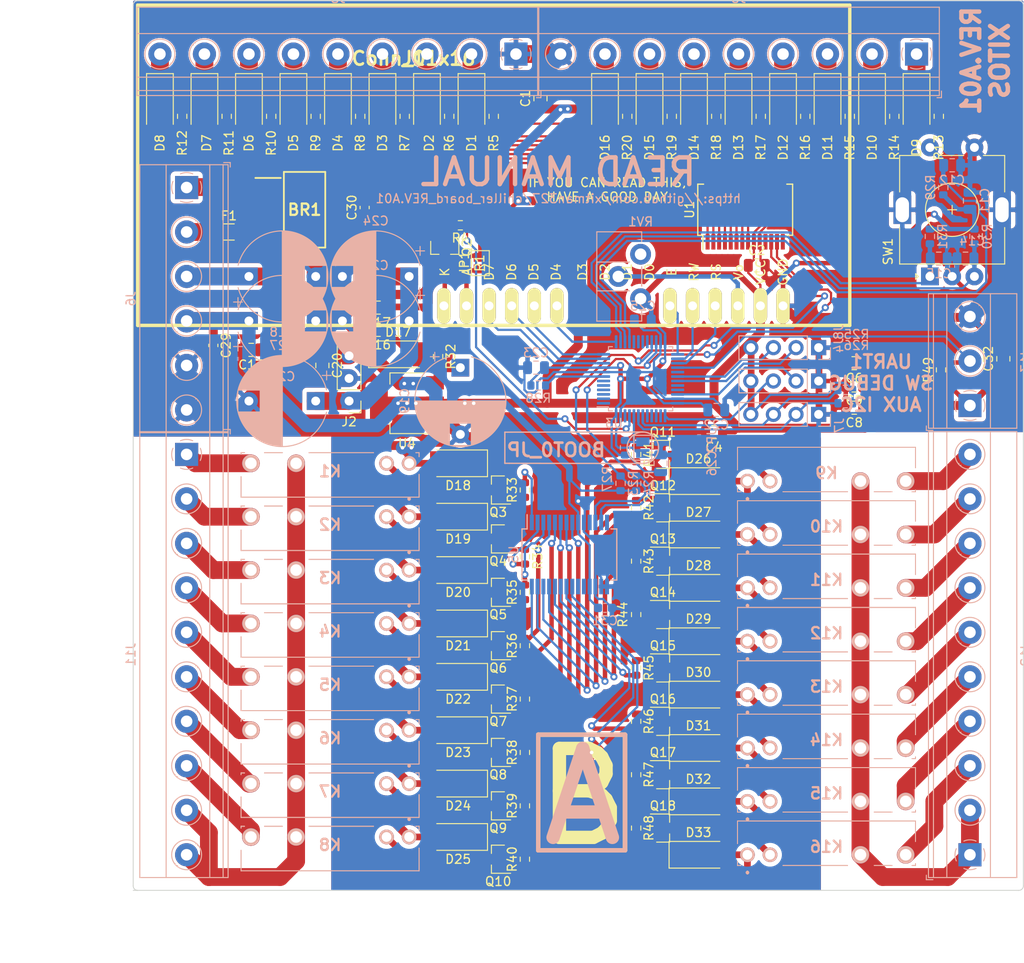
<source format=kicad_pcb>
(kicad_pcb (version 20171130) (host pcbnew "(5.1.10)-1")
  (layers (0 F.Cu signal hide) (31 B.Cu signal hide) (34 B.Paste user) (35 F.Paste user) (36 B.SilkS user) (37 F.SilkS user) (38 B.Mask user) (39 F.Mask user) (44 Edge.Cuts user))
  (net 0 "")
  (net 1 GND)
  (net 2 +3V3)
  (net 3 ENC_BT)
  (net 4 +12V)
  (net 5 ENC_B)
  (net 6 ENC_A)
  (net 7 "Net-(C16-Pad1)")
  (net 8 "Net-(C17-Pad1)")
  (net 9 V_UNREG)
  (net 10 "Net-(D1-Pad2)")
  (net 11 "Net-(D1-Pad1)")
  (net 12 "Net-(D2-Pad2)")
  (net 13 "Net-(D2-Pad1)")
  (net 14 "Net-(D3-Pad2)")
  (net 15 "Net-(D3-Pad1)")
  (net 16 "Net-(D4-Pad2)")
  (net 17 "Net-(D4-Pad1)")
  (net 18 "Net-(D5-Pad2)")
  (net 19 "Net-(D5-Pad1)")
  (net 20 "Net-(D6-Pad2)")
  (net 21 "Net-(D6-Pad1)")
  (net 22 "Net-(D7-Pad2)")
  (net 23 "Net-(D7-Pad1)")
  (net 24 "Net-(D8-Pad2)")
  (net 25 "Net-(D8-Pad1)")
  (net 26 "Net-(D9-Pad2)")
  (net 27 "Net-(D9-Pad1)")
  (net 28 "Net-(D10-Pad2)")
  (net 29 "Net-(D10-Pad1)")
  (net 30 "Net-(D11-Pad2)")
  (net 31 "Net-(D11-Pad1)")
  (net 32 "Net-(D12-Pad2)")
  (net 33 "Net-(D12-Pad1)")
  (net 34 "Net-(D13-Pad2)")
  (net 35 "Net-(D13-Pad1)")
  (net 36 "Net-(D14-Pad2)")
  (net 37 "Net-(D14-Pad1)")
  (net 38 "Net-(D15-Pad2)")
  (net 39 "Net-(D15-Pad1)")
  (net 40 "Net-(D16-Pad2)")
  (net 41 "Net-(D16-Pad1)")
  (net 42 "Net-(D18-Pad1)")
  (net 43 "Net-(D19-Pad1)")
  (net 44 "Net-(D20-Pad1)")
  (net 45 "Net-(D21-Pad1)")
  (net 46 "Net-(D22-Pad1)")
  (net 47 "Net-(D23-Pad1)")
  (net 48 "Net-(D24-Pad1)")
  (net 49 "Net-(D25-Pad1)")
  (net 50 "Net-(D26-Pad1)")
  (net 51 "Net-(D27-Pad1)")
  (net 52 "Net-(D28-Pad1)")
  (net 53 "Net-(D29-Pad1)")
  (net 54 "Net-(D30-Pad1)")
  (net 55 "Net-(D31-Pad1)")
  (net 56 "Net-(D32-Pad1)")
  (net 57 "Net-(D33-Pad1)")
  (net 58 "Net-(F1-Pad1)")
  (net 59 "Net-(J1-Pad16)")
  (net 60 "Net-(J1-Pad15)")
  (net 61 D7)
  (net 62 D6)
  (net 63 D5)
  (net 64 D4)
  (net 65 RW)
  (net 66 DC)
  (net 67 "Net-(J1-Pad3)")
  (net 68 SWCLK)
  (net 69 SWDIO)
  (net 70 AUX_i2cbus_SDA)
  (net 71 AUX_i2cbus_SCL)
  (net 72 DB_RX)
  (net 73 DB_TX)
  (net 74 COMA0)
  (net 75 "Net-(J11-Pad8)")
  (net 76 "Net-(J11-Pad7)")
  (net 77 "Net-(J11-Pad6)")
  (net 78 "Net-(J11-Pad5)")
  (net 79 "Net-(J11-Pad4)")
  (net 80 "Net-(J11-Pad3)")
  (net 81 "Net-(J11-Pad2)")
  (net 82 "Net-(J11-Pad1)")
  (net 83 COMA01)
  (net 84 "Net-(J12-Pad8)")
  (net 85 "Net-(J12-Pad7)")
  (net 86 "Net-(J12-Pad6)")
  (net 87 "Net-(J12-Pad5)")
  (net 88 "Net-(J12-Pad4)")
  (net 89 "Net-(J12-Pad3)")
  (net 90 A_OW)
  (net 91 BOOT0)
  (net 92 "Net-(Q2-Pad1)")
  (net 93 "Net-(Q3-Pad1)")
  (net 94 "Net-(Q4-Pad1)")
  (net 95 "Net-(Q5-Pad1)")
  (net 96 "Net-(Q6-Pad1)")
  (net 97 "Net-(Q7-Pad1)")
  (net 98 "Net-(Q8-Pad1)")
  (net 99 "Net-(Q9-Pad1)")
  (net 100 "Net-(Q10-Pad1)")
  (net 101 "Net-(Q11-Pad1)")
  (net 102 "Net-(Q12-Pad1)")
  (net 103 "Net-(Q13-Pad1)")
  (net 104 "Net-(Q14-Pad1)")
  (net 105 "Net-(Q15-Pad1)")
  (net 106 "Net-(Q16-Pad1)")
  (net 107 "Net-(Q17-Pad1)")
  (net 108 "Net-(Q18-Pad1)")
  (net 109 BLPWM)
  (net 110 i2cbus_SCL)
  (net 111 i2cbus_SDA)
  (net 112 MCU_RST)
  (net 113 OUT1)
  (net 114 OUT2)
  (net 115 OUT3)
  (net 116 OUT4)
  (net 117 OUT5)
  (net 118 OUT6)
  (net 119 OUT7)
  (net 120 OUT8)
  (net 121 OUT11)
  (net 122 OUT21)
  (net 123 OUT31)
  (net 124 OUT41)
  (net 125 OUT51)
  (net 126 OUT61)
  (net 127 OUT71)
  (net 128 OUT81)
  (net 129 "Net-(RV1-Pad1)")
  (net 130 "Net-(U1-Pad20)")
  (net 131 "Net-(U1-Pad19)")
  (net 132 "Net-(U1-Pad14)")
  (net 133 "Net-(U1-Pad11)")
  (net 134 "Net-(U3-Pad33)")
  (net 135 "Net-(U3-Pad32)")
  (net 136 "Net-(U3-Pad29)")
  (net 137 "Net-(U3-Pad17)")
  (net 138 "Net-(U3-Pad6)")
  (net 139 "Net-(U3-Pad5)")
  (net 140 "Net-(U3-Pad4)")
  (net 141 "Net-(U3-Pad3)")
  (net 142 "Net-(U3-Pad2)")
  (net 143 "Net-(U3-Pad1)")
  (net 144 "Net-(U5-Pad20)")
  (net 145 "Net-(U5-Pad19)")
  (net 146 "Net-(U5-Pad14)")
  (net 147 "Net-(U5-Pad11)")
  (net 148 "Net-(J12-Pad9)")
  (net 149 "Net-(J12-Pad10)")
  (net 150 "Net-(BR1-Pad2)")
  (net 151 "Net-(BR1-Pad1)")
  (net 152 "Net-(U3-Pad18)")
  (net 153 "Net-(U3-Pad19)")
  (net 154 "Net-(U3-Pad20)")
  (net 155 "Net-(U3-Pad39)")
  (net 156 "Net-(U3-Pad40)")
  (net 157 "Net-(U3-Pad41)")
  (net 158 STR)
  (net 159 "Net-(U3-Pad46)")
  (net 160 "Net-(U3-Pad38)")
  (module Package_SO:SSOP-28_5.3x10.2mm_P0.65mm (layer B.Cu) (at 121.25 97 270)
    (fp_text reference U5 (at 0 6.25 90) (layer B.SilkS) (effects (justify mirror)))
    (fp_text value MCP23017_SO)
    (pad 28 smd rect (at 3.6 4.225 270) (size 1.75 0.45) (layers B.Cu B.Paste B.Mask) (net 121 OUT11))
    (pad 27 smd rect (at 3.6 3.575 270) (size 1.75 0.45) (layers B.Cu B.Paste B.Mask) (net 122 OUT21))
    (pad 26 smd rect (at 3.6 2.925 270) (size 1.75 0.45) (layers B.Cu B.Paste B.Mask) (net 123 OUT31))
    (pad 25 smd rect (at 3.6 2.275 270) (size 1.75 0.45) (layers B.Cu B.Paste B.Mask) (net 124 OUT41))
    (pad 24 smd rect (at 3.6 1.625 270) (size 1.75 0.45) (layers B.Cu B.Paste B.Mask) (net 125 OUT51))
    (pad 23 smd rect (at 3.6 0.975 270) (size 1.75 0.45) (layers B.Cu B.Paste B.Mask) (net 126 OUT61))
    (pad 22 smd rect (at 3.6 0.325 270) (size 1.75 0.45) (layers B.Cu B.Paste B.Mask) (net 127 OUT71))
    (pad 21 smd rect (at 3.6 -0.325 270) (size 1.75 0.45) (layers B.Cu B.Paste B.Mask) (net 128 OUT81))
    (pad 20 smd rect (at 3.6 -0.975 270) (size 1.75 0.45) (layers B.Cu B.Paste B.Mask) (net 144 "Net-(U5-Pad20)"))
    (pad 19 smd rect (at 3.6 -1.625 270) (size 1.75 0.45) (layers B.Cu B.Paste B.Mask) (net 145 "Net-(U5-Pad19)"))
    (pad 18 smd rect (at 3.6 -2.275 270) (size 1.75 0.45) (layers B.Cu B.Paste B.Mask) (net 2 +3V3))
    (pad 17 smd rect (at 3.6 -2.925 270) (size 1.75 0.45) (layers B.Cu B.Paste B.Mask) (net 1 GND))
    (pad 16 smd rect (at 3.6 -3.575 270) (size 1.75 0.45) (layers B.Cu B.Paste B.Mask) (net 1 GND))
    (pad 15 smd rect (at 3.6 -4.225 270) (size 1.75 0.45) (layers B.Cu B.Paste B.Mask) (net 1 GND))
    (pad 14 smd rect (at -3.6 -4.225 270) (size 1.75 0.45) (layers B.Cu B.Paste B.Mask) (net 146 "Net-(U5-Pad14)"))
    (pad 13 smd rect (at -3.6 -3.575 270) (size 1.75 0.45) (layers B.Cu B.Paste B.Mask) (net 111 i2cbus_SDA))
    (pad 12 smd rect (at -3.6 -2.925 270) (size 1.75 0.45) (layers B.Cu B.Paste B.Mask) (net 110 i2cbus_SCL))
    (pad 11 smd rect (at -3.6 -2.275 270) (size 1.75 0.45) (layers B.Cu B.Paste B.Mask) (net 147 "Net-(U5-Pad11)"))
    (pad 10 smd rect (at -3.6 -1.625 270) (size 1.75 0.45) (layers B.Cu B.Paste B.Mask) (net 1 GND))
    (pad 9 smd rect (at -3.6 -0.975 270) (size 1.75 0.45) (layers B.Cu B.Paste B.Mask) (net 2 +3V3))
    (pad 8 smd rect (at -3.6 -0.325 270) (size 1.75 0.45) (layers B.Cu B.Paste B.Mask) (net 120 OUT8))
    (pad 7 smd rect (at -3.6 0.325 270) (size 1.75 0.45) (layers B.Cu B.Paste B.Mask) (net 119 OUT7))
    (pad 6 smd rect (at -3.6 0.975 270) (size 1.75 0.45) (layers B.Cu B.Paste B.Mask) (net 118 OUT6))
    (pad 5 smd rect (at -3.6 1.625 270) (size 1.75 0.45) (layers B.Cu B.Paste B.Mask) (net 117 OUT5))
    (pad 4 smd rect (at -3.6 2.275 270) (size 1.75 0.45) (layers B.Cu B.Paste B.Mask) (net 116 OUT4))
    (pad 3 smd rect (at -3.6 2.925 270) (size 1.75 0.45) (layers B.Cu B.Paste B.Mask) (net 115 OUT3))
    (pad 2 smd rect (at -3.6 3.575 270) (size 1.75 0.45) (layers B.Cu B.Paste B.Mask) (net 114 OUT2))
    (pad 1 smd rect (at -3.6 4.225 270) (size 1.75 0.45) (layers B.Cu B.Paste B.Mask) (net 113 OUT1))
  )
  (module Package_SO:SSOP-28_5.3x10.2mm_P0.65mm (layer F.Cu) (at 141 58.25 90)
    (fp_text reference U1 (at 0 -6.25 90) (layer F.SilkS))
    (fp_text value MCP23017_SO)
    (pad 28 smd rect (at 3.6 -4.225 90) (size 1.75 0.45) (layers F.Cu F.Paste F.Mask) (net 40 "Net-(D16-Pad2)"))
    (pad 27 smd rect (at 3.6 -3.575 90) (size 1.75 0.45) (layers F.Cu F.Paste F.Mask) (net 38 "Net-(D15-Pad2)"))
    (pad 26 smd rect (at 3.6 -2.925 90) (size 1.75 0.45) (layers F.Cu F.Paste F.Mask) (net 36 "Net-(D14-Pad2)"))
    (pad 25 smd rect (at 3.6 -2.275 90) (size 1.75 0.45) (layers F.Cu F.Paste F.Mask) (net 34 "Net-(D13-Pad2)"))
    (pad 24 smd rect (at 3.6 -1.625 90) (size 1.75 0.45) (layers F.Cu F.Paste F.Mask) (net 32 "Net-(D12-Pad2)"))
    (pad 23 smd rect (at 3.6 -0.975 90) (size 1.75 0.45) (layers F.Cu F.Paste F.Mask) (net 30 "Net-(D11-Pad2)"))
    (pad 22 smd rect (at 3.6 -0.325 90) (size 1.75 0.45) (layers F.Cu F.Paste F.Mask) (net 28 "Net-(D10-Pad2)"))
    (pad 21 smd rect (at 3.6 0.325 90) (size 1.75 0.45) (layers F.Cu F.Paste F.Mask) (net 26 "Net-(D9-Pad2)"))
    (pad 20 smd rect (at 3.6 0.975 90) (size 1.75 0.45) (layers F.Cu F.Paste F.Mask) (net 130 "Net-(U1-Pad20)"))
    (pad 19 smd rect (at 3.6 1.625 90) (size 1.75 0.45) (layers F.Cu F.Paste F.Mask) (net 131 "Net-(U1-Pad19)"))
    (pad 18 smd rect (at 3.6 2.275 90) (size 1.75 0.45) (layers F.Cu F.Paste F.Mask) (net 2 +3V3))
    (pad 17 smd rect (at 3.6 2.925 90) (size 1.75 0.45) (layers F.Cu F.Paste F.Mask) (net 2 +3V3))
    (pad 16 smd rect (at 3.6 3.575 90) (size 1.75 0.45) (layers F.Cu F.Paste F.Mask) (net 1 GND))
    (pad 15 smd rect (at 3.6 4.225 90) (size 1.75 0.45) (layers F.Cu F.Paste F.Mask) (net 1 GND))
    (pad 14 smd rect (at -3.6 4.225 90) (size 1.75 0.45) (layers F.Cu F.Paste F.Mask) (net 132 "Net-(U1-Pad14)"))
    (pad 13 smd rect (at -3.6 3.575 90) (size 1.75 0.45) (layers F.Cu F.Paste F.Mask) (net 111 i2cbus_SDA))
    (pad 12 smd rect (at -3.6 2.925 90) (size 1.75 0.45) (layers F.Cu F.Paste F.Mask) (net 110 i2cbus_SCL))
    (pad 11 smd rect (at -3.6 2.275 90) (size 1.75 0.45) (layers F.Cu F.Paste F.Mask) (net 133 "Net-(U1-Pad11)"))
    (pad 10 smd rect (at -3.6 1.625 90) (size 1.75 0.45) (layers F.Cu F.Paste F.Mask) (net 1 GND))
    (pad 9 smd rect (at -3.6 0.975 90) (size 1.75 0.45) (layers F.Cu F.Paste F.Mask) (net 2 +3V3))
    (pad 8 smd rect (at -3.6 0.325 90) (size 1.75 0.45) (layers F.Cu F.Paste F.Mask) (net 10 "Net-(D1-Pad2)"))
    (pad 7 smd rect (at -3.6 -0.325 90) (size 1.75 0.45) (layers F.Cu F.Paste F.Mask) (net 12 "Net-(D2-Pad2)"))
    (pad 6 smd rect (at -3.6 -0.975 90) (size 1.75 0.45) (layers F.Cu F.Paste F.Mask) (net 14 "Net-(D3-Pad2)"))
    (pad 5 smd rect (at -3.6 -1.625 90) (size 1.75 0.45) (layers F.Cu F.Paste F.Mask) (net 16 "Net-(D4-Pad2)"))
    (pad 4 smd rect (at -3.6 -2.275 90) (size 1.75 0.45) (layers F.Cu F.Paste F.Mask) (net 18 "Net-(D5-Pad2)"))
    (pad 3 smd rect (at -3.6 -2.925 90) (size 1.75 0.45) (layers F.Cu F.Paste F.Mask) (net 20 "Net-(D6-Pad2)"))
    (pad 2 smd rect (at -3.6 -3.575 90) (size 1.75 0.45) (layers F.Cu F.Paste F.Mask) (net 22 "Net-(D7-Pad2)"))
    (pad 1 smd rect (at -3.6 -4.225 90) (size 1.75 0.45) (layers F.Cu F.Paste F.Mask) (net 24 "Net-(D8-Pad2)"))
  )
  (module Connector_PinHeader_2.54mm:PinHeader_1x03_P2.54mm_Vertical (layer F.Cu) (at 96.5 79.75 180)
    (fp_text reference J2 (at 0 -2.33) (layer F.SilkS))
    (fp_text value Conn_01x03)
    (pad 3 thru_hole oval (at 0 5.08 180) (size 1.7 1.7) (drill 1) (layers *.Cu *.Mask) (net 4 +12V))
    (pad 2 thru_hole oval (at 0 2.54 180) (size 1.7 1.7) (drill 1) (layers *.Cu *.Mask) (net 1 GND))
    (pad 1 thru_hole rect (at 0 0 180) (size 1.7 1.7) (drill 1) (layers *.Cu *.Mask) (net 9 V_UNREG))
  )
  (module apan3112:APAN3112 (layer B.Cu) (at 103.25 86.75 180)
    (fp_text reference K1 (at 8.88 -0.9) (layer B.SilkS) (effects (font (size 1.27 1.27) (thickness 0.254)) (justify mirror)))
    (fp_text value FINDER-36.11-4301 hide)
    (pad A1 thru_hole circle (at 0 0 90) (size 1.65 1.65) (drill 1.1) (layers *.Cu *.Mask B.SilkS) (net 4 +12V))
    (pad A2 thru_hole circle (at 2.54 0 90) (size 1.65 1.65) (drill 1.1) (layers *.Cu *.Mask B.SilkS) (net 42 "Net-(D18-Pad1)"))
    (pad 11 thru_hole circle (at 12.7 0 90) (size 1.95 1.95) (drill 1.3) (layers *.Cu *.Mask B.SilkS) (net 74 COMA0))
    (pad 14 thru_hole circle (at 17.78 0 90) (size 1.95 1.95) (drill 1.3) (layers *.Cu *.Mask B.SilkS) (net 82 "Net-(J11-Pad1)"))
  )
  (module Rotary_Encoder:RotaryEncoder_Alps_EC11E-Switch_Vertical_H20mm (layer F.Cu) (at 161.75 65.75 90)
    (fp_text reference SW1 (at 2.8 -4.7 90) (layer F.SilkS))
    (fp_text value Rotary_Encoder_Switch)
    (pad A thru_hole rect (at 0 0 90) (size 2 2) (drill 1) (layers *.Cu *.Mask) (net 6 ENC_A))
    (pad C thru_hole circle (at 0 2.5 90) (size 2 2) (drill 1) (layers *.Cu *.Mask) (net 1 GND))
    (pad B thru_hole circle (at 0 5 90) (size 2 2) (drill 1) (layers *.Cu *.Mask) (net 5 ENC_B))
    (pad MP thru_hole rect (at 7.5 -3.1 90) (size 3.2 2) (drill oval 2.8 1.5) (layers *.Cu *.Mask) (net 1 GND))
    (pad MP thru_hole rect (at 7.5 8.1 90) (size 3.2 2) (drill oval 2.8 1.5) (layers *.Cu *.Mask) (net 1 GND))
    (pad S2 thru_hole circle (at 14.5 0 90) (size 2 2) (drill 1) (layers *.Cu *.Mask) (net 3 ENC_BT))
    (pad S1 thru_hole circle (at 14.5 5 90) (size 2 2) (drill 1) (layers *.Cu *.Mask) (net 1 GND))
  )
  (module apan3112:LCD-16x2 (layer F.Cu) (at 103.75 41.25 180)
    (fp_text reference J1 (at 0 0) (layer F.SilkS) (effects (font (size 1.524 1.524) (thickness 0.3048))))
    (fp_text value Conn_01x16 (at 0 0) (layer F.SilkS) (effects (font (size 1.524 1.524) (thickness 0.3048))))
    (fp_text user D0 (at -26.5 -24 90) (layer F.SilkS))
    (fp_text user D1 (at -24 -24 90) (layer F.SilkS))
    (fp_text user D2 (at -21.5 -24 90) (layer F.SilkS))
    (fp_text user D3 (at -19 -24 90) (layer F.SilkS))
    (fp_text user D5 (at -13.5 -24 90) (layer F.SilkS))
    (fp_text user D4 (at -16 -24 90) (layer F.SilkS))
    (fp_text user VCC (at -39 -24 90) (layer F.SilkS))
    (fp_text user Vo (at -36.5 -24 90) (layer F.SilkS))
    (fp_text user RS (at -34 -24 90) (layer F.SilkS))
    (fp_text user GND (at -41.5 -24 90) (layer F.SilkS))
    (fp_text user D7 (at -8.5 -24 90) (layer F.SilkS))
    (fp_text user K (at -3.5 -24 90) (layer F.SilkS))
    (fp_text user E (at -29 -24 90) (layer F.SilkS))
    (fp_text user A (at -6 -24 90) (layer F.SilkS))
    (fp_text user RW (at -31.5 -24 90) (layer F.SilkS))
    (fp_text user D6 (at -11 -24 90) (layer F.SilkS))
    (pad 1 thru_hole oval (at -41.50106 -27.8003 180) (size 1.50114 4.0005) (drill 1.00076) (layers *.Cu *.Mask F.SilkS) (net 1 GND))
    (pad 2 thru_hole oval (at -38.96106 -27.8003 180) (size 1.50114 4.0005) (drill 1.00076) (layers *.Cu *.Mask F.SilkS) (net 2 +3V3))
    (pad 3 thru_hole oval (at -36.42106 -27.8003 180) (size 1.50114 4.0005) (drill 1.00076) (layers *.Cu *.Mask F.SilkS) (net 67 "Net-(J1-Pad3)"))
    (pad 4 thru_hole oval (at -33.88106 -27.8003 180) (size 1.50114 4.0005) (drill 1.00076) (layers *.Cu *.Mask F.SilkS) (net 66 DC))
    (pad 5 thru_hole oval (at -31.34106 -27.8003 180) (size 1.50114 4.0005) (drill 1.00076) (layers *.Cu *.Mask F.SilkS) (net 65 RW))
    (pad 6 thru_hole oval (at -28.80106 -27.8003 180) (size 1.50114 4.0005) (drill 1.00076) (layers *.Cu *.Mask F.SilkS) (net 158 STR))
    (pad 11 thru_hole oval (at -16.10106 -27.8003 180) (size 1.50114 4.0005) (drill 1.00076) (layers *.Cu *.Mask F.SilkS) (net 64 D4))
    (pad 12 thru_hole oval (at -13.56106 -27.8003 180) (size 1.50114 4.0005) (drill 1.00076) (layers *.Cu *.Mask F.SilkS) (net 63 D5))
    (pad 13 thru_hole oval (at -11.02106 -27.8003 180) (size 1.50114 4.0005) (drill 1.00076) (layers *.Cu *.Mask F.SilkS) (net 62 D6))
    (pad 14 thru_hole oval (at -8.48106 -27.8003 180) (size 1.50114 4.0005) (drill 1.00076) (layers *.Cu *.Mask F.SilkS) (net 61 D7))
    (pad 15 thru_hole oval (at -5.94106 -27.8003 180) (size 1.50114 4.0005) (drill 1.00076) (layers *.Cu *.Mask F.SilkS) (net 60 "Net-(J1-Pad15)"))
    (pad 16 thru_hole oval (at -3.40106 -27.8003 180) (size 1.50114 4.0005) (drill 1.00076) (layers *.Cu *.Mask F.SilkS) (net 59 "Net-(J1-Pad16)"))
  )
  (module DB207S:SOP510P1015X375-4N (layer F.Cu) (at 91.5 58.25)
    (fp_text reference BR1 (at 0 0) (layer F.SilkS) (effects (font (size 1.27 1.27) (thickness 0.254))))
    (fp_text value DB207S hide)
    (pad 4 smd rect (at 4.1 -2.55 90) (size 1.35 2.85) (layers F.Cu F.Paste F.Mask) (net 1 GND))
    (pad 3 smd rect (at 4.1 2.55 90) (size 1.35 2.85) (layers F.Cu F.Paste F.Mask) (net 9 V_UNREG))
    (pad 2 smd rect (at -4.1 2.55 90) (size 1.35 2.85) (layers F.Cu F.Paste F.Mask) (net 150 "Net-(BR1-Pad2)"))
    (pad 1 smd rect (at -4.1 -2.55 90) (size 1.35 2.85) (layers F.Cu F.Paste F.Mask) (net 151 "Net-(BR1-Pad1)"))
  )
  (module TerminalBlock_Phoenix:TerminalBlock_Phoenix_MKDS-1,5-3_1x03_P5.00mm_Horizontal (layer B.Cu) (at 166.25 80.25 90)
    (fp_text reference J13 (at 5 6.26 90) (layer B.SilkS) (effects (justify mirror)))
    (fp_text value Conn_01x03)
    (pad 3 thru_hole circle (at 10 0 90) (size 2.6 2.6) (drill 1.3) (layers *.Cu *.Mask) (net 1 GND))
    (pad 2 thru_hole circle (at 5 0 90) (size 2.6 2.6) (drill 1.3) (layers *.Cu *.Mask) (net 90 A_OW))
    (pad 1 thru_hole rect (at 0 0 90) (size 2.6 2.6) (drill 1.3) (layers *.Cu *.Mask) (net 2 +3V3))
  )
  (module TerminalBlock_Phoenix:TerminalBlock_Phoenix_MKDS-1,5-6_1x06_P5.00mm_Horizontal (layer B.Cu) (at 78.25 55.75 270)
    (fp_text reference J6 (at 12.5 6.26 270) (layer B.SilkS) (effects (justify mirror)))
    (fp_text value Conn_01x06)
    (pad 6 thru_hole circle (at 25 0 270) (size 2.6 2.6) (drill 1.3) (layers *.Cu *.Mask) (net 1 GND))
    (pad 5 thru_hole circle (at 20 0 270) (size 2.6 2.6) (drill 1.3) (layers *.Cu *.Mask) (net 1 GND))
    (pad 4 thru_hole circle (at 15 0 270) (size 2.6 2.6) (drill 1.3) (layers *.Cu *.Mask) (net 2 +3V3))
    (pad 3 thru_hole circle (at 10 0 270) (size 2.6 2.6) (drill 1.3) (layers *.Cu *.Mask) (net 4 +12V))
    (pad 2 thru_hole circle (at 5 0 270) (size 2.6 2.6) (drill 1.3) (layers *.Cu *.Mask) (net 58 "Net-(F1-Pad1)"))
    (pad 1 thru_hole rect (at 0 0 270) (size 2.6 2.6) (drill 1.3) (layers *.Cu *.Mask) (net 151 "Net-(BR1-Pad1)"))
  )
  (module TerminalBlock_Phoenix:TerminalBlock_Phoenix_MKDS-1,5-9_1x09_P5.00mm_Horizontal (layer B.Cu) (at 160.25 40.75 180)
    (fp_text reference J5 (at 20 6.26) (layer B.SilkS) (effects (justify mirror)))
    (fp_text value Conn_01x09)
    (pad 9 thru_hole circle (at 40 0 180) (size 2.6 2.6) (drill 1.3) (layers *.Cu *.Mask) (net 1 GND))
    (pad 8 thru_hole circle (at 35 0 180) (size 2.6 2.6) (drill 1.3) (layers *.Cu *.Mask) (net 41 "Net-(D16-Pad1)"))
    (pad 7 thru_hole circle (at 30 0 180) (size 2.6 2.6) (drill 1.3) (layers *.Cu *.Mask) (net 39 "Net-(D15-Pad1)"))
    (pad 6 thru_hole circle (at 25 0 180) (size 2.6 2.6) (drill 1.3) (layers *.Cu *.Mask) (net 37 "Net-(D14-Pad1)"))
    (pad 5 thru_hole circle (at 20 0 180) (size 2.6 2.6) (drill 1.3) (layers *.Cu *.Mask) (net 35 "Net-(D13-Pad1)"))
    (pad 4 thru_hole circle (at 15 0 180) (size 2.6 2.6) (drill 1.3) (layers *.Cu *.Mask) (net 33 "Net-(D12-Pad1)"))
    (pad 3 thru_hole circle (at 10 0 180) (size 2.6 2.6) (drill 1.3) (layers *.Cu *.Mask) (net 31 "Net-(D11-Pad1)"))
    (pad 2 thru_hole circle (at 5 0 180) (size 2.6 2.6) (drill 1.3) (layers *.Cu *.Mask) (net 29 "Net-(D10-Pad1)"))
    (pad 1 thru_hole rect (at 0 0 180) (size 2.6 2.6) (drill 1.3) (layers *.Cu *.Mask) (net 27 "Net-(D9-Pad1)"))
  )
  (module TerminalBlock_Phoenix:TerminalBlock_Phoenix_MKDS-1,5-9_1x09_P5.00mm_Horizontal (layer B.Cu) (at 115.25 40.75 180)
    (fp_text reference J3 (at 20 6.26 180) (layer B.SilkS) (effects (justify mirror)))
    (fp_text value Conn_01x09)
    (pad 9 thru_hole circle (at 40 0 180) (size 2.6 2.6) (drill 1.3) (layers *.Cu *.Mask) (net 25 "Net-(D8-Pad1)"))
    (pad 8 thru_hole circle (at 35 0 180) (size 2.6 2.6) (drill 1.3) (layers *.Cu *.Mask) (net 23 "Net-(D7-Pad1)"))
    (pad 7 thru_hole circle (at 30 0 180) (size 2.6 2.6) (drill 1.3) (layers *.Cu *.Mask) (net 21 "Net-(D6-Pad1)"))
    (pad 6 thru_hole circle (at 25 0 180) (size 2.6 2.6) (drill 1.3) (layers *.Cu *.Mask) (net 19 "Net-(D5-Pad1)"))
    (pad 5 thru_hole circle (at 20 0 180) (size 2.6 2.6) (drill 1.3) (layers *.Cu *.Mask) (net 17 "Net-(D4-Pad1)"))
    (pad 4 thru_hole circle (at 15 0 180) (size 2.6 2.6) (drill 1.3) (layers *.Cu *.Mask) (net 15 "Net-(D3-Pad1)"))
    (pad 3 thru_hole circle (at 10 0 180) (size 2.6 2.6) (drill 1.3) (layers *.Cu *.Mask) (net 13 "Net-(D2-Pad1)"))
    (pad 2 thru_hole circle (at 5 0 180) (size 2.6 2.6) (drill 1.3) (layers *.Cu *.Mask) (net 11 "Net-(D1-Pad1)"))
    (pad 1 thru_hole rect (at 0 0 180) (size 2.6 2.6) (drill 1.3) (layers *.Cu *.Mask) (net 1 GND))
  )
  (module Resistor_SMD:R_0603_1608Metric (layer F.Cu) (at 163 76.25 90)
    (fp_text reference R49 (at 0 -1.43 90) (layer F.SilkS))
    (fp_text value R_Small)
    (pad 2 smd roundrect (at 0.825 0 90) (size 0.8 0.95) (layers F.Cu F.Paste F.Mask) (net 90 A_OW))
    (pad 1 smd roundrect (at -0.825 0 90) (size 0.8 0.95) (layers F.Cu F.Paste F.Mask) (net 2 +3V3))
  )
  (module Resistor_SMD:R_0603_1608Metric (layer F.Cu) (at 128.75 127.75 270)
    (fp_text reference R48 (at 0 -1.43 90) (layer F.SilkS))
    (fp_text value R)
    (pad 2 smd roundrect (at 0.825 0 270) (size 0.8 0.95) (layers F.Cu F.Paste F.Mask) (net 128 OUT81))
    (pad 1 smd roundrect (at -0.825 0 270) (size 0.8 0.95) (layers F.Cu F.Paste F.Mask) (net 108 "Net-(Q18-Pad1)"))
  )
  (module Resistor_SMD:R_0603_1608Metric (layer F.Cu) (at 128.75 121.75 270)
    (fp_text reference R47 (at 0 -1.43 90) (layer F.SilkS))
    (fp_text value R)
    (pad 2 smd roundrect (at 0.825 0 270) (size 0.8 0.95) (layers F.Cu F.Paste F.Mask) (net 127 OUT71))
    (pad 1 smd roundrect (at -0.825 0 270) (size 0.8 0.95) (layers F.Cu F.Paste F.Mask) (net 107 "Net-(Q17-Pad1)"))
  )
  (module Resistor_SMD:R_0603_1608Metric (layer F.Cu) (at 128.75 115.75 270)
    (fp_text reference R46 (at 0 -1.43 90) (layer F.SilkS))
    (fp_text value R)
    (pad 2 smd roundrect (at 0.825 0 270) (size 0.8 0.95) (layers F.Cu F.Paste F.Mask) (net 126 OUT61))
    (pad 1 smd roundrect (at -0.825 0 270) (size 0.8 0.95) (layers F.Cu F.Paste F.Mask) (net 106 "Net-(Q16-Pad1)"))
  )
  (module Resistor_SMD:R_0603_1608Metric (layer F.Cu) (at 128.75 109.75 270)
    (fp_text reference R45 (at 0 -1.43 90) (layer F.SilkS))
    (fp_text value R)
    (pad 2 smd roundrect (at 0.825 0 270) (size 0.8 0.95) (layers F.Cu F.Paste F.Mask) (net 125 OUT51))
    (pad 1 smd roundrect (at -0.825 0 270) (size 0.8 0.95) (layers F.Cu F.Paste F.Mask) (net 105 "Net-(Q15-Pad1)"))
  )
  (module Resistor_SMD:R_0603_1608Metric (layer F.Cu) (at 128.75 103.75 270)
    (fp_text reference R44 (at 0 1.5 90) (layer F.SilkS))
    (fp_text value R)
    (pad 2 smd roundrect (at 0.825 0 270) (size 0.8 0.95) (layers F.Cu F.Paste F.Mask) (net 124 OUT41))
    (pad 1 smd roundrect (at -0.825 0 270) (size 0.8 0.95) (layers F.Cu F.Paste F.Mask) (net 104 "Net-(Q14-Pad1)"))
  )
  (module Resistor_SMD:R_0603_1608Metric (layer F.Cu) (at 128.75 97.75 270)
    (fp_text reference R43 (at 0 -1.43 90) (layer F.SilkS))
    (fp_text value R)
    (pad 2 smd roundrect (at 0.825 0 270) (size 0.8 0.95) (layers F.Cu F.Paste F.Mask) (net 123 OUT31))
    (pad 1 smd roundrect (at -0.825 0 270) (size 0.8 0.95) (layers F.Cu F.Paste F.Mask) (net 103 "Net-(Q13-Pad1)"))
  )
  (module Resistor_SMD:R_0603_1608Metric (layer F.Cu) (at 128.75 91.75 270)
    (fp_text reference R42 (at 0 -1.43 90) (layer F.SilkS))
    (fp_text value R)
    (pad 2 smd roundrect (at 0.825 0 270) (size 0.8 0.95) (layers F.Cu F.Paste F.Mask) (net 122 OUT21))
    (pad 1 smd roundrect (at -0.825 0 270) (size 0.8 0.95) (layers F.Cu F.Paste F.Mask) (net 102 "Net-(Q12-Pad1)"))
  )
  (module Resistor_SMD:R_0603_1608Metric (layer F.Cu) (at 128.75 85.75 270)
    (fp_text reference R41 (at 0 -1.43 90) (layer F.SilkS))
    (fp_text value R)
    (pad 2 smd roundrect (at 0.825 0 270) (size 0.8 0.95) (layers F.Cu F.Paste F.Mask) (net 121 OUT11))
    (pad 1 smd roundrect (at -0.825 0 270) (size 0.8 0.95) (layers F.Cu F.Paste F.Mask) (net 101 "Net-(Q11-Pad1)"))
  )
  (module Resistor_SMD:R_0603_1608Metric (layer F.Cu) (at 116.25 131.25 90)
    (fp_text reference R40 (at 0 -1.43 90) (layer F.SilkS))
    (fp_text value R)
    (pad 2 smd roundrect (at 0.825 0 90) (size 0.8 0.95) (layers F.Cu F.Paste F.Mask) (net 120 OUT8))
    (pad 1 smd roundrect (at -0.825 0 90) (size 0.8 0.95) (layers F.Cu F.Paste F.Mask) (net 100 "Net-(Q10-Pad1)"))
  )
  (module Resistor_SMD:R_0603_1608Metric (layer F.Cu) (at 116.25 125.25 90)
    (fp_text reference R39 (at 0 -1.43 90) (layer F.SilkS))
    (fp_text value R)
    (pad 2 smd roundrect (at 0.825 0 90) (size 0.8 0.95) (layers F.Cu F.Paste F.Mask) (net 119 OUT7))
    (pad 1 smd roundrect (at -0.825 0 90) (size 0.8 0.95) (layers F.Cu F.Paste F.Mask) (net 99 "Net-(Q9-Pad1)"))
  )
  (module Resistor_SMD:R_0603_1608Metric (layer F.Cu) (at 116.25 119.25 90)
    (fp_text reference R38 (at 0 -1.43 90) (layer F.SilkS))
    (fp_text value R)
    (pad 2 smd roundrect (at 0.825 0 90) (size 0.8 0.95) (layers F.Cu F.Paste F.Mask) (net 118 OUT6))
    (pad 1 smd roundrect (at -0.825 0 90) (size 0.8 0.95) (layers F.Cu F.Paste F.Mask) (net 98 "Net-(Q8-Pad1)"))
  )
  (module Resistor_SMD:R_0603_1608Metric (layer F.Cu) (at 116.25 113.25 90)
    (fp_text reference R37 (at 0 -1.43 90) (layer F.SilkS))
    (fp_text value R)
    (pad 2 smd roundrect (at 0.825 0 90) (size 0.8 0.95) (layers F.Cu F.Paste F.Mask) (net 117 OUT5))
    (pad 1 smd roundrect (at -0.825 0 90) (size 0.8 0.95) (layers F.Cu F.Paste F.Mask) (net 97 "Net-(Q7-Pad1)"))
  )
  (module Resistor_SMD:R_0603_1608Metric (layer F.Cu) (at 116.25 107.25 90)
    (fp_text reference R36 (at 0 -1.43 90) (layer F.SilkS))
    (fp_text value R)
    (pad 2 smd roundrect (at 0.825 0 90) (size 0.8 0.95) (layers F.Cu F.Paste F.Mask) (net 116 OUT4))
    (pad 1 smd roundrect (at -0.825 0 90) (size 0.8 0.95) (layers F.Cu F.Paste F.Mask) (net 96 "Net-(Q6-Pad1)"))
  )
  (module Resistor_SMD:R_0603_1608Metric (layer F.Cu) (at 116.25 101.25 90)
    (fp_text reference R35 (at 0 -1.43 90) (layer F.SilkS))
    (fp_text value R)
    (pad 2 smd roundrect (at 0.825 0 90) (size 0.8 0.95) (layers F.Cu F.Paste F.Mask) (net 115 OUT3))
    (pad 1 smd roundrect (at -0.825 0 90) (size 0.8 0.95) (layers F.Cu F.Paste F.Mask) (net 95 "Net-(Q5-Pad1)"))
  )
  (module Resistor_SMD:R_0603_1608Metric (layer F.Cu) (at 116.25 97.25 270)
    (fp_text reference R34 (at 0 -1.43 90) (layer F.SilkS))
    (fp_text value R)
    (pad 2 smd roundrect (at 0.825 0 270) (size 0.8 0.95) (layers F.Cu F.Paste F.Mask) (net 114 OUT2))
    (pad 1 smd roundrect (at -0.825 0 270) (size 0.8 0.95) (layers F.Cu F.Paste F.Mask) (net 94 "Net-(Q4-Pad1)"))
  )
  (module Resistor_SMD:R_0603_1608Metric (layer F.Cu) (at 116.25 89.75 90)
    (fp_text reference R33 (at 0 -1.43 90) (layer F.SilkS))
    (fp_text value R)
    (pad 2 smd roundrect (at 0.825 0 90) (size 0.8 0.95) (layers F.Cu F.Paste F.Mask) (net 113 OUT1))
    (pad 1 smd roundrect (at -0.825 0 90) (size 0.8 0.95) (layers F.Cu F.Paste F.Mask) (net 93 "Net-(Q3-Pad1)"))
  )
  (module Resistor_SMD:R_0603_1608Metric (layer F.Cu) (at 106.5 74.75 270)
    (fp_text reference R32 (at 0 -1.43 90) (layer F.SilkS))
    (fp_text value R_Small)
    (pad 2 smd roundrect (at 0.825 0 270) (size 0.8 0.95) (layers F.Cu F.Paste F.Mask) (net 8 "Net-(C17-Pad1)"))
    (pad 1 smd roundrect (at -0.825 0 270) (size 0.8 0.95) (layers F.Cu F.Paste F.Mask) (net 7 "Net-(C16-Pad1)"))
  )
  (module Resistor_SMD:R_0603_1608Metric (layer B.Cu) (at 161.75 61.25 90)
    (fp_text reference R31 (at 0 1.43 90) (layer B.SilkS) (effects (justify mirror)))
    (fp_text value R_Small)
    (pad 2 smd roundrect (at 0.825 0 90) (size 0.8 0.95) (layers B.Cu B.Paste B.Mask) (net 2 +3V3))
    (pad 1 smd roundrect (at -0.825 0 90) (size 0.8 0.95) (layers B.Cu B.Paste B.Mask) (net 6 ENC_A))
  )
  (module Resistor_SMD:R_0603_1608Metric (layer B.Cu) (at 166.75 61.25 90)
    (fp_text reference R30 (at 0 1.43 90) (layer B.SilkS) (effects (justify mirror)))
    (fp_text value R_Small)
    (pad 2 smd roundrect (at 0.825 0 90) (size 0.8 0.95) (layers B.Cu B.Paste B.Mask) (net 2 +3V3))
    (pad 1 smd roundrect (at -0.825 0 90) (size 0.8 0.95) (layers B.Cu B.Paste B.Mask) (net 5 ENC_B))
  )
  (module Resistor_SMD:R_0603_1608Metric (layer B.Cu) (at 163.25 55.75 270)
    (fp_text reference R29 (at 0 1.43 90) (layer B.SilkS) (effects (justify mirror)))
    (fp_text value R_Small)
    (pad 2 smd roundrect (at 0.825 0 270) (size 0.8 0.95) (layers B.Cu B.Paste B.Mask) (net 2 +3V3))
    (pad 1 smd roundrect (at -0.825 0 270) (size 0.8 0.95) (layers B.Cu B.Paste B.Mask) (net 3 ENC_BT))
  )
  (module Resistor_SMD:R_0603_1608Metric (layer B.Cu) (at 117.75 78)
    (fp_text reference R28 (at 0 1.43 180) (layer B.SilkS) (effects (justify mirror)))
    (fp_text value R_Small)
    (pad 2 smd roundrect (at 0.825 0) (size 0.8 0.95) (layers B.Cu B.Paste B.Mask) (net 112 MCU_RST))
    (pad 1 smd roundrect (at -0.825 0) (size 0.8 0.95) (layers B.Cu B.Paste B.Mask) (net 2 +3V3))
  )
  (module Resistor_SMD:R_0603_1608Metric (layer B.Cu) (at 127.5 85 90)
    (fp_text reference R27 (at -3.5 -2 270) (layer B.SilkS) (effects (justify mirror)))
    (fp_text value R_Small)
    (pad 2 smd roundrect (at 0.825 0 90) (size 0.8 0.95) (layers B.Cu B.Paste B.Mask) (net 91 BOOT0))
    (pad 1 smd roundrect (at -0.825 0 90) (size 0.8 0.95) (layers B.Cu B.Paste B.Mask) (net 2 +3V3))
  )
  (module Resistor_SMD:R_0603_1608Metric (layer B.Cu) (at 152.25 80 180)
    (fp_text reference R26 (at -1.25 6.5) (layer B.SilkS) (effects (justify mirror)))
    (fp_text value R_Small)
    (pad 2 smd roundrect (at 0.825 0 180) (size 0.8 0.95) (layers B.Cu B.Paste B.Mask) (net 70 AUX_i2cbus_SDA))
    (pad 1 smd roundrect (at -0.825 0 180) (size 0.8 0.95) (layers B.Cu B.Paste B.Mask) (net 2 +3V3))
  )
  (module Resistor_SMD:R_0603_1608Metric (layer B.Cu) (at 152.25 78.5 180)
    (fp_text reference R25 (at -1.25 6.25) (layer B.SilkS) (effects (justify mirror)))
    (fp_text value R_Small)
    (pad 2 smd roundrect (at 0.825 0 180) (size 0.8 0.95) (layers B.Cu B.Paste B.Mask) (net 71 AUX_i2cbus_SCL))
    (pad 1 smd roundrect (at -0.825 0 180) (size 0.8 0.95) (layers B.Cu B.Paste B.Mask) (net 2 +3V3))
  )
  (module Resistor_SMD:R_0603_1608Metric (layer B.Cu) (at 128.75 89 90)
    (fp_text reference R24 (at 0 1.43 270) (layer B.SilkS) (effects (justify mirror)))
    (fp_text value R_Small)
    (pad 2 smd roundrect (at 0.825 0 90) (size 0.8 0.95) (layers B.Cu B.Paste B.Mask) (net 111 i2cbus_SDA))
    (pad 1 smd roundrect (at -0.825 0 90) (size 0.8 0.95) (layers B.Cu B.Paste B.Mask) (net 2 +3V3))
  )
  (module Resistor_SMD:R_0603_1608Metric (layer B.Cu) (at 127 89 90)
    (fp_text reference R23 (at 0 1.43 270) (layer B.SilkS) (effects (justify mirror)))
    (fp_text value R_Small)
    (pad 2 smd roundrect (at 0.825 0 90) (size 0.8 0.95) (layers B.Cu B.Paste B.Mask) (net 110 i2cbus_SCL))
    (pad 1 smd roundrect (at -0.825 0 90) (size 0.8 0.95) (layers B.Cu B.Paste B.Mask) (net 2 +3V3))
  )
  (module Resistor_SMD:R_0603_1608Metric (layer F.Cu) (at 127.75 47.75 270)
    (fp_text reference R20 (at 3.5 0 90) (layer F.SilkS))
    (fp_text value R_Small)
    (pad 2 smd roundrect (at 0.825 0 270) (size 0.8 0.95) (layers F.Cu F.Paste F.Mask) (net 40 "Net-(D16-Pad2)"))
    (pad 1 smd roundrect (at -0.825 0 270) (size 0.8 0.95) (layers F.Cu F.Paste F.Mask) (net 2 +3V3))
  )
  (module Resistor_SMD:R_0603_1608Metric (layer F.Cu) (at 132.75 47.75 270)
    (fp_text reference R19 (at 3.5 0 90) (layer F.SilkS))
    (fp_text value R_Small)
    (pad 2 smd roundrect (at 0.825 0 270) (size 0.8 0.95) (layers F.Cu F.Paste F.Mask) (net 38 "Net-(D15-Pad2)"))
    (pad 1 smd roundrect (at -0.825 0 270) (size 0.8 0.95) (layers F.Cu F.Paste F.Mask) (net 2 +3V3))
  )
  (module Resistor_SMD:R_0603_1608Metric (layer F.Cu) (at 137.75 47.75 270)
    (fp_text reference R18 (at 3.5 0 90) (layer F.SilkS))
    (fp_text value R_Small)
    (pad 2 smd roundrect (at 0.825 0 270) (size 0.8 0.95) (layers F.Cu F.Paste F.Mask) (net 36 "Net-(D14-Pad2)"))
    (pad 1 smd roundrect (at -0.825 0 270) (size 0.8 0.95) (layers F.Cu F.Paste F.Mask) (net 2 +3V3))
  )
  (module Resistor_SMD:R_0603_1608Metric (layer F.Cu) (at 142.75 47.75 270)
    (fp_text reference R17 (at 3.5 0 90) (layer F.SilkS))
    (fp_text value R_Small)
    (pad 2 smd roundrect (at 0.825 0 270) (size 0.8 0.95) (layers F.Cu F.Paste F.Mask) (net 34 "Net-(D13-Pad2)"))
    (pad 1 smd roundrect (at -0.825 0 270) (size 0.8 0.95) (layers F.Cu F.Paste F.Mask) (net 2 +3V3))
  )
  (module Resistor_SMD:R_0603_1608Metric (layer F.Cu) (at 147.75 47.75 270)
    (fp_text reference R16 (at 3.5 0 90) (layer F.SilkS))
    (fp_text value R_Small)
    (pad 2 smd roundrect (at 0.825 0 270) (size 0.8 0.95) (layers F.Cu F.Paste F.Mask) (net 32 "Net-(D12-Pad2)"))
    (pad 1 smd roundrect (at -0.825 0 270) (size 0.8 0.95) (layers F.Cu F.Paste F.Mask) (net 2 +3V3))
  )
  (module Resistor_SMD:R_0603_1608Metric (layer F.Cu) (at 152.75 47.75 270)
    (fp_text reference R15 (at 3.5 0 90) (layer F.SilkS))
    (fp_text value R_Small)
    (pad 2 smd roundrect (at 0.825 0 270) (size 0.8 0.95) (layers F.Cu F.Paste F.Mask) (net 30 "Net-(D11-Pad2)"))
    (pad 1 smd roundrect (at -0.825 0 270) (size 0.8 0.95) (layers F.Cu F.Paste F.Mask) (net 2 +3V3))
  )
  (module Resistor_SMD:R_0603_1608Metric (layer F.Cu) (at 157.75 47.75 270)
    (fp_text reference R14 (at 3.5 0 90) (layer F.SilkS))
    (fp_text value R_Small)
    (pad 2 smd roundrect (at 0.825 0 270) (size 0.8 0.95) (layers F.Cu F.Paste F.Mask) (net 28 "Net-(D10-Pad2)"))
    (pad 1 smd roundrect (at -0.825 0 270) (size 0.8 0.95) (layers F.Cu F.Paste F.Mask) (net 2 +3V3))
  )
  (module Resistor_SMD:R_0603_1608Metric (layer F.Cu) (at 162.75 47.75 270)
    (fp_text reference R13 (at 3.5 0 90) (layer F.SilkS))
    (fp_text value R_Small)
    (pad 2 smd roundrect (at 0.825 0 270) (size 0.8 0.95) (layers F.Cu F.Paste F.Mask) (net 26 "Net-(D9-Pad2)"))
    (pad 1 smd roundrect (at -0.825 0 270) (size 0.8 0.95) (layers F.Cu F.Paste F.Mask) (net 2 +3V3))
  )
  (module Resistor_SMD:R_0603_1608Metric (layer F.Cu) (at 77.75 47.75 270)
    (fp_text reference R12 (at 3 0 90) (layer F.SilkS))
    (fp_text value R_Small)
    (pad 2 smd roundrect (at 0.825 0 270) (size 0.8 0.95) (layers F.Cu F.Paste F.Mask) (net 24 "Net-(D8-Pad2)"))
    (pad 1 smd roundrect (at -0.825 0 270) (size 0.8 0.95) (layers F.Cu F.Paste F.Mask) (net 2 +3V3))
  )
  (module Resistor_SMD:R_0603_1608Metric (layer F.Cu) (at 82.75 47.75 270)
    (fp_text reference R11 (at 3 -0.25 90) (layer F.SilkS))
    (fp_text value R_Small)
    (pad 2 smd roundrect (at 0.825 0 270) (size 0.8 0.95) (layers F.Cu F.Paste F.Mask) (net 22 "Net-(D7-Pad2)"))
    (pad 1 smd roundrect (at -0.825 0 270) (size 0.8 0.95) (layers F.Cu F.Paste F.Mask) (net 2 +3V3))
  )
  (module Resistor_SMD:R_0603_1608Metric (layer F.Cu) (at 87.75 47.75 270)
    (fp_text reference R10 (at 3 0 90) (layer F.SilkS))
    (fp_text value R_Small)
    (pad 2 smd roundrect (at 0.825 0 270) (size 0.8 0.95) (layers F.Cu F.Paste F.Mask) (net 20 "Net-(D6-Pad2)"))
    (pad 1 smd roundrect (at -0.825 0 270) (size 0.8 0.95) (layers F.Cu F.Paste F.Mask) (net 2 +3V3))
  )
  (module Resistor_SMD:R_0603_1608Metric (layer F.Cu) (at 92.75 47.75 270)
    (fp_text reference R9 (at 3 0 90) (layer F.SilkS))
    (fp_text value R_Small)
    (pad 2 smd roundrect (at 0.825 0 270) (size 0.8 0.95) (layers F.Cu F.Paste F.Mask) (net 18 "Net-(D5-Pad2)"))
    (pad 1 smd roundrect (at -0.825 0 270) (size 0.8 0.95) (layers F.Cu F.Paste F.Mask) (net 2 +3V3))
  )
  (module Resistor_SMD:R_0603_1608Metric (layer F.Cu) (at 97.75 47.75 270)
    (fp_text reference R8 (at 3 0 90) (layer F.SilkS))
    (fp_text value R_Small)
    (pad 2 smd roundrect (at 0.825 0 270) (size 0.8 0.95) (layers F.Cu F.Paste F.Mask) (net 16 "Net-(D4-Pad2)"))
    (pad 1 smd roundrect (at -0.825 0 270) (size 0.8 0.95) (layers F.Cu F.Paste F.Mask) (net 2 +3V3))
  )
  (module Resistor_SMD:R_0603_1608Metric (layer F.Cu) (at 102.75 47.75 270)
    (fp_text reference R7 (at 3 0 90) (layer F.SilkS))
    (fp_text value R_Small)
    (pad 2 smd roundrect (at 0.825 0 270) (size 0.8 0.95) (layers F.Cu F.Paste F.Mask) (net 14 "Net-(D3-Pad2)"))
    (pad 1 smd roundrect (at -0.825 0 270) (size 0.8 0.95) (layers F.Cu F.Paste F.Mask) (net 2 +3V3))
  )
  (module Resistor_SMD:R_0603_1608Metric (layer F.Cu) (at 107.75 47.75 270)
    (fp_text reference R6 (at 3 0 90) (layer F.SilkS))
    (fp_text value R_Small)
    (pad 2 smd roundrect (at 0.825 0 270) (size 0.8 0.95) (layers F.Cu F.Paste F.Mask) (net 12 "Net-(D2-Pad2)"))
    (pad 1 smd roundrect (at -0.825 0 270) (size 0.8 0.95) (layers F.Cu F.Paste F.Mask) (net 2 +3V3))
  )
  (module Resistor_SMD:R_0603_1608Metric (layer F.Cu) (at 112.75 47.75 270)
    (fp_text reference R5 (at 3 0 90) (layer F.SilkS))
    (fp_text value R_Small)
    (pad 2 smd roundrect (at 0.825 0 270) (size 0.8 0.95) (layers F.Cu F.Paste F.Mask) (net 10 "Net-(D1-Pad2)"))
    (pad 1 smd roundrect (at -0.825 0 270) (size 0.8 0.95) (layers F.Cu F.Paste F.Mask) (net 2 +3V3))
  )
  (module Resistor_SMD:R_0603_1608Metric (layer F.Cu) (at 109 60 180)
    (fp_text reference R4 (at 0 -1.43) (layer F.SilkS))
    (fp_text value R_Small)
    (pad 2 smd roundrect (at 0.825 0 180) (size 0.8 0.95) (layers F.Cu F.Paste F.Mask) (net 92 "Net-(Q2-Pad1)"))
    (pad 1 smd roundrect (at -0.825 0 180) (size 0.8 0.95) (layers F.Cu F.Paste F.Mask) (net 109 BLPWM))
  )
  (module Resistor_SMD:R_0603_1608Metric (layer F.Cu) (at 109.75 64.25 270)
    (fp_text reference R1 (at 0 -1.43 90) (layer F.SilkS))
    (fp_text value R_Small)
    (pad 2 smd roundrect (at 0.825 0 270) (size 0.8 0.95) (layers F.Cu F.Paste F.Mask) (net 60 "Net-(J1-Pad15)"))
    (pad 1 smd roundrect (at -0.825 0 270) (size 0.8 0.95) (layers F.Cu F.Paste F.Mask) (net 2 +3V3))
  )
  (module Diode_SMD:D_MELF (layer F.Cu) (at 135.75 130.75)
    (fp_text reference D33 (at 0 -2.5) (layer F.SilkS))
    (fp_text value DIODE)
    (pad 2 smd rect (at 2.4 0) (size 1.5 2.7) (layers F.Cu F.Paste F.Mask) (net 4 +12V))
    (pad 1 smd rect (at -2.4 0) (size 1.5 2.7) (layers F.Cu F.Paste F.Mask) (net 57 "Net-(D33-Pad1)"))
  )
  (module Diode_SMD:D_MELF (layer F.Cu) (at 135.75 124.75)
    (fp_text reference D32 (at 0 -2.5) (layer F.SilkS))
    (fp_text value DIODE)
    (pad 2 smd rect (at 2.4 0) (size 1.5 2.7) (layers F.Cu F.Paste F.Mask) (net 4 +12V))
    (pad 1 smd rect (at -2.4 0) (size 1.5 2.7) (layers F.Cu F.Paste F.Mask) (net 56 "Net-(D32-Pad1)"))
  )
  (module Diode_SMD:D_MELF (layer F.Cu) (at 135.75 118.75)
    (fp_text reference D31 (at 0 -2.5) (layer F.SilkS))
    (fp_text value DIODE)
    (pad 2 smd rect (at 2.4 0) (size 1.5 2.7) (layers F.Cu F.Paste F.Mask) (net 4 +12V))
    (pad 1 smd rect (at -2.4 0) (size 1.5 2.7) (layers F.Cu F.Paste F.Mask) (net 55 "Net-(D31-Pad1)"))
  )
  (module Diode_SMD:D_MELF (layer F.Cu) (at 135.75 112.75)
    (fp_text reference D30 (at 0 -2.5) (layer F.SilkS))
    (fp_text value DIODE)
    (pad 2 smd rect (at 2.4 0) (size 1.5 2.7) (layers F.Cu F.Paste F.Mask) (net 4 +12V))
    (pad 1 smd rect (at -2.4 0) (size 1.5 2.7) (layers F.Cu F.Paste F.Mask) (net 54 "Net-(D30-Pad1)"))
  )
  (module Diode_SMD:D_MELF (layer F.Cu) (at 135.75 106.75)
    (fp_text reference D29 (at 0 -2.5) (layer F.SilkS))
    (fp_text value DIODE)
    (pad 2 smd rect (at 2.4 0) (size 1.5 2.7) (layers F.Cu F.Paste F.Mask) (net 4 +12V))
    (pad 1 smd rect (at -2.4 0) (size 1.5 2.7) (layers F.Cu F.Paste F.Mask) (net 53 "Net-(D29-Pad1)"))
  )
  (module Diode_SMD:D_MELF (layer F.Cu) (at 135.75 100.75)
    (fp_text reference D28 (at 0 -2.5) (layer F.SilkS))
    (fp_text value DIODE)
    (pad 2 smd rect (at 2.4 0) (size 1.5 2.7) (layers F.Cu F.Paste F.Mask) (net 4 +12V))
    (pad 1 smd rect (at -2.4 0) (size 1.5 2.7) (layers F.Cu F.Paste F.Mask) (net 52 "Net-(D28-Pad1)"))
  )
  (module Diode_SMD:D_MELF (layer F.Cu) (at 135.75 94.75)
    (fp_text reference D27 (at 0 -2.5) (layer F.SilkS))
    (fp_text value DIODE)
    (pad 2 smd rect (at 2.4 0) (size 1.5 2.7) (layers F.Cu F.Paste F.Mask) (net 4 +12V))
    (pad 1 smd rect (at -2.4 0) (size 1.5 2.7) (layers F.Cu F.Paste F.Mask) (net 51 "Net-(D27-Pad1)"))
  )
  (module Diode_SMD:D_MELF (layer F.Cu) (at 135.75 88.75)
    (fp_text reference D26 (at 0 -2.5) (layer F.SilkS))
    (fp_text value DIODE)
    (pad 2 smd rect (at 2.4 0) (size 1.5 2.7) (layers F.Cu F.Paste F.Mask) (net 4 +12V))
    (pad 1 smd rect (at -2.4 0) (size 1.5 2.7) (layers F.Cu F.Paste F.Mask) (net 50 "Net-(D26-Pad1)"))
  )
  (module Diode_SMD:D_MELF (layer F.Cu) (at 108.75 128.75 180)
    (fp_text reference D25 (at 0 -2.5) (layer F.SilkS))
    (fp_text value DIODE)
    (pad 2 smd rect (at 2.4 0 180) (size 1.5 2.7) (layers F.Cu F.Paste F.Mask) (net 4 +12V))
    (pad 1 smd rect (at -2.4 0 180) (size 1.5 2.7) (layers F.Cu F.Paste F.Mask) (net 49 "Net-(D25-Pad1)"))
  )
  (module Diode_SMD:D_MELF (layer F.Cu) (at 108.75 122.75 180)
    (fp_text reference D24 (at 0 -2.5) (layer F.SilkS))
    (fp_text value DIODE)
    (pad 2 smd rect (at 2.4 0 180) (size 1.5 2.7) (layers F.Cu F.Paste F.Mask) (net 4 +12V))
    (pad 1 smd rect (at -2.4 0 180) (size 1.5 2.7) (layers F.Cu F.Paste F.Mask) (net 48 "Net-(D24-Pad1)"))
  )
  (module Diode_SMD:D_MELF (layer F.Cu) (at 108.75 116.75 180)
    (fp_text reference D23 (at 0 -2.5) (layer F.SilkS))
    (fp_text value DIODE)
    (pad 2 smd rect (at 2.4 0 180) (size 1.5 2.7) (layers F.Cu F.Paste F.Mask) (net 4 +12V))
    (pad 1 smd rect (at -2.4 0 180) (size 1.5 2.7) (layers F.Cu F.Paste F.Mask) (net 47 "Net-(D23-Pad1)"))
  )
  (module Diode_SMD:D_MELF (layer F.Cu) (at 108.75 110.75 180)
    (fp_text reference D22 (at 0 -2.5) (layer F.SilkS))
    (fp_text value DIODE)
    (pad 2 smd rect (at 2.4 0 180) (size 1.5 2.7) (layers F.Cu F.Paste F.Mask) (net 4 +12V))
    (pad 1 smd rect (at -2.4 0 180) (size 1.5 2.7) (layers F.Cu F.Paste F.Mask) (net 46 "Net-(D22-Pad1)"))
  )
  (module Diode_SMD:D_MELF (layer F.Cu) (at 108.75 104.75 180)
    (fp_text reference D21 (at 0 -2.5) (layer F.SilkS))
    (fp_text value DIODE)
    (pad 2 smd rect (at 2.4 0 180) (size 1.5 2.7) (layers F.Cu F.Paste F.Mask) (net 4 +12V))
    (pad 1 smd rect (at -2.4 0 180) (size 1.5 2.7) (layers F.Cu F.Paste F.Mask) (net 45 "Net-(D21-Pad1)"))
  )
  (module Diode_SMD:D_MELF (layer F.Cu) (at 108.75 98.75 180)
    (fp_text reference D20 (at 0 -2.5) (layer F.SilkS))
    (fp_text value DIODE)
    (pad 2 smd rect (at 2.4 0 180) (size 1.5 2.7) (layers F.Cu F.Paste F.Mask) (net 4 +12V))
    (pad 1 smd rect (at -2.4 0 180) (size 1.5 2.7) (layers F.Cu F.Paste F.Mask) (net 44 "Net-(D20-Pad1)"))
  )
  (module Diode_SMD:D_MELF (layer F.Cu) (at 108.75 92.75 180)
    (fp_text reference D19 (at 0 -2.5) (layer F.SilkS))
    (fp_text value DIODE)
    (pad 2 smd rect (at 2.4 0 180) (size 1.5 2.7) (layers F.Cu F.Paste F.Mask) (net 4 +12V))
    (pad 1 smd rect (at -2.4 0 180) (size 1.5 2.7) (layers F.Cu F.Paste F.Mask) (net 43 "Net-(D19-Pad1)"))
  )
  (module Diode_SMD:D_MELF (layer F.Cu) (at 108.75 86.75 180)
    (fp_text reference D18 (at 0 -2.5) (layer F.SilkS))
    (fp_text value DIODE)
    (pad 2 smd rect (at 2.4 0 180) (size 1.5 2.7) (layers F.Cu F.Paste F.Mask) (net 4 +12V))
    (pad 1 smd rect (at -2.4 0 180) (size 1.5 2.7) (layers F.Cu F.Paste F.Mask) (net 42 "Net-(D18-Pad1)"))
  )
  (module Diode_SMD:D_MELF (layer F.Cu) (at 102 74.5)
    (fp_text reference D17 (at 0 -2.5) (layer F.SilkS))
    (fp_text value DIODE)
    (pad 2 smd rect (at 2.4 0) (size 1.5 2.7) (layers F.Cu F.Paste F.Mask) (net 7 "Net-(C16-Pad1)"))
    (pad 1 smd rect (at -2.4 0) (size 1.5 2.7) (layers F.Cu F.Paste F.Mask) (net 4 +12V))
  )
  (module Diode_SMD:D_MELF (layer F.Cu) (at 125.25 46.25 270)
    (fp_text reference D16 (at 5 0 90) (layer F.SilkS))
    (fp_text value D)
    (pad 2 smd rect (at 2.4 0 270) (size 1.5 2.7) (layers F.Cu F.Paste F.Mask) (net 40 "Net-(D16-Pad2)"))
    (pad 1 smd rect (at -2.4 0 270) (size 1.5 2.7) (layers F.Cu F.Paste F.Mask) (net 41 "Net-(D16-Pad1)"))
  )
  (module Diode_SMD:D_MELF (layer F.Cu) (at 130.25 46.25 270)
    (fp_text reference D15 (at 5 0 90) (layer F.SilkS))
    (fp_text value D)
    (pad 2 smd rect (at 2.4 0 270) (size 1.5 2.7) (layers F.Cu F.Paste F.Mask) (net 38 "Net-(D15-Pad2)"))
    (pad 1 smd rect (at -2.4 0 270) (size 1.5 2.7) (layers F.Cu F.Paste F.Mask) (net 39 "Net-(D15-Pad1)"))
  )
  (module Diode_SMD:D_MELF (layer F.Cu) (at 135.25 46.25 270)
    (fp_text reference D14 (at 5 0 90) (layer F.SilkS))
    (fp_text value D)
    (pad 2 smd rect (at 2.4 0 270) (size 1.5 2.7) (layers F.Cu F.Paste F.Mask) (net 36 "Net-(D14-Pad2)"))
    (pad 1 smd rect (at -2.4 0 270) (size 1.5 2.7) (layers F.Cu F.Paste F.Mask) (net 37 "Net-(D14-Pad1)"))
  )
  (module Diode_SMD:D_MELF (layer F.Cu) (at 140.25 46.25 270)
    (fp_text reference D13 (at 5 0 90) (layer F.SilkS))
    (fp_text value D)
    (pad 2 smd rect (at 2.4 0 270) (size 1.5 2.7) (layers F.Cu F.Paste F.Mask) (net 34 "Net-(D13-Pad2)"))
    (pad 1 smd rect (at -2.4 0 270) (size 1.5 2.7) (layers F.Cu F.Paste F.Mask) (net 35 "Net-(D13-Pad1)"))
  )
  (module Diode_SMD:D_MELF (layer F.Cu) (at 145.25 46.25 270)
    (fp_text reference D12 (at 5 0 90) (layer F.SilkS))
    (fp_text value D)
    (pad 2 smd rect (at 2.4 0 270) (size 1.5 2.7) (layers F.Cu F.Paste F.Mask) (net 32 "Net-(D12-Pad2)"))
    (pad 1 smd rect (at -2.4 0 270) (size 1.5 2.7) (layers F.Cu F.Paste F.Mask) (net 33 "Net-(D12-Pad1)"))
  )
  (module Diode_SMD:D_MELF (layer F.Cu) (at 150.25 46.25 270)
    (fp_text reference D11 (at 5 0 90) (layer F.SilkS))
    (fp_text value D)
    (pad 2 smd rect (at 2.4 0 270) (size 1.5 2.7) (layers F.Cu F.Paste F.Mask) (net 30 "Net-(D11-Pad2)"))
    (pad 1 smd rect (at -2.4 0 270) (size 1.5 2.7) (layers F.Cu F.Paste F.Mask) (net 31 "Net-(D11-Pad1)"))
  )
  (module Diode_SMD:D_MELF (layer F.Cu) (at 155.25 46.25 270)
    (fp_text reference D10 (at 5 0 90) (layer F.SilkS))
    (fp_text value D)
    (pad 2 smd rect (at 2.4 0 270) (size 1.5 2.7) (layers F.Cu F.Paste F.Mask) (net 28 "Net-(D10-Pad2)"))
    (pad 1 smd rect (at -2.4 0 270) (size 1.5 2.7) (layers F.Cu F.Paste F.Mask) (net 29 "Net-(D10-Pad1)"))
  )
  (module Diode_SMD:D_MELF (layer F.Cu) (at 160.25 46.25 270)
    (fp_text reference D9 (at 5 0 90) (layer F.SilkS))
    (fp_text value D)
    (pad 2 smd rect (at 2.4 0 270) (size 1.5 2.7) (layers F.Cu F.Paste F.Mask) (net 26 "Net-(D9-Pad2)"))
    (pad 1 smd rect (at -2.4 0 270) (size 1.5 2.7) (layers F.Cu F.Paste F.Mask) (net 27 "Net-(D9-Pad1)"))
  )
  (module Diode_SMD:D_MELF (layer F.Cu) (at 75.25 46.25 270)
    (fp_text reference D8 (at 4.5 0 90) (layer F.SilkS))
    (fp_text value D)
    (pad 2 smd rect (at 2.4 0 270) (size 1.5 2.7) (layers F.Cu F.Paste F.Mask) (net 24 "Net-(D8-Pad2)"))
    (pad 1 smd rect (at -2.4 0 270) (size 1.5 2.7) (layers F.Cu F.Paste F.Mask) (net 25 "Net-(D8-Pad1)"))
  )
  (module Diode_SMD:D_MELF (layer F.Cu) (at 80.25 46.25 270)
    (fp_text reference D7 (at 4.5 -0.25 90) (layer F.SilkS))
    (fp_text value D)
    (pad 2 smd rect (at 2.4 0 270) (size 1.5 2.7) (layers F.Cu F.Paste F.Mask) (net 22 "Net-(D7-Pad2)"))
    (pad 1 smd rect (at -2.4 0 270) (size 1.5 2.7) (layers F.Cu F.Paste F.Mask) (net 23 "Net-(D7-Pad1)"))
  )
  (module Diode_SMD:D_MELF (layer F.Cu) (at 85.25 46.25 270)
    (fp_text reference D6 (at 4.5 0 90) (layer F.SilkS))
    (fp_text value D)
    (pad 2 smd rect (at 2.4 0 270) (size 1.5 2.7) (layers F.Cu F.Paste F.Mask) (net 20 "Net-(D6-Pad2)"))
    (pad 1 smd rect (at -2.4 0 270) (size 1.5 2.7) (layers F.Cu F.Paste F.Mask) (net 21 "Net-(D6-Pad1)"))
  )
  (module Diode_SMD:D_MELF (layer F.Cu) (at 90.25 46.25 270)
    (fp_text reference D5 (at 4.5 0 90) (layer F.SilkS))
    (fp_text value D)
    (pad 2 smd rect (at 2.4 0 270) (size 1.5 2.7) (layers F.Cu F.Paste F.Mask) (net 18 "Net-(D5-Pad2)"))
    (pad 1 smd rect (at -2.4 0 270) (size 1.5 2.7) (layers F.Cu F.Paste F.Mask) (net 19 "Net-(D5-Pad1)"))
  )
  (module Diode_SMD:D_MELF (layer F.Cu) (at 95.25 46.25 270)
    (fp_text reference D4 (at 4.5 0 90) (layer F.SilkS))
    (fp_text value D)
    (pad 2 smd rect (at 2.4 0 270) (size 1.5 2.7) (layers F.Cu F.Paste F.Mask) (net 16 "Net-(D4-Pad2)"))
    (pad 1 smd rect (at -2.4 0 270) (size 1.5 2.7) (layers F.Cu F.Paste F.Mask) (net 17 "Net-(D4-Pad1)"))
  )
  (module Diode_SMD:D_MELF (layer F.Cu) (at 100.25 46.25 270)
    (fp_text reference D3 (at 4.5 0 90) (layer F.SilkS))
    (fp_text value D)
    (pad 2 smd rect (at 2.4 0 270) (size 1.5 2.7) (layers F.Cu F.Paste F.Mask) (net 14 "Net-(D3-Pad2)"))
    (pad 1 smd rect (at -2.4 0 270) (size 1.5 2.7) (layers F.Cu F.Paste F.Mask) (net 15 "Net-(D3-Pad1)"))
  )
  (module Diode_SMD:D_MELF (layer F.Cu) (at 105.25 46.25 270)
    (fp_text reference D2 (at 4.5 -0.25 90) (layer F.SilkS))
    (fp_text value D)
    (pad 2 smd rect (at 2.4 0 270) (size 1.5 2.7) (layers F.Cu F.Paste F.Mask) (net 12 "Net-(D2-Pad2)"))
    (pad 1 smd rect (at -2.4 0 270) (size 1.5 2.7) (layers F.Cu F.Paste F.Mask) (net 13 "Net-(D2-Pad1)"))
  )
  (module Diode_SMD:D_MELF (layer F.Cu) (at 110.25 46.25 270)
    (fp_text reference D1 (at 4.5 0 90) (layer F.SilkS))
    (fp_text value D)
    (pad 2 smd rect (at 2.4 0 270) (size 1.5 2.7) (layers F.Cu F.Paste F.Mask) (net 10 "Net-(D1-Pad2)"))
    (pad 1 smd rect (at -2.4 0 270) (size 1.5 2.7) (layers F.Cu F.Paste F.Mask) (net 11 "Net-(D1-Pad1)"))
  )
  (module Package_TO_SOT_SMD:SOT-223-3_TabPin2 (layer F.Cu) (at 103 80 180)
    (fp_text reference U4 (at 0 -4.5) (layer F.SilkS))
    (fp_text value AP1117-33)
    (pad 2 smd rect (at 3.15 0 180) (size 2 3.8) (layers F.Cu F.Paste F.Mask) (net 2 +3V3))
    (pad 2 smd rect (at -3.15 0 180) (size 2 1.5) (layers F.Cu F.Paste F.Mask) (net 2 +3V3))
    (pad 3 smd rect (at -3.15 2.3 180) (size 2 1.5) (layers F.Cu F.Paste F.Mask) (net 8 "Net-(C17-Pad1)"))
    (pad 1 smd rect (at -3.15 -2.3 180) (size 2 1.5) (layers F.Cu F.Paste F.Mask) (net 1 GND))
  )
  (module Package_QFP:LQFP-48_7x7mm_P0.5mm (layer B.Cu) (at 129.25 77.25)
    (fp_text reference U3 (at -3 5) (layer B.SilkS) (effects (justify mirror)))
    (fp_text value STM32F103C8Tx)
    (pad 1 smd roundrect (at -4.1625 2.75) (size 1.475 0.3) (layers B.Cu B.Paste B.Mask) (net 143 "Net-(U3-Pad1)"))
    (pad 2 smd roundrect (at -4.1625 2.25) (size 1.475 0.3) (layers B.Cu B.Paste B.Mask) (net 142 "Net-(U3-Pad2)"))
    (pad 3 smd roundrect (at -4.1625 1.75) (size 1.475 0.3) (layers B.Cu B.Paste B.Mask) (net 141 "Net-(U3-Pad3)"))
    (pad 4 smd roundrect (at -4.1625 1.25) (size 1.475 0.3) (layers B.Cu B.Paste B.Mask) (net 140 "Net-(U3-Pad4)"))
    (pad 5 smd roundrect (at -4.1625 0.75) (size 1.475 0.3) (layers B.Cu B.Paste B.Mask) (net 139 "Net-(U3-Pad5)"))
    (pad 6 smd roundrect (at -4.1625 0.25) (size 1.475 0.3) (layers B.Cu B.Paste B.Mask) (net 138 "Net-(U3-Pad6)"))
    (pad 7 smd roundrect (at -4.1625 -0.25) (size 1.475 0.3) (layers B.Cu B.Paste B.Mask) (net 112 MCU_RST))
    (pad 8 smd roundrect (at -4.1625 -0.75) (size 1.475 0.3) (layers B.Cu B.Paste B.Mask) (net 1 GND))
    (pad 9 smd roundrect (at -4.1625 -1.25) (size 1.475 0.3) (layers B.Cu B.Paste B.Mask) (net 2 +3V3))
    (pad 10 smd roundrect (at -4.1625 -1.75) (size 1.475 0.3) (layers B.Cu B.Paste B.Mask) (net 61 D7))
    (pad 11 smd roundrect (at -4.1625 -2.25) (size 1.475 0.3) (layers B.Cu B.Paste B.Mask) (net 62 D6))
    (pad 12 smd roundrect (at -4.1625 -2.75) (size 1.475 0.3) (layers B.Cu B.Paste B.Mask) (net 63 D5))
    (pad 13 smd roundrect (at -2.75 -4.1625) (size 0.3 1.475) (layers B.Cu B.Paste B.Mask) (net 64 D4))
    (pad 14 smd roundrect (at -2.25 -4.1625) (size 0.3 1.475) (layers B.Cu B.Paste B.Mask) (net 6 ENC_A))
    (pad 15 smd roundrect (at -1.75 -4.1625) (size 0.3 1.475) (layers B.Cu B.Paste B.Mask) (net 5 ENC_B))
    (pad 16 smd roundrect (at -1.25 -4.1625) (size 0.3 1.475) (layers B.Cu B.Paste B.Mask) (net 3 ENC_BT))
    (pad 17 smd roundrect (at -0.75 -4.1625) (size 0.3 1.475) (layers B.Cu B.Paste B.Mask) (net 137 "Net-(U3-Pad17)"))
    (pad 18 smd roundrect (at -0.25 -4.1625) (size 0.3 1.475) (layers B.Cu B.Paste B.Mask) (net 152 "Net-(U3-Pad18)"))
    (pad 19 smd roundrect (at 0.25 -4.1625) (size 0.3 1.475) (layers B.Cu B.Paste B.Mask) (net 153 "Net-(U3-Pad19)"))
    (pad 20 smd roundrect (at 0.75 -4.1625) (size 0.3 1.475) (layers B.Cu B.Paste B.Mask) (net 154 "Net-(U3-Pad20)"))
    (pad 21 smd roundrect (at 1.25 -4.1625) (size 0.3 1.475) (layers B.Cu B.Paste B.Mask) (net 110 i2cbus_SCL))
    (pad 22 smd roundrect (at 1.75 -4.1625) (size 0.3 1.475) (layers B.Cu B.Paste B.Mask) (net 111 i2cbus_SDA))
    (pad 23 smd roundrect (at 2.25 -4.1625) (size 0.3 1.475) (layers B.Cu B.Paste B.Mask) (net 1 GND))
    (pad 24 smd roundrect (at 2.75 -4.1625) (size 0.3 1.475) (layers B.Cu B.Paste B.Mask) (net 2 +3V3))
    (pad 25 smd roundrect (at 4.1625 -2.75) (size 1.475 0.3) (layers B.Cu B.Paste B.Mask) (net 158 STR))
    (pad 26 smd roundrect (at 4.1625 -2.25) (size 1.475 0.3) (layers B.Cu B.Paste B.Mask) (net 65 RW))
    (pad 27 smd roundrect (at 4.1625 -1.75) (size 1.475 0.3) (layers B.Cu B.Paste B.Mask) (net 66 DC))
    (pad 28 smd roundrect (at 4.1625 -1.25) (size 1.475 0.3) (layers B.Cu B.Paste B.Mask) (net 90 A_OW))
    (pad 29 smd roundrect (at 4.1625 -0.75) (size 1.475 0.3) (layers B.Cu B.Paste B.Mask) (net 136 "Net-(U3-Pad29)"))
    (pad 30 smd roundrect (at 4.1625 -0.25) (size 1.475 0.3) (layers B.Cu B.Paste B.Mask) (net 73 DB_TX))
    (pad 31 smd roundrect (at 4.1625 0.25) (size 1.475 0.3) (layers B.Cu B.Paste B.Mask) (net 72 DB_RX))
    (pad 32 smd roundrect (at 4.1625 0.75) (size 1.475 0.3) (layers B.Cu B.Paste B.Mask) (net 135 "Net-(U3-Pad32)"))
    (pad 33 smd roundrect (at 4.1625 1.25) (size 1.475 0.3) (layers B.Cu B.Paste B.Mask) (net 134 "Net-(U3-Pad33)"))
    (pad 34 smd roundrect (at 4.1625 1.75) (size 1.475 0.3) (layers B.Cu B.Paste B.Mask) (net 69 SWDIO))
    (pad 35 smd roundrect (at 4.1625 2.25) (size 1.475 0.3) (layers B.Cu B.Paste B.Mask) (net 1 GND))
    (pad 36 smd roundrect (at 4.1625 2.75) (size 1.475 0.3) (layers B.Cu B.Paste B.Mask) (net 2 +3V3))
    (pad 37 smd roundrect (at 2.75 4.1625) (size 0.3 1.475) (layers B.Cu B.Paste B.Mask) (net 68 SWCLK))
    (pad 38 smd roundrect (at 2.25 4.1625) (size 0.3 1.475) (layers B.Cu B.Paste B.Mask) (net 160 "Net-(U3-Pad38)"))
    (pad 39 smd roundrect (at 1.75 4.1625) (size 0.3 1.475) (layers B.Cu B.Paste B.Mask) (net 155 "Net-(U3-Pad39)"))
    (pad 40 smd roundrect (at 1.25 4.1625) (size 0.3 1.475) (layers B.Cu B.Paste B.Mask) (net 156 "Net-(U3-Pad40)"))
    (pad 41 smd roundrect (at 0.75 4.1625) (size 0.3 1.475) (layers B.Cu B.Paste B.Mask) (net 157 "Net-(U3-Pad41)"))
    (pad 42 smd roundrect (at 0.25 4.1625) (size 0.3 1.475) (layers B.Cu B.Paste B.Mask) (net 71 AUX_i2cbus_SCL))
    (pad 43 smd roundrect (at -0.25 4.1625) (size 0.3 1.475) (layers B.Cu B.Paste B.Mask) (net 70 AUX_i2cbus_SDA))
    (pad 44 smd roundrect (at -0.75 4.1625) (size 0.3 1.475) (layers B.Cu B.Paste B.Mask) (net 91 BOOT0))
    (pad 45 smd roundrect (at -1.25 4.1625) (size 0.3 1.475) (layers B.Cu B.Paste B.Mask) (net 109 BLPWM))
    (pad 46 smd roundrect (at -1.75 4.1625) (size 0.3 1.475) (layers B.Cu B.Paste B.Mask) (net 159 "Net-(U3-Pad46)"))
    (pad 47 smd roundrect (at -2.25 4.1625) (size 0.3 1.475) (layers B.Cu B.Paste B.Mask) (net 1 GND))
    (pad 48 smd roundrect (at -2.75 4.1625) (size 0.3 1.475) (layers B.Cu B.Paste B.Mask) (net 2 +3V3))
  )
  (module Potentiometer_THT:Potentiometer_ACP_CA9-H2,5_Horizontal (layer B.Cu) (at 129.25 63.25 180)
    (fp_text reference RV1 (at 0 3.65) (layer B.SilkS) (effects (justify mirror)))
    (fp_text value R_POT)
    (pad 3 thru_hole circle (at 0 -5 180) (size 2.34 2.34) (drill 1.3) (layers *.Cu *.Mask) (net 2 +3V3))
    (pad 2 thru_hole circle (at 2.5 -2.5 180) (size 2.34 2.34) (drill 1.3) (layers *.Cu *.Mask) (net 67 "Net-(J1-Pad3)"))
    (pad 1 thru_hole circle (at 0 0 180) (size 2.34 2.34) (drill 1.3) (layers *.Cu *.Mask) (net 129 "Net-(RV1-Pad1)"))
  )
  (module Package_TO_SOT_SMD:SOT-23 (layer F.Cu) (at 131.75 127.75)
    (fp_text reference Q18 (at 0 -2.5) (layer F.SilkS))
    (fp_text value PN2222A)
    (pad 1 smd rect (at -1 -0.95) (size 0.9 0.8) (layers F.Cu F.Paste F.Mask) (net 108 "Net-(Q18-Pad1)"))
    (pad 2 smd rect (at -1 0.95) (size 0.9 0.8) (layers F.Cu F.Paste F.Mask) (net 1 GND))
    (pad 3 smd rect (at 1 0) (size 0.9 0.8) (layers F.Cu F.Paste F.Mask) (net 57 "Net-(D33-Pad1)"))
  )
  (module Package_TO_SOT_SMD:SOT-23 (layer F.Cu) (at 131.75 121.75)
    (fp_text reference Q17 (at 0 -2.5) (layer F.SilkS))
    (fp_text value PN2222A)
    (pad 1 smd rect (at -1 -0.95) (size 0.9 0.8) (layers F.Cu F.Paste F.Mask) (net 107 "Net-(Q17-Pad1)"))
    (pad 2 smd rect (at -1 0.95) (size 0.9 0.8) (layers F.Cu F.Paste F.Mask) (net 1 GND))
    (pad 3 smd rect (at 1 0) (size 0.9 0.8) (layers F.Cu F.Paste F.Mask) (net 56 "Net-(D32-Pad1)"))
  )
  (module Package_TO_SOT_SMD:SOT-23 (layer F.Cu) (at 131.75 115.75)
    (fp_text reference Q16 (at 0 -2.5) (layer F.SilkS))
    (fp_text value PN2222A)
    (pad 1 smd rect (at -1 -0.95) (size 0.9 0.8) (layers F.Cu F.Paste F.Mask) (net 106 "Net-(Q16-Pad1)"))
    (pad 2 smd rect (at -1 0.95) (size 0.9 0.8) (layers F.Cu F.Paste F.Mask) (net 1 GND))
    (pad 3 smd rect (at 1 0) (size 0.9 0.8) (layers F.Cu F.Paste F.Mask) (net 55 "Net-(D31-Pad1)"))
  )
  (module Package_TO_SOT_SMD:SOT-23 (layer F.Cu) (at 131.75 109.75)
    (fp_text reference Q15 (at 0 -2.5) (layer F.SilkS))
    (fp_text value PN2222A)
    (pad 1 smd rect (at -1 -0.95) (size 0.9 0.8) (layers F.Cu F.Paste F.Mask) (net 105 "Net-(Q15-Pad1)"))
    (pad 2 smd rect (at -1 0.95) (size 0.9 0.8) (layers F.Cu F.Paste F.Mask) (net 1 GND))
    (pad 3 smd rect (at 1 0) (size 0.9 0.8) (layers F.Cu F.Paste F.Mask) (net 54 "Net-(D30-Pad1)"))
  )
  (module Package_TO_SOT_SMD:SOT-23 (layer F.Cu) (at 131.75 103.75)
    (fp_text reference Q14 (at 0 -2.5) (layer F.SilkS))
    (fp_text value PN2222A)
    (pad 1 smd rect (at -1 -0.95) (size 0.9 0.8) (layers F.Cu F.Paste F.Mask) (net 104 "Net-(Q14-Pad1)"))
    (pad 2 smd rect (at -1 0.95) (size 0.9 0.8) (layers F.Cu F.Paste F.Mask) (net 1 GND))
    (pad 3 smd rect (at 1 0) (size 0.9 0.8) (layers F.Cu F.Paste F.Mask) (net 53 "Net-(D29-Pad1)"))
  )
  (module Package_TO_SOT_SMD:SOT-23 (layer F.Cu) (at 131.75 97.75)
    (fp_text reference Q13 (at 0 -2.5) (layer F.SilkS))
    (fp_text value PN2222A)
    (pad 1 smd rect (at -1 -0.95) (size 0.9 0.8) (layers F.Cu F.Paste F.Mask) (net 103 "Net-(Q13-Pad1)"))
    (pad 2 smd rect (at -1 0.95) (size 0.9 0.8) (layers F.Cu F.Paste F.Mask) (net 1 GND))
    (pad 3 smd rect (at 1 0) (size 0.9 0.8) (layers F.Cu F.Paste F.Mask) (net 52 "Net-(D28-Pad1)"))
  )
  (module Package_TO_SOT_SMD:SOT-23 (layer F.Cu) (at 131.75 91.75)
    (fp_text reference Q12 (at 0 -2.5) (layer F.SilkS))
    (fp_text value PN2222A)
    (pad 1 smd rect (at -1 -0.95) (size 0.9 0.8) (layers F.Cu F.Paste F.Mask) (net 102 "Net-(Q12-Pad1)"))
    (pad 2 smd rect (at -1 0.95) (size 0.9 0.8) (layers F.Cu F.Paste F.Mask) (net 1 GND))
    (pad 3 smd rect (at 1 0) (size 0.9 0.8) (layers F.Cu F.Paste F.Mask) (net 51 "Net-(D27-Pad1)"))
  )
  (module Package_TO_SOT_SMD:SOT-23 (layer F.Cu) (at 131.75 85.75)
    (fp_text reference Q11 (at 0 -2.5) (layer F.SilkS))
    (fp_text value PN2222A)
    (pad 1 smd rect (at -1 -0.95) (size 0.9 0.8) (layers F.Cu F.Paste F.Mask) (net 101 "Net-(Q11-Pad1)"))
    (pad 2 smd rect (at -1 0.95) (size 0.9 0.8) (layers F.Cu F.Paste F.Mask) (net 1 GND))
    (pad 3 smd rect (at 1 0) (size 0.9 0.8) (layers F.Cu F.Paste F.Mask) (net 50 "Net-(D26-Pad1)"))
  )
  (module Package_TO_SOT_SMD:SOT-23 (layer F.Cu) (at 113.25 131.25 180)
    (fp_text reference Q10 (at 0 -2.5) (layer F.SilkS))
    (fp_text value PN2222A)
    (pad 1 smd rect (at -1 -0.95 180) (size 0.9 0.8) (layers F.Cu F.Paste F.Mask) (net 100 "Net-(Q10-Pad1)"))
    (pad 2 smd rect (at -1 0.95 180) (size 0.9 0.8) (layers F.Cu F.Paste F.Mask) (net 1 GND))
    (pad 3 smd rect (at 1 0 180) (size 0.9 0.8) (layers F.Cu F.Paste F.Mask) (net 49 "Net-(D25-Pad1)"))
  )
  (module Package_TO_SOT_SMD:SOT-23 (layer F.Cu) (at 113.25 125.25 180)
    (fp_text reference Q9 (at 0 -2.5) (layer F.SilkS))
    (fp_text value PN2222A)
    (pad 1 smd rect (at -1 -0.95 180) (size 0.9 0.8) (layers F.Cu F.Paste F.Mask) (net 99 "Net-(Q9-Pad1)"))
    (pad 2 smd rect (at -1 0.95 180) (size 0.9 0.8) (layers F.Cu F.Paste F.Mask) (net 1 GND))
    (pad 3 smd rect (at 1 0 180) (size 0.9 0.8) (layers F.Cu F.Paste F.Mask) (net 48 "Net-(D24-Pad1)"))
  )
  (module Package_TO_SOT_SMD:SOT-23 (layer F.Cu) (at 113.25 119.25 180)
    (fp_text reference Q8 (at 0 -2.5) (layer F.SilkS))
    (fp_text value PN2222A)
    (pad 1 smd rect (at -1 -0.95 180) (size 0.9 0.8) (layers F.Cu F.Paste F.Mask) (net 98 "Net-(Q8-Pad1)"))
    (pad 2 smd rect (at -1 0.95 180) (size 0.9 0.8) (layers F.Cu F.Paste F.Mask) (net 1 GND))
    (pad 3 smd rect (at 1 0 180) (size 0.9 0.8) (layers F.Cu F.Paste F.Mask) (net 47 "Net-(D23-Pad1)"))
  )
  (module Package_TO_SOT_SMD:SOT-23 (layer F.Cu) (at 113.25 113.25 180)
    (fp_text reference Q7 (at 0 -2.5) (layer F.SilkS))
    (fp_text value PN2222A)
    (pad 1 smd rect (at -1 -0.95 180) (size 0.9 0.8) (layers F.Cu F.Paste F.Mask) (net 97 "Net-(Q7-Pad1)"))
    (pad 2 smd rect (at -1 0.95 180) (size 0.9 0.8) (layers F.Cu F.Paste F.Mask) (net 1 GND))
    (pad 3 smd rect (at 1 0 180) (size 0.9 0.8) (layers F.Cu F.Paste F.Mask) (net 46 "Net-(D22-Pad1)"))
  )
  (module Package_TO_SOT_SMD:SOT-23 (layer F.Cu) (at 113.25 107.25 180)
    (fp_text reference Q6 (at 0 -2.5) (layer F.SilkS))
    (fp_text value PN2222A)
    (pad 1 smd rect (at -1 -0.95 180) (size 0.9 0.8) (layers F.Cu F.Paste F.Mask) (net 96 "Net-(Q6-Pad1)"))
    (pad 2 smd rect (at -1 0.95 180) (size 0.9 0.8) (layers F.Cu F.Paste F.Mask) (net 1 GND))
    (pad 3 smd rect (at 1 0 180) (size 0.9 0.8) (layers F.Cu F.Paste F.Mask) (net 45 "Net-(D21-Pad1)"))
  )
  (module Package_TO_SOT_SMD:SOT-23 (layer F.Cu) (at 113.25 101.25 180)
    (fp_text reference Q5 (at 0 -2.5) (layer F.SilkS))
    (fp_text value PN2222A)
    (pad 1 smd rect (at -1 -0.95 180) (size 0.9 0.8) (layers F.Cu F.Paste F.Mask) (net 95 "Net-(Q5-Pad1)"))
    (pad 2 smd rect (at -1 0.95 180) (size 0.9 0.8) (layers F.Cu F.Paste F.Mask) (net 1 GND))
    (pad 3 smd rect (at 1 0 180) (size 0.9 0.8) (layers F.Cu F.Paste F.Mask) (net 44 "Net-(D20-Pad1)"))
  )
  (module Package_TO_SOT_SMD:SOT-23 (layer F.Cu) (at 113.25 95.25 180)
    (fp_text reference Q4 (at 0 -2.5) (layer F.SilkS))
    (fp_text value PN2222A)
    (pad 1 smd rect (at -1 -0.95 180) (size 0.9 0.8) (layers F.Cu F.Paste F.Mask) (net 94 "Net-(Q4-Pad1)"))
    (pad 2 smd rect (at -1 0.95 180) (size 0.9 0.8) (layers F.Cu F.Paste F.Mask) (net 1 GND))
    (pad 3 smd rect (at 1 0 180) (size 0.9 0.8) (layers F.Cu F.Paste F.Mask) (net 43 "Net-(D19-Pad1)"))
  )
  (module Package_TO_SOT_SMD:SOT-23 (layer F.Cu) (at 113.25 89.75 180)
    (fp_text reference Q3 (at 0 -2.5) (layer F.SilkS))
    (fp_text value PN2222A)
    (pad 1 smd rect (at -1 -0.95 180) (size 0.9 0.8) (layers F.Cu F.Paste F.Mask) (net 93 "Net-(Q3-Pad1)"))
    (pad 2 smd rect (at -1 0.95 180) (size 0.9 0.8) (layers F.Cu F.Paste F.Mask) (net 1 GND))
    (pad 3 smd rect (at 1 0 180) (size 0.9 0.8) (layers F.Cu F.Paste F.Mask) (net 42 "Net-(D18-Pad1)"))
  )
  (module Package_TO_SOT_SMD:SOT-23 (layer F.Cu) (at 107.25 62.5 270)
    (fp_text reference Q2 (at 0 -2.5 90) (layer F.SilkS))
    (fp_text value PN2222A)
    (pad 1 smd rect (at -1 -0.95 270) (size 0.9 0.8) (layers F.Cu F.Paste F.Mask) (net 92 "Net-(Q2-Pad1)"))
    (pad 2 smd rect (at -1 0.95 270) (size 0.9 0.8) (layers F.Cu F.Paste F.Mask) (net 1 GND))
    (pad 3 smd rect (at 1 0 270) (size 0.9 0.8) (layers F.Cu F.Paste F.Mask) (net 59 "Net-(J1-Pad16)"))
  )
  (module apan3112:APAN3112 (layer B.Cu) (at 141.25 130.75)
    (fp_text reference K16 (at 8.88 -0.9) (layer B.SilkS) (effects (font (size 1.27 1.27) (thickness 0.254)) (justify mirror)))
    (fp_text value FINDER-36.11-4301 hide)
    (pad A1 thru_hole circle (at 0 0 270) (size 1.65 1.65) (drill 1.1) (layers *.Cu *.Mask B.SilkS) (net 4 +12V))
    (pad A2 thru_hole circle (at 2.54 0 270) (size 1.65 1.65) (drill 1.1) (layers *.Cu *.Mask B.SilkS) (net 57 "Net-(D33-Pad1)"))
    (pad 11 thru_hole circle (at 12.7 0 270) (size 1.95 1.95) (drill 1.3) (layers *.Cu *.Mask B.SilkS) (net 83 COMA01))
    (pad 14 thru_hole circle (at 17.78 0 270) (size 1.95 1.95) (drill 1.3) (layers *.Cu *.Mask B.SilkS) (net 89 "Net-(J12-Pad3)"))
  )
  (module apan3112:APAN3112 (layer B.Cu) (at 141.25 124.75)
    (fp_text reference K15 (at 8.88 -0.9) (layer B.SilkS) (effects (font (size 1.27 1.27) (thickness 0.254)) (justify mirror)))
    (fp_text value FINDER-36.11-4301 hide)
    (pad A1 thru_hole circle (at 0 0 270) (size 1.65 1.65) (drill 1.1) (layers *.Cu *.Mask B.SilkS) (net 4 +12V))
    (pad A2 thru_hole circle (at 2.54 0 270) (size 1.65 1.65) (drill 1.1) (layers *.Cu *.Mask B.SilkS) (net 56 "Net-(D32-Pad1)"))
    (pad 11 thru_hole circle (at 12.7 0 270) (size 1.95 1.95) (drill 1.3) (layers *.Cu *.Mask B.SilkS) (net 83 COMA01))
    (pad 14 thru_hole circle (at 17.78 0 270) (size 1.95 1.95) (drill 1.3) (layers *.Cu *.Mask B.SilkS) (net 88 "Net-(J12-Pad4)"))
  )
  (module apan3112:APAN3112 (layer B.Cu) (at 141.25 118.75)
    (fp_text reference K14 (at 8.88 -0.9) (layer B.SilkS) (effects (font (size 1.27 1.27) (thickness 0.254)) (justify mirror)))
    (fp_text value FINDER-36.11-4301 hide)
    (pad A1 thru_hole circle (at 0 0 270) (size 1.65 1.65) (drill 1.1) (layers *.Cu *.Mask B.SilkS) (net 4 +12V))
    (pad A2 thru_hole circle (at 2.54 0 270) (size 1.65 1.65) (drill 1.1) (layers *.Cu *.Mask B.SilkS) (net 55 "Net-(D31-Pad1)"))
    (pad 11 thru_hole circle (at 12.7 0 270) (size 1.95 1.95) (drill 1.3) (layers *.Cu *.Mask B.SilkS) (net 83 COMA01))
    (pad 14 thru_hole circle (at 17.78 0 270) (size 1.95 1.95) (drill 1.3) (layers *.Cu *.Mask B.SilkS) (net 87 "Net-(J12-Pad5)"))
  )
  (module apan3112:APAN3112 (layer B.Cu) (at 141.25 112.75)
    (fp_text reference K13 (at 8.88 -0.9) (layer B.SilkS) (effects (font (size 1.27 1.27) (thickness 0.254)) (justify mirror)))
    (fp_text value FINDER-36.11-4301 hide)
    (pad A1 thru_hole circle (at 0 0 270) (size 1.65 1.65) (drill 1.1) (layers *.Cu *.Mask B.SilkS) (net 4 +12V))
    (pad A2 thru_hole circle (at 2.54 0 270) (size 1.65 1.65) (drill 1.1) (layers *.Cu *.Mask B.SilkS) (net 54 "Net-(D30-Pad1)"))
    (pad 11 thru_hole circle (at 12.7 0 270) (size 1.95 1.95) (drill 1.3) (layers *.Cu *.Mask B.SilkS) (net 83 COMA01))
    (pad 14 thru_hole circle (at 17.78 0 270) (size 1.95 1.95) (drill 1.3) (layers *.Cu *.Mask B.SilkS) (net 86 "Net-(J12-Pad6)"))
  )
  (module apan3112:APAN3112 (layer B.Cu) (at 141.25 106.75)
    (fp_text reference K12 (at 8.88 -0.9) (layer B.SilkS) (effects (font (size 1.27 1.27) (thickness 0.254)) (justify mirror)))
    (fp_text value FINDER-36.11-4301 hide)
    (pad A1 thru_hole circle (at 0 0 270) (size 1.65 1.65) (drill 1.1) (layers *.Cu *.Mask B.SilkS) (net 4 +12V))
    (pad A2 thru_hole circle (at 2.54 0 270) (size 1.65 1.65) (drill 1.1) (layers *.Cu *.Mask B.SilkS) (net 53 "Net-(D29-Pad1)"))
    (pad 11 thru_hole circle (at 12.7 0 270) (size 1.95 1.95) (drill 1.3) (layers *.Cu *.Mask B.SilkS) (net 83 COMA01))
    (pad 14 thru_hole circle (at 17.78 0 270) (size 1.95 1.95) (drill 1.3) (layers *.Cu *.Mask B.SilkS) (net 85 "Net-(J12-Pad7)"))
  )
  (module apan3112:APAN3112 (layer B.Cu) (at 141.25 100.75)
    (fp_text reference K11 (at 8.88 -0.9) (layer B.SilkS) (effects (font (size 1.27 1.27) (thickness 0.254)) (justify mirror)))
    (fp_text value FINDER-36.11-4301 hide)
    (pad A1 thru_hole circle (at 0 0 270) (size 1.65 1.65) (drill 1.1) (layers *.Cu *.Mask B.SilkS) (net 4 +12V))
    (pad A2 thru_hole circle (at 2.54 0 270) (size 1.65 1.65) (drill 1.1) (layers *.Cu *.Mask B.SilkS) (net 52 "Net-(D28-Pad1)"))
    (pad 11 thru_hole circle (at 12.7 0 270) (size 1.95 1.95) (drill 1.3) (layers *.Cu *.Mask B.SilkS) (net 83 COMA01))
    (pad 14 thru_hole circle (at 17.78 0 270) (size 1.95 1.95) (drill 1.3) (layers *.Cu *.Mask B.SilkS) (net 84 "Net-(J12-Pad8)"))
  )
  (module apan3112:APAN3112 (layer B.Cu) (at 141.25 94.75)
    (fp_text reference K10 (at 8.88 -0.9) (layer B.SilkS) (effects (font (size 1.27 1.27) (thickness 0.254)) (justify mirror)))
    (fp_text value FINDER-36.11-4301 hide)
    (pad A1 thru_hole circle (at 0 0 270) (size 1.65 1.65) (drill 1.1) (layers *.Cu *.Mask B.SilkS) (net 4 +12V))
    (pad A2 thru_hole circle (at 2.54 0 270) (size 1.65 1.65) (drill 1.1) (layers *.Cu *.Mask B.SilkS) (net 51 "Net-(D27-Pad1)"))
    (pad 11 thru_hole circle (at 12.7 0 270) (size 1.95 1.95) (drill 1.3) (layers *.Cu *.Mask B.SilkS) (net 83 COMA01))
    (pad 14 thru_hole circle (at 17.78 0 270) (size 1.95 1.95) (drill 1.3) (layers *.Cu *.Mask B.SilkS) (net 148 "Net-(J12-Pad9)"))
  )
  (module apan3112:APAN3112 (layer B.Cu) (at 141.25 88.75)
    (fp_text reference K9 (at 8.88 -0.9) (layer B.SilkS) (effects (font (size 1.27 1.27) (thickness 0.254)) (justify mirror)))
    (fp_text value FINDER-36.11-4301 hide)
    (pad A1 thru_hole circle (at 0 0 270) (size 1.65 1.65) (drill 1.1) (layers *.Cu *.Mask B.SilkS) (net 4 +12V))
    (pad A2 thru_hole circle (at 2.54 0 270) (size 1.65 1.65) (drill 1.1) (layers *.Cu *.Mask B.SilkS) (net 50 "Net-(D26-Pad1)"))
    (pad 11 thru_hole circle (at 12.7 0 270) (size 1.95 1.95) (drill 1.3) (layers *.Cu *.Mask B.SilkS) (net 83 COMA01))
    (pad 14 thru_hole circle (at 17.78 0 270) (size 1.95 1.95) (drill 1.3) (layers *.Cu *.Mask B.SilkS) (net 149 "Net-(J12-Pad10)"))
  )
  (module apan3112:APAN3112 (layer B.Cu) (at 103.25 128.75 180)
    (fp_text reference K8 (at 8.88 -0.9) (layer B.SilkS) (effects (font (size 1.27 1.27) (thickness 0.254)) (justify mirror)))
    (fp_text value FINDER-36.11-4301 hide)
    (pad A1 thru_hole circle (at 0 0 90) (size 1.65 1.65) (drill 1.1) (layers *.Cu *.Mask B.SilkS) (net 4 +12V))
    (pad A2 thru_hole circle (at 2.54 0 90) (size 1.65 1.65) (drill 1.1) (layers *.Cu *.Mask B.SilkS) (net 49 "Net-(D25-Pad1)"))
    (pad 11 thru_hole circle (at 12.7 0 90) (size 1.95 1.95) (drill 1.3) (layers *.Cu *.Mask B.SilkS) (net 74 COMA0))
    (pad 14 thru_hole circle (at 17.78 0 90) (size 1.95 1.95) (drill 1.3) (layers *.Cu *.Mask B.SilkS) (net 75 "Net-(J11-Pad8)"))
  )
  (module apan3112:APAN3112 (layer B.Cu) (at 103.25 122.75 180)
    (fp_text reference K7 (at 8.88 -0.9) (layer B.SilkS) (effects (font (size 1.27 1.27) (thickness 0.254)) (justify mirror)))
    (fp_text value FINDER-36.11-4301 hide)
    (pad A1 thru_hole circle (at 0 0 90) (size 1.65 1.65) (drill 1.1) (layers *.Cu *.Mask B.SilkS) (net 4 +12V))
    (pad A2 thru_hole circle (at 2.54 0 90) (size 1.65 1.65) (drill 1.1) (layers *.Cu *.Mask B.SilkS) (net 48 "Net-(D24-Pad1)"))
    (pad 11 thru_hole circle (at 12.7 0 90) (size 1.95 1.95) (drill 1.3) (layers *.Cu *.Mask B.SilkS) (net 74 COMA0))
    (pad 14 thru_hole circle (at 17.78 0 90) (size 1.95 1.95) (drill 1.3) (layers *.Cu *.Mask B.SilkS) (net 76 "Net-(J11-Pad7)"))
  )
  (module apan3112:APAN3112 (layer B.Cu) (at 103.25 116.75 180)
    (fp_text reference K6 (at 8.88 -0.9) (layer B.SilkS) (effects (font (size 1.27 1.27) (thickness 0.254)) (justify mirror)))
    (fp_text value FINDER-36.11-4301 hide)
    (pad A1 thru_hole circle (at 0 0 90) (size 1.65 1.65) (drill 1.1) (layers *.Cu *.Mask B.SilkS) (net 4 +12V))
    (pad A2 thru_hole circle (at 2.54 0 90) (size 1.65 1.65) (drill 1.1) (layers *.Cu *.Mask B.SilkS) (net 47 "Net-(D23-Pad1)"))
    (pad 11 thru_hole circle (at 12.7 0 90) (size 1.95 1.95) (drill 1.3) (layers *.Cu *.Mask B.SilkS) (net 74 COMA0))
    (pad 14 thru_hole circle (at 17.78 0 90) (size 1.95 1.95) (drill 1.3) (layers *.Cu *.Mask B.SilkS) (net 77 "Net-(J11-Pad6)"))
  )
  (module apan3112:APAN3112 (layer B.Cu) (at 103.25 110.75 180)
    (fp_text reference K5 (at 8.88 -0.9) (layer B.SilkS) (effects (font (size 1.27 1.27) (thickness 0.254)) (justify mirror)))
    (fp_text value FINDER-36.11-4301 hide)
    (pad A1 thru_hole circle (at 0 0 90) (size 1.65 1.65) (drill 1.1) (layers *.Cu *.Mask B.SilkS) (net 4 +12V))
    (pad A2 thru_hole circle (at 2.54 0 90) (size 1.65 1.65) (drill 1.1) (layers *.Cu *.Mask B.SilkS) (net 46 "Net-(D22-Pad1)"))
    (pad 11 thru_hole circle (at 12.7 0 90) (size 1.95 1.95) (drill 1.3) (layers *.Cu *.Mask B.SilkS) (net 74 COMA0))
    (pad 14 thru_hole circle (at 17.78 0 90) (size 1.95 1.95) (drill 1.3) (layers *.Cu *.Mask B.SilkS) (net 78 "Net-(J11-Pad5)"))
  )
  (module apan3112:APAN3112 (layer B.Cu) (at 103.25 104.75 180)
    (fp_text reference K4 (at 8.88 -0.9) (layer B.SilkS) (effects (font (size 1.27 1.27) (thickness 0.254)) (justify mirror)))
    (fp_text value FINDER-36.11-4301 hide)
    (pad A1 thru_hole circle (at 0 0 90) (size 1.65 1.65) (drill 1.1) (layers *.Cu *.Mask B.SilkS) (net 4 +12V))
    (pad A2 thru_hole circle (at 2.54 0 90) (size 1.65 1.65) (drill 1.1) (layers *.Cu *.Mask B.SilkS) (net 45 "Net-(D21-Pad1)"))
    (pad 11 thru_hole circle (at 12.7 0 90) (size 1.95 1.95) (drill 1.3) (layers *.Cu *.Mask B.SilkS) (net 74 COMA0))
    (pad 14 thru_hole circle (at 17.78 0 90) (size 1.95 1.95) (drill 1.3) (layers *.Cu *.Mask B.SilkS) (net 79 "Net-(J11-Pad4)"))
  )
  (module apan3112:APAN3112 (layer B.Cu) (at 103.25 98.75 180)
    (fp_text reference K3 (at 8.88 -0.9) (layer B.SilkS) (effects (font (size 1.27 1.27) (thickness 0.254)) (justify mirror)))
    (fp_text value FINDER-36.11-4301 hide)
    (pad A1 thru_hole circle (at 0 0 90) (size 1.65 1.65) (drill 1.1) (layers *.Cu *.Mask B.SilkS) (net 4 +12V))
    (pad A2 thru_hole circle (at 2.54 0 90) (size 1.65 1.65) (drill 1.1) (layers *.Cu *.Mask B.SilkS) (net 44 "Net-(D20-Pad1)"))
    (pad 11 thru_hole circle (at 12.7 0 90) (size 1.95 1.95) (drill 1.3) (layers *.Cu *.Mask B.SilkS) (net 74 COMA0))
    (pad 14 thru_hole circle (at 17.78 0 90) (size 1.95 1.95) (drill 1.3) (layers *.Cu *.Mask B.SilkS) (net 80 "Net-(J11-Pad3)"))
  )
  (module apan3112:APAN3112 (layer B.Cu) (at 103.25 92.75 180)
    (fp_text reference K2 (at 8.88 -0.9) (layer B.SilkS) (effects (font (size 1.27 1.27) (thickness 0.254)) (justify mirror)))
    (fp_text value FINDER-36.11-4301 hide)
    (pad A1 thru_hole circle (at 0 0 90) (size 1.65 1.65) (drill 1.1) (layers *.Cu *.Mask B.SilkS) (net 4 +12V))
    (pad A2 thru_hole circle (at 2.54 0 90) (size 1.65 1.65) (drill 1.1) (layers *.Cu *.Mask B.SilkS) (net 43 "Net-(D19-Pad1)"))
    (pad 11 thru_hole circle (at 12.7 0 90) (size 1.95 1.95) (drill 1.3) (layers *.Cu *.Mask B.SilkS) (net 74 COMA0))
    (pad 14 thru_hole circle (at 17.78 0 90) (size 1.95 1.95) (drill 1.3) (layers *.Cu *.Mask B.SilkS) (net 81 "Net-(J11-Pad2)"))
  )
  (module Jumper:SolderJumper-2_P1.3mm_Open_Pad1.0x1.5mm (layer B.Cu) (at 129.5 85 90)
    (fp_text reference JP2 (at 0.75 7.75 90) (layer B.SilkS) (effects (justify mirror)))
    (fp_text value Jumper_2_Bridged)
    (pad 2 smd rect (at 0.65 0 90) (size 1 1.5) (layers B.Cu B.Mask) (net 91 BOOT0))
    (pad 1 smd rect (at -0.65 0 90) (size 1 1.5) (layers B.Cu B.Mask) (net 1 GND))
  )
  (module Jumper:SolderJumper-2_P1.3mm_Open_Pad1.0x1.5mm (layer F.Cu) (at 111.25 64.25 90)
    (fp_text reference JP1 (at 0 -1.8 90) (layer F.SilkS))
    (fp_text value Jumper_2_Bridged)
    (pad 2 smd rect (at 0.65 0 90) (size 1 1.5) (layers F.Cu F.Mask) (net 2 +3V3))
    (pad 1 smd rect (at -0.65 0 90) (size 1 1.5) (layers F.Cu F.Mask) (net 60 "Net-(J1-Pad15)"))
  )
  (module TerminalBlock_Phoenix:TerminalBlock_Phoenix_MKDS-1,5-10_1x10_P5.00mm_Horizontal (layer B.Cu) (at 166.25 130.75 90)
    (fp_text reference J12 (at 22.5 6.26 270) (layer B.SilkS) (effects (justify mirror)))
    (fp_text value Conn_01x10)
    (pad 1 thru_hole rect (at 0 0 90) (size 2.6 2.6) (drill 1.3) (layers *.Cu *.Mask) (net 83 COMA01))
    (pad 2 thru_hole circle (at 5 0 90) (size 2.6 2.6) (drill 1.3) (layers *.Cu *.Mask) (net 83 COMA01))
    (pad 3 thru_hole circle (at 10 0 90) (size 2.6 2.6) (drill 1.3) (layers *.Cu *.Mask) (net 89 "Net-(J12-Pad3)"))
    (pad 4 thru_hole circle (at 15 0 90) (size 2.6 2.6) (drill 1.3) (layers *.Cu *.Mask) (net 88 "Net-(J12-Pad4)"))
    (pad 5 thru_hole circle (at 20 0 90) (size 2.6 2.6) (drill 1.3) (layers *.Cu *.Mask) (net 87 "Net-(J12-Pad5)"))
    (pad 6 thru_hole circle (at 25 0 90) (size 2.6 2.6) (drill 1.3) (layers *.Cu *.Mask) (net 86 "Net-(J12-Pad6)"))
    (pad 7 thru_hole circle (at 30 0 90) (size 2.6 2.6) (drill 1.3) (layers *.Cu *.Mask) (net 85 "Net-(J12-Pad7)"))
    (pad 8 thru_hole circle (at 35 0 90) (size 2.6 2.6) (drill 1.3) (layers *.Cu *.Mask) (net 84 "Net-(J12-Pad8)"))
    (pad 9 thru_hole circle (at 40 0 90) (size 2.6 2.6) (drill 1.3) (layers *.Cu *.Mask) (net 148 "Net-(J12-Pad9)"))
    (pad 10 thru_hole circle (at 45 0 90) (size 2.6 2.6) (drill 1.3) (layers *.Cu *.Mask) (net 149 "Net-(J12-Pad10)"))
  )
  (module TerminalBlock_Phoenix:TerminalBlock_Phoenix_MKDS-1,5-10_1x10_P5.00mm_Horizontal (layer B.Cu) (at 78.25 85.75 270)
    (fp_text reference J11 (at 22.5 6.26 270) (layer B.SilkS) (effects (justify mirror)))
    (fp_text value Conn_01x10)
    (pad 1 thru_hole rect (at 0 0 270) (size 2.6 2.6) (drill 1.3) (layers *.Cu *.Mask) (net 82 "Net-(J11-Pad1)"))
    (pad 2 thru_hole circle (at 5 0 270) (size 2.6 2.6) (drill 1.3) (layers *.Cu *.Mask) (net 81 "Net-(J11-Pad2)"))
    (pad 3 thru_hole circle (at 10 0 270) (size 2.6 2.6) (drill 1.3) (layers *.Cu *.Mask) (net 80 "Net-(J11-Pad3)"))
    (pad 4 thru_hole circle (at 15 0 270) (size 2.6 2.6) (drill 1.3) (layers *.Cu *.Mask) (net 79 "Net-(J11-Pad4)"))
    (pad 5 thru_hole circle (at 20 0 270) (size 2.6 2.6) (drill 1.3) (layers *.Cu *.Mask) (net 78 "Net-(J11-Pad5)"))
    (pad 6 thru_hole circle (at 25 0 270) (size 2.6 2.6) (drill 1.3) (layers *.Cu *.Mask) (net 77 "Net-(J11-Pad6)"))
    (pad 7 thru_hole circle (at 30 0 270) (size 2.6 2.6) (drill 1.3) (layers *.Cu *.Mask) (net 76 "Net-(J11-Pad7)"))
    (pad 8 thru_hole circle (at 35 0 270) (size 2.6 2.6) (drill 1.3) (layers *.Cu *.Mask) (net 75 "Net-(J11-Pad8)"))
    (pad 9 thru_hole circle (at 40 0 270) (size 2.6 2.6) (drill 1.3) (layers *.Cu *.Mask) (net 74 COMA0))
    (pad 10 thru_hole circle (at 45 0 270) (size 2.6 2.6) (drill 1.3) (layers *.Cu *.Mask) (net 74 COMA0))
  )
  (module Connector_PinHeader_2.54mm:PinHeader_1x04_P2.54mm_Vertical (layer B.Cu) (at 149.25 73.75 90)
    (fp_text reference J8 (at 1.75 2.25 90) (layer B.SilkS) (effects (justify mirror)))
    (fp_text value Conn_01x04)
    (pad 1 thru_hole rect (at 0 0 90) (size 1.7 1.7) (drill 1) (layers *.Cu *.Mask) (net 1 GND))
    (pad 2 thru_hole oval (at 0 -2.54 90) (size 1.7 1.7) (drill 1) (layers *.Cu *.Mask) (net 72 DB_RX))
    (pad 3 thru_hole oval (at 0 -5.08 90) (size 1.7 1.7) (drill 1) (layers *.Cu *.Mask) (net 73 DB_TX))
    (pad 4 thru_hole oval (at 0 -7.62 90) (size 1.7 1.7) (drill 1) (layers *.Cu *.Mask) (net 2 +3V3))
  )
  (module Connector_PinHeader_2.54mm:PinHeader_1x04_P2.54mm_Vertical (layer B.Cu) (at 149.25 81.25 90)
    (fp_text reference J7 (at -1.25 2.33 90) (layer B.SilkS) (effects (justify mirror)))
    (fp_text value Conn_01x04)
    (pad 1 thru_hole rect (at 0 0 90) (size 1.7 1.7) (drill 1) (layers *.Cu *.Mask) (net 1 GND))
    (pad 2 thru_hole oval (at 0 -2.54 90) (size 1.7 1.7) (drill 1) (layers *.Cu *.Mask) (net 70 AUX_i2cbus_SDA))
    (pad 3 thru_hole oval (at 0 -5.08 90) (size 1.7 1.7) (drill 1) (layers *.Cu *.Mask) (net 71 AUX_i2cbus_SCL))
    (pad 4 thru_hole oval (at 0 -7.62 90) (size 1.7 1.7) (drill 1) (layers *.Cu *.Mask) (net 2 +3V3))
  )
  (module Connector_PinHeader_2.54mm:PinHeader_1x04_P2.54mm_Vertical (layer B.Cu) (at 149.25 77.5 90)
    (fp_text reference J4 (at 4 2.25 90) (layer B.SilkS) (effects (justify mirror)))
    (fp_text value Conn_01x04)
    (pad 1 thru_hole rect (at 0 0 90) (size 1.7 1.7) (drill 1) (layers *.Cu *.Mask) (net 1 GND))
    (pad 2 thru_hole oval (at 0 -2.54 90) (size 1.7 1.7) (drill 1) (layers *.Cu *.Mask) (net 69 SWDIO))
    (pad 3 thru_hole oval (at 0 -5.08 90) (size 1.7 1.7) (drill 1) (layers *.Cu *.Mask) (net 68 SWCLK))
    (pad 4 thru_hole oval (at 0 -7.62 90) (size 1.7 1.7) (drill 1) (layers *.Cu *.Mask) (net 2 +3V3))
  )
  (module Fuse:Fuse_1206_3216Metric (layer F.Cu) (at 83 60.75)
    (fp_text reference F1 (at 0 -1.82) (layer F.SilkS))
    (fp_text value Fuse)
    (pad 1 smd roundrect (at -1.4 0) (size 1.25 1.75) (layers F.Cu F.Paste F.Mask) (roundrect_rratio 0.2) (net 58 "Net-(F1-Pad1)"))
    (pad 2 smd roundrect (at 1.4 0) (size 1.25 1.75) (layers F.Cu F.Paste F.Mask) (roundrect_rratio 0.2) (net 150 "Net-(BR1-Pad2)"))
  )
  (module Capacitor_SMD:C_0805_2012Metric (layer F.Cu) (at 170 75 90)
    (fp_text reference C32 (at 0 -1.68 90) (layer F.SilkS))
    (fp_text value C_Small)
    (pad 1 smd roundrect (at -0.95 0 90) (size 1 1.45) (layers F.Cu F.Paste F.Mask) (net 2 +3V3))
    (pad 2 smd roundrect (at 0.95 0 90) (size 1 1.45) (layers F.Cu F.Paste F.Mask) (net 1 GND))
  )
  (module Capacitor_SMD:C_0603_1608Metric (layer B.Cu) (at 125.25 103)
    (fp_text reference C31 (at 0 1.43) (layer B.SilkS) (effects (justify mirror)))
    (fp_text value C_Small)
    (pad 1 smd roundrect (at -0.775 0) (size 0.9 0.95) (layers B.Cu B.Paste B.Mask) (net 2 +3V3))
    (pad 2 smd roundrect (at 0.775 0) (size 0.9 0.95) (layers B.Cu B.Paste B.Mask) (net 1 GND))
  )
  (module Capacitor_SMD:C_0603_1608Metric (layer F.Cu) (at 98.25 58 90)
    (fp_text reference C30 (at 0 -1.43 90) (layer F.SilkS))
    (fp_text value C_Small)
    (pad 1 smd roundrect (at -0.775 0 90) (size 0.9 0.95) (layers F.Cu F.Paste F.Mask) (net 9 V_UNREG))
    (pad 2 smd roundrect (at 0.775 0 90) (size 0.9 0.95) (layers F.Cu F.Paste F.Mask) (net 1 GND))
  )
  (module Capacitor_SMD:C_0603_1608Metric (layer F.Cu) (at 81.25 73.5 270)
    (fp_text reference C29 (at 0 -1.43 90) (layer F.SilkS))
    (fp_text value C_Small)
    (pad 1 smd roundrect (at -0.775 0 270) (size 0.9 0.95) (layers F.Cu F.Paste F.Mask) (net 2 +3V3))
    (pad 2 smd roundrect (at 0.775 0 270) (size 0.9 0.95) (layers F.Cu F.Paste F.Mask) (net 1 GND))
  )
  (module Capacitor_THT:CP_Radial_D10.0mm_P7.50mm (layer B.Cu) (at 85.25 70.75)
    (fp_text reference C28 (at 3.75 6.25) (layer B.SilkS) (effects (justify mirror)))
    (fp_text value C)
    (pad 1 thru_hole rect (at 0 0) (size 2 2) (drill 1) (layers *.Cu *.Mask) (net 2 +3V3))
    (pad 2 thru_hole circle (at 7.5 0) (size 2 2) (drill 1) (layers *.Cu *.Mask) (net 1 GND))
  )
  (module Capacitor_THT:CP_Radial_D10.0mm_P7.50mm (layer B.Cu) (at 92.75 79.75 180)
    (fp_text reference C27 (at 3.75 6.25) (layer B.SilkS) (effects (justify mirror)))
    (fp_text value C)
    (pad 1 thru_hole rect (at 0 0 180) (size 2 2) (drill 1) (layers *.Cu *.Mask) (net 9 V_UNREG))
    (pad 2 thru_hole circle (at 7.5 0 180) (size 2 2) (drill 1) (layers *.Cu *.Mask) (net 1 GND))
  )
  (module Capacitor_SMD:C_0805_2012Metric (layer B.Cu) (at 131.5 86.75 90)
    (fp_text reference C26 (at 0 5.75 270) (layer B.SilkS) (effects (justify mirror)))
    (fp_text value C_Small)
    (pad 1 smd roundrect (at -0.95 0 90) (size 1 1.45) (layers B.Cu B.Paste B.Mask) (net 2 +3V3))
    (pad 2 smd roundrect (at 0.95 0 90) (size 1 1.45) (layers B.Cu B.Paste B.Mask) (net 1 GND))
  )
  (module Capacitor_SMD:C_0805_2012Metric (layer B.Cu) (at 129.5 70.75 180)
    (fp_text reference C25 (at 0 1.68) (layer B.SilkS) (effects (justify mirror)))
    (fp_text value C_Small)
    (pad 1 smd roundrect (at -0.95 0 180) (size 1 1.45) (layers B.Cu B.Paste B.Mask) (net 2 +3V3))
    (pad 2 smd roundrect (at 0.95 0 180) (size 1 1.45) (layers B.Cu B.Paste B.Mask) (net 1 GND))
  )
  (module Capacitor_THT:CP_Radial_D10.0mm_P7.50mm (layer B.Cu) (at 103.25 65.75 180)
    (fp_text reference C24 (at 3.75 6.25) (layer B.SilkS) (effects (justify mirror)))
    (fp_text value C)
    (pad 1 thru_hole rect (at 0 0 180) (size 2 2) (drill 1) (layers *.Cu *.Mask) (net 9 V_UNREG))
    (pad 2 thru_hole circle (at 7.5 0 180) (size 2 2) (drill 1) (layers *.Cu *.Mask) (net 1 GND))
  )
  (module Capacitor_SMD:C_0805_2012Metric (layer B.Cu) (at 117.5 76 180)
    (fp_text reference C23 (at 0 1.68 180) (layer B.SilkS) (effects (justify mirror)))
    (fp_text value C_Small)
    (pad 1 smd roundrect (at -0.95 0 180) (size 1 1.45) (layers B.Cu B.Paste B.Mask) (net 2 +3V3))
    (pad 2 smd roundrect (at 0.95 0 180) (size 1 1.45) (layers B.Cu B.Paste B.Mask) (net 1 GND))
  )
  (module Capacitor_SMD:C_0805_2012Metric (layer B.Cu) (at 137.75 80.75)
    (fp_text reference C22 (at 0 1.68 180) (layer B.SilkS) (effects (justify mirror)))
    (fp_text value C_Small)
    (pad 1 smd roundrect (at -0.95 0) (size 1 1.45) (layers B.Cu B.Paste B.Mask) (net 2 +3V3))
    (pad 2 smd roundrect (at 0.95 0) (size 1 1.45) (layers B.Cu B.Paste B.Mask) (net 1 GND))
  )
  (module Capacitor_THT:CP_Radial_D10.0mm_P7.50mm (layer B.Cu) (at 103.25 70.75 180)
    (fp_text reference C21 (at 3.75 6.25) (layer B.SilkS) (effects (justify mirror)))
    (fp_text value C)
    (pad 1 thru_hole rect (at 0 0 180) (size 2 2) (drill 1) (layers *.Cu *.Mask) (net 9 V_UNREG))
    (pad 2 thru_hole circle (at 7.5 0 180) (size 2 2) (drill 1) (layers *.Cu *.Mask) (net 1 GND))
  )
  (module Capacitor_SMD:C_0805_2012Metric (layer F.Cu) (at 93.5 75.75 270)
    (fp_text reference C20 (at 0 -1.68 90) (layer F.SilkS))
    (fp_text value C_Small)
    (pad 1 smd roundrect (at -0.95 0 270) (size 1 1.45) (layers F.Cu F.Paste F.Mask) (net 4 +12V))
    (pad 2 smd roundrect (at 0.95 0 270) (size 1 1.45) (layers F.Cu F.Paste F.Mask) (net 1 GND))
  )
  (module Capacitor_THT:CP_Radial_D10.0mm_P7.50mm (layer B.Cu) (at 109 76 270)
    (fp_text reference C19 (at 3.75 6.25 90) (layer B.SilkS) (effects (justify mirror)))
    (fp_text value C)
    (pad 1 thru_hole rect (at 0 0 270) (size 2 2) (drill 1) (layers *.Cu *.Mask) (net 8 "Net-(C17-Pad1)"))
    (pad 2 thru_hole circle (at 7.5 0 270) (size 2 2) (drill 1) (layers *.Cu *.Mask) (net 1 GND))
  )
  (module Capacitor_THT:CP_Radial_D10.0mm_P7.50mm (layer B.Cu) (at 85.25 65.75)
    (fp_text reference C18 (at 3.75 6.25) (layer B.SilkS) (effects (justify mirror)))
    (fp_text value C)
    (pad 1 thru_hole rect (at 0 0) (size 2 2) (drill 1) (layers *.Cu *.Mask) (net 4 +12V))
    (pad 2 thru_hole circle (at 7.5 0) (size 2 2) (drill 1) (layers *.Cu *.Mask) (net 1 GND))
  )
  (module Capacitor_SMD:C_0805_2012Metric (layer F.Cu) (at 99.75 69.25 180)
    (fp_text reference C17 (at 0 -1.68) (layer F.SilkS))
    (fp_text value C_Small)
    (pad 1 smd roundrect (at -0.95 0 180) (size 1 1.45) (layers F.Cu F.Paste F.Mask) (net 8 "Net-(C17-Pad1)"))
    (pad 2 smd roundrect (at 0.95 0 180) (size 1 1.45) (layers F.Cu F.Paste F.Mask) (net 1 GND))
  )
  (module Capacitor_SMD:C_0805_2012Metric (layer F.Cu) (at 99.75 71.75 180)
    (fp_text reference C16 (at 0 -1.68) (layer F.SilkS))
    (fp_text value C_Small)
    (pad 1 smd roundrect (at -0.95 0 180) (size 1 1.45) (layers F.Cu F.Paste F.Mask) (net 7 "Net-(C16-Pad1)"))
    (pad 2 smd roundrect (at 0.95 0 180) (size 1 1.45) (layers F.Cu F.Paste F.Mask) (net 1 GND))
  )
  (module Capacitor_SMD:C_0805_2012Metric (layer B.Cu) (at 162.75 63.75)
    (fp_text reference C15 (at 0 1.68) (layer B.SilkS) (effects (justify mirror)))
    (fp_text value C_Small)
    (pad 1 smd roundrect (at -0.95 0) (size 1 1.45) (layers B.Cu B.Paste B.Mask) (net 6 ENC_A))
    (pad 2 smd roundrect (at 0.95 0) (size 1 1.45) (layers B.Cu B.Paste B.Mask) (net 1 GND))
  )
  (module Capacitor_SMD:C_0805_2012Metric (layer B.Cu) (at 165.75 63.75 180)
    (fp_text reference C14 (at -0.75 2) (layer B.SilkS) (effects (justify mirror)))
    (fp_text value C_Small)
    (pad 1 smd roundrect (at -0.95 0 180) (size 1 1.45) (layers B.Cu B.Paste B.Mask) (net 5 ENC_B))
    (pad 2 smd roundrect (at 0.95 0 180) (size 1 1.45) (layers B.Cu B.Paste B.Mask) (net 1 GND))
  )
  (module Capacitor_SMD:C_0805_2012Metric (layer F.Cu) (at 85.5 74 180)
    (fp_text reference C13 (at 0 -1.68) (layer F.SilkS))
    (fp_text value C_Small)
    (pad 1 smd roundrect (at -0.95 0 180) (size 1 1.45) (layers F.Cu F.Paste F.Mask) (net 4 +12V))
    (pad 2 smd roundrect (at 0.95 0 180) (size 1 1.45) (layers F.Cu F.Paste F.Mask) (net 1 GND))
  )
  (module Capacitor_SMD:C_0805_2012Metric (layer B.Cu) (at 164.25 53.25)
    (fp_text reference C12 (at 0 1.68) (layer B.SilkS) (effects (justify mirror)))
    (fp_text value C_Small)
    (pad 1 smd roundrect (at -0.95 0) (size 1 1.45) (layers B.Cu B.Paste B.Mask) (net 3 ENC_BT))
    (pad 2 smd roundrect (at 0.95 0) (size 1 1.45) (layers B.Cu B.Paste B.Mask) (net 1 GND))
  )
  (module Capacitor_SMD:C_0805_2012Metric (layer B.Cu) (at 166.25 57.25 90)
    (fp_text reference C11 (at 0 1.68 90) (layer B.SilkS) (effects (justify mirror)))
    (fp_text value C_Small)
    (pad 1 smd roundrect (at -0.95 0 90) (size 1 1.45) (layers B.Cu B.Paste B.Mask) (net 2 +3V3))
    (pad 2 smd roundrect (at 0.95 0 90) (size 1 1.45) (layers B.Cu B.Paste B.Mask) (net 1 GND))
  )
  (module Capacitor_SMD:C_0805_2012Metric (layer F.Cu) (at 153.25 78 180)
    (fp_text reference C9 (at 0 -1.68) (layer F.SilkS))
    (fp_text value C_Small)
    (pad 1 smd roundrect (at -0.95 0 180) (size 1 1.45) (layers F.Cu F.Paste F.Mask) (net 2 +3V3))
    (pad 2 smd roundrect (at 0.95 0 180) (size 1 1.45) (layers F.Cu F.Paste F.Mask) (net 1 GND))
  )
  (module Capacitor_SMD:C_0805_2012Metric (layer F.Cu) (at 153.25 80.5 180)
    (fp_text reference C8 (at 0 -1.68) (layer F.SilkS))
    (fp_text value C_Small)
    (pad 1 smd roundrect (at -0.95 0 180) (size 1 1.45) (layers F.Cu F.Paste F.Mask) (net 2 +3V3))
    (pad 2 smd roundrect (at 0.95 0 180) (size 1 1.45) (layers F.Cu F.Paste F.Mask) (net 1 GND))
  )
  (module Capacitor_SMD:C_0805_2012Metric (layer F.Cu) (at 153.25 75.5 180)
    (fp_text reference C6 (at 0 -1.68) (layer F.SilkS))
    (fp_text value C_Small)
    (pad 1 smd roundrect (at -0.95 0 180) (size 1 1.45) (layers F.Cu F.Paste F.Mask) (net 2 +3V3))
    (pad 2 smd roundrect (at 0.95 0 180) (size 1 1.45) (layers F.Cu F.Paste F.Mask) (net 1 GND))
  )
  (module Capacitor_SMD:C_0805_2012Metric (layer F.Cu) (at 137.5 83.25 180)
    (fp_text reference C4 (at 0 -1.68) (layer F.SilkS))
    (fp_text value C_Small)
    (pad 1 smd roundrect (at -0.95 0 180) (size 1 1.45) (layers F.Cu F.Paste F.Mask) (net 2 +3V3))
    (pad 2 smd roundrect (at 0.95 0 180) (size 1 1.45) (layers F.Cu F.Paste F.Mask) (net 1 GND))
  )
  (module Capacitor_SMD:C_0805_2012Metric (layer F.Cu) (at 142.3 64.5)
    (fp_text reference C2 (at 0 -1.68) (layer F.SilkS))
    (fp_text value C_Small)
    (pad 1 smd roundrect (at -0.95 0) (size 1 1.45) (layers F.Cu F.Paste F.Mask) (net 2 +3V3))
    (pad 2 smd roundrect (at 0.95 0) (size 1 1.45) (layers F.Cu F.Paste F.Mask) (net 1 GND))
  )
  (module Capacitor_SMD:C_0805_2012Metric (layer F.Cu) (at 118 45.75 90)
    (fp_text reference C1 (at 0 -1.68 90) (layer F.SilkS))
    (fp_text value C_Small)
    (pad 1 smd roundrect (at -0.95 0 90) (size 1 1.45) (layers F.Cu F.Paste F.Mask) (net 2 +3V3))
    (pad 2 smd roundrect (at 0.95 0 90) (size 1 1.45) (layers F.Cu F.Paste F.Mask) (net 1 GND))
  )
  (gr_arc (start 171.75 134.25) (end 171.75 134.75) (angle -90) (layer Edge.Cuts) (width 0.1))
  (gr_arc (start 72.75 134.25) (end 72.25 134.25) (angle -90) (layer Edge.Cuts) (width 0.1))
  (gr_arc (start 72.75 35.25) (end 72.75 34.75) (angle -90) (layer Edge.Cuts) (width 0.1))
  (gr_line (start 172.25 134.25) (end 172.25 35.25) (layer Edge.Cuts) (width 0.1))
  (gr_arc (start 171.75 35.25) (end 172.25 35.25) (angle -90) (layer Edge.Cuts) (width 0.1))
  (gr_line (start 72.25 134.75) (end 171.75 134.75) (layer Edge.Cuts) (width 0.1))
  (gr_line (start 72.25 35.25) (end 72.25 134.25) (layer Edge.Cuts) (width 0.1))
  (gr_line (start 171.75 34.75) (end 72.75 34.75) (layer Edge.Cuts) (width 0.1))
  (gr_text https://github.com/xitman327/chiller_board_REV.A01 (at 120 57) (layer B.SilkS) (effects (font (size 1 1)) (justify mirror)))
  (gr_text "READ MANUAL" (at 120 54) (layer B.SilkS) (effects (font (size 3 3) (thickness 0.5)) (justify mirror)))
  (gr_text "IF YOU CAN READ THIS,\nHAVE A GOOD DAY" (at 125.5 56) (layer F.SilkS) (effects (font (size 1 1))))
  (gr_line (start 127.5 130.25) (end 117.75 130.25) (layer F.SilkS) (width 0.5))
  (gr_line (start 127.5 117.25) (end 127.5 130.25) (layer F.SilkS) (width 0.5))
  (gr_line (start 117.75 117.25) (end 127.5 117.25) (layer F.SilkS) (width 0.5))
  (gr_line (start 117.75 130.25) (end 117.75 117.25) (layer F.SilkS) (width 0.5))
  (gr_text B (at 122.75 124.25) (layer F.SilkS) (effects (font (size 10 10) (thickness 1.5))))
  (gr_line (start 117.75 117.25) (end 117.75 130.25) (layer B.SilkS) (width 0.5))
  (gr_line (start 127.5 117.25) (end 117.75 117.25) (layer B.SilkS) (width 0.5))
  (gr_line (start 127.5 130.25) (end 127.5 117.25) (layer B.SilkS) (width 0.5))
  (gr_line (start 117.75 130.25) (end 127.5 130.25) (layer B.SilkS) (width 0.5))
  (gr_text A (at 122.75 124.25) (layer B.SilkS) (effects (font (size 10 10) (thickness 1.5)) (justify mirror)))
  (gr_line (start 114 83.25) (end 114 84) (layer B.SilkS) (width 0.15))
  (gr_line (start 129.5 83.232234) (end 114 83.25) (layer B.SilkS) (width 0.15))
  (gr_line (start 114 86.75) (end 114 84) (layer B.SilkS) (width 0.15))
  (gr_line (start 114.5 86.75) (end 114 86.75) (layer B.SilkS) (width 0.15))
  (gr_line (start 129.5 86.767766) (end 114.5 86.75) (layer B.SilkS) (width 0.15))
  (gr_circle (center 129.5 85) (end 131.25 84.75) (layer B.SilkS) (width 0.15))
  (gr_text BOOT0_JP (at 119.75 85.25) (layer B.SilkS) (effects (font (size 1.5 1.5) (thickness 0.3)) (justify mirror)))
  (gr_text "REV.A01\nXITOS" (at 168 41.5 90) (layer B.SilkS) (effects (font (size 2 2) (thickness 0.5)) (justify mirror)))
  (gr_text "UART1\nSW DEBUG\nAUX I2C" (at 156.25 77.75) (layer B.SilkS) (effects (font (size 1.5 1.5) (thickness 0.3)) (justify mirror)))
  (segment (start 113.225001 129.275001) (end 114.25 130.3) (width 0.65) (layer F.Cu) (net 1))
  (segment (start 114.25 88.8) (end 113.225001 89.824999) (width 0.65) (layer F.Cu) (net 1))
  (segment (start 113.250002 124.3) (end 113.225001 124.274999) (width 0.65) (layer F.Cu) (net 1))
  (segment (start 114.25 124.3) (end 113.250002 124.3) (width 0.65) (layer F.Cu) (net 1))
  (segment (start 113.225001 124.274999) (end 113.225001 129.275001) (width 0.65) (layer F.Cu) (net 1))
  (segment (start 113.250002 118.3) (end 113.225001 118.274999) (width 0.65) (layer F.Cu) (net 1))
  (segment (start 114.25 118.3) (end 113.250002 118.3) (width 0.65) (layer F.Cu) (net 1))
  (segment (start 113.225001 118.274999) (end 113.225001 124.274999) (width 0.65) (layer F.Cu) (net 1))
  (segment (start 113.3 112.3) (end 113.225001 112.225001) (width 0.65) (layer F.Cu) (net 1))
  (segment (start 114.25 112.3) (end 113.3 112.3) (width 0.65) (layer F.Cu) (net 1))
  (segment (start 113.225001 112.225001) (end 113.225001 118.274999) (width 0.65) (layer F.Cu) (net 1))
  (segment (start 113.250002 106.3) (end 113.225001 106.274999) (width 0.65) (layer F.Cu) (net 1))
  (segment (start 114.25 106.3) (end 113.250002 106.3) (width 0.65) (layer F.Cu) (net 1))
  (segment (start 113.225001 106.274999) (end 113.225001 112.225001) (width 0.65) (layer F.Cu) (net 1))
  (segment (start 113.250002 100.3) (end 113.225001 100.274999) (width 0.65) (layer F.Cu) (net 1))
  (segment (start 114.25 100.3) (end 113.250002 100.3) (width 0.65) (layer F.Cu) (net 1))
  (segment (start 113.225001 100.274999) (end 113.225001 106.274999) (width 0.65) (layer F.Cu) (net 1))
  (segment (start 113.3 94.3) (end 113.225001 94.225001) (width 0.65) (layer F.Cu) (net 1))
  (segment (start 114.25 94.3) (end 113.3 94.3) (width 0.65) (layer F.Cu) (net 1))
  (segment (start 113.225001 94.225001) (end 113.225001 100.274999) (width 0.65) (layer F.Cu) (net 1))
  (segment (start 113.225001 89.824999) (end 113.225001 94.225001) (width 0.65) (layer F.Cu) (net 1))
  (segment (start 131.725001 87.675001) (end 130.75 86.7) (width 0.65) (layer F.Cu) (net 1))
  (segment (start 130.75 128.7) (end 131.725001 127.724999) (width 0.65) (layer F.Cu) (net 1))
  (segment (start 131.650002 92.7) (end 131.725001 92.774999) (width 0.65) (layer F.Cu) (net 1))
  (segment (start 130.75 92.7) (end 131.650002 92.7) (width 0.65) (layer F.Cu) (net 1))
  (segment (start 131.725001 92.774999) (end 131.725001 87.675001) (width 0.65) (layer F.Cu) (net 1))
  (segment (start 130.75 98.7) (end 131.7 98.7) (width 0.65) (layer F.Cu) (net 1))
  (segment (start 131.7 98.7) (end 131.725001 98.725001) (width 0.65) (layer F.Cu) (net 1))
  (segment (start 131.725001 98.725001) (end 131.725001 92.774999) (width 0.65) (layer F.Cu) (net 1))
  (segment (start 131.650002 104.7) (end 131.725001 104.774999) (width 0.65) (layer F.Cu) (net 1))
  (segment (start 130.75 104.7) (end 131.650002 104.7) (width 0.65) (layer F.Cu) (net 1))
  (segment (start 131.725001 104.774999) (end 131.725001 98.725001) (width 0.65) (layer F.Cu) (net 1))
  (segment (start 131.7 110.7) (end 131.725001 110.725001) (width 0.65) (layer F.Cu) (net 1))
  (segment (start 130.75 110.7) (end 131.7 110.7) (width 0.65) (layer F.Cu) (net 1))
  (segment (start 131.725001 110.725001) (end 131.725001 104.774999) (width 0.65) (layer F.Cu) (net 1))
  (segment (start 131.650002 116.7) (end 131.725001 116.774999) (width 0.65) (layer F.Cu) (net 1))
  (segment (start 130.75 116.7) (end 131.650002 116.7) (width 0.65) (layer F.Cu) (net 1))
  (segment (start 131.725001 116.774999) (end 131.725001 110.725001) (width 0.65) (layer F.Cu) (net 1))
  (segment (start 130.75 122.7) (end 131.650002 122.7) (width 0.65) (layer F.Cu) (net 1))
  (segment (start 131.725001 122.774999) (end 131.725001 116.774999) (width 0.65) (layer F.Cu) (net 1))
  (segment (start 131.650002 122.7) (end 131.725001 122.774999) (width 0.65) (layer F.Cu) (net 1))
  (segment (start 131.725001 127.724999) (end 131.725001 122.774999) (width 0.65) (layer F.Cu) (net 1))
  (segment (start 96.5 77.17) (end 87.83 77.17) (width 2) (layer F.Cu) (net 1))
  (segment (start 84.55 76.3) (end 86.625 78.375) (width 1) (layer F.Cu) (net 1))
  (segment (start 84.55 74) (end 84.55 76.3) (width 1) (layer F.Cu) (net 1))
  (segment (start 86.625 78.375) (end 85.25 79.75) (width 2) (layer F.Cu) (net 1))
  (segment (start 87.83 77.17) (end 86.625 78.375) (width 2) (layer F.Cu) (net 1))
  (segment (start 84.275 74.275) (end 84.55 74) (width 1) (layer F.Cu) (net 1))
  (segment (start 81.25 74.275) (end 84.275 74.275) (width 1) (layer F.Cu) (net 1))
  (segment (start 106.15 82.3) (end 107.4 82.3) (width 1) (layer F.Cu) (net 1))
  (segment (start 107.4 82.3) (end 107.8 82.3) (width 1) (layer F.Cu) (net 1))
  (segment (start 92.75 58.55) (end 92.75 65.75) (width 2) (layer F.Cu) (net 1))
  (segment (start 95.6 55.7) (end 92.75 58.55) (width 2) (layer F.Cu) (net 1))
  (segment (start 97.125 57.225) (end 95.6 55.7) (width 1) (layer F.Cu) (net 1))
  (segment (start 98.25 57.225) (end 97.125 57.225) (width 1) (layer F.Cu) (net 1))
  (segment (start 107.8 82.3) (end 109 83.5) (width 1.5) (layer F.Cu) (net 1))
  (segment (start 106.15 82.3) (end 107.8 82.3) (width 1.5) (layer F.Cu) (net 1))
  (segment (start 92.75 70.75) (end 92.75 65.75) (width 2) (layer B.Cu) (net 1))
  (segment (start 92.75 65.75) (end 95.75 65.75) (width 2) (layer B.Cu) (net 1))
  (segment (start 95.75 65.75) (end 95.75 70.75) (width 2) (layer B.Cu) (net 1))
  (segment (start 95.75 70.75) (end 92.75 70.75) (width 2) (layer B.Cu) (net 1))
  (segment (start 96.5 77.17) (end 94.67 77.17) (width 2) (layer B.Cu) (net 1))
  (segment (start 92.75 75.25) (end 92.75 70.75) (width 2) (layer B.Cu) (net 1))
  (segment (start 94.67 77.17) (end 92.75 75.25) (width 2) (layer B.Cu) (net 1))
  (segment (start 78.25 80.75) (end 78.25 75.75) (width 2) (layer B.Cu) (net 1))
  (segment (start 84.25 80.75) (end 85.25 79.75) (width 2) (layer B.Cu) (net 1))
  (segment (start 78.25 80.75) (end 84.25 80.75) (width 2) (layer B.Cu) (net 1))
  (segment (start 130.75 86.595002) (end 131.75 85.595002) (width 0.65) (layer F.Cu) (net 1))
  (segment (start 130.75 86.7) (end 130.75 86.595002) (width 0.65) (layer F.Cu) (net 1))
  (segment (start 114.25 87.75) (end 114.25 88.8) (width 0.65) (layer F.Cu) (net 1))
  (segment (start 118.25 83.75) (end 114.25 87.75) (width 0.65) (layer F.Cu) (net 1))
  (segment (start 131.75 84.004998) (end 131.495002 83.75) (width 0.65) (layer F.Cu) (net 1))
  (segment (start 131.75 85.595002) (end 131.75 84.004998) (width 0.65) (layer F.Cu) (net 1))
  (segment (start 109.25 83.75) (end 109 83.5) (width 1) (layer F.Cu) (net 1))
  (segment (start 118.25 83.75) (end 109.25 83.75) (width 1) (layer F.Cu) (net 1))
  (segment (start 96.75 71.75) (end 95.75 70.75) (width 0.75) (layer F.Cu) (net 1))
  (segment (start 98.8 71.75) (end 96.75 71.75) (width 0.75) (layer F.Cu) (net 1))
  (segment (start 97.25 69.25) (end 95.75 70.75) (width 0.75) (layer F.Cu) (net 1))
  (segment (start 98.8 69.25) (end 97.25 69.25) (width 0.75) (layer F.Cu) (net 1))
  (segment (start 164.8 63.75) (end 163.7 63.75) (width 0.5) (layer B.Cu) (net 1))
  (segment (start 164.8 65.2) (end 164.25 65.75) (width 0.5) (layer B.Cu) (net 1))
  (segment (start 164.8 63.75) (end 164.8 65.2) (width 0.5) (layer B.Cu) (net 1))
  (segment (start 163.7 65.2) (end 164.25 65.75) (width 0.5) (layer B.Cu) (net 1))
  (segment (start 163.7 63.75) (end 163.7 65.2) (width 0.5) (layer B.Cu) (net 1))
  (segment (start 166.25 51.75) (end 166.75 51.25) (width 0.5) (layer B.Cu) (net 1))
  (segment (start 165.2 53.25) (end 166.25 53.25) (width 0.5) (layer B.Cu) (net 1))
  (segment (start 166.25 53.25) (end 166.25 51.75) (width 0.5) (layer B.Cu) (net 1))
  (segment (start 166.25 56.3) (end 166.25 53.25) (width 0.5) (layer B.Cu) (net 1))
  (segment (start 131.015712 71.80001) (end 129.60001 71.80001) (width 0.25) (layer B.Cu) (net 1))
  (segment (start 129.60001 71.80001) (end 128.55 70.75) (width 0.25) (layer B.Cu) (net 1))
  (segment (start 131.5 72.284298) (end 131.015712 71.80001) (width 0.25) (layer B.Cu) (net 1))
  (segment (start 131.5 73.0875) (end 131.5 72.284298) (width 0.25) (layer B.Cu) (net 1))
  (segment (start 166.75 56) (end 166.75 51.25) (width 0.5) (layer F.Cu) (net 1))
  (segment (start 164.25 62) (end 164.25 65.75) (width 0.5) (layer F.Cu) (net 1))
  (segment (start 162.5 60.25) (end 164.25 62) (width 0.5) (layer F.Cu) (net 1))
  (segment (start 162.5 60.25) (end 166.75 56) (width 0.5) (layer F.Cu) (net 1))
  (segment (start 125.0875 76.5) (end 127 76.5) (width 0.25) (layer B.Cu) (net 1))
  (segment (start 130.75 75.195351) (end 130.75 76.5) (width 0.25) (layer B.Cu) (net 1))
  (segment (start 131.47501 74.470341) (end 130.75 75.195351) (width 0.25) (layer B.Cu) (net 1))
  (segment (start 131.47501 73.11249) (end 131.47501 74.470341) (width 0.25) (layer B.Cu) (net 1))
  (segment (start 131.5 73.0875) (end 131.47501 73.11249) (width 0.25) (layer B.Cu) (net 1))
  (segment (start 132 79.5) (end 133.4125 79.5) (width 0.25) (layer B.Cu) (net 1))
  (segment (start 130.75 78.25) (end 132 79.5) (width 0.25) (layer B.Cu) (net 1))
  (segment (start 130.75 76.5) (end 130.75 78.25) (width 0.25) (layer B.Cu) (net 1))
  (segment (start 127 76.5) (end 130.75 76.5) (width 0.25) (layer B.Cu) (net 1))
  (segment (start 127.75 76.5) (end 127 76.5) (width 0.25) (layer B.Cu) (net 1))
  (segment (start 127.75 79.859298) (end 127.75 76.5) (width 0.25) (layer B.Cu) (net 1))
  (segment (start 127.02499 80.584308) (end 127.75 79.859298) (width 0.25) (layer B.Cu) (net 1))
  (segment (start 127.02499 81.38751) (end 127.02499 80.584308) (width 0.25) (layer B.Cu) (net 1))
  (segment (start 127 81.4125) (end 127.02499 81.38751) (width 0.25) (layer B.Cu) (net 1))
  (segment (start 116.507532 78.80001) (end 116.19999 78.492468) (width 0.25) (layer B.Cu) (net 1))
  (segment (start 117.65001 78.492468) (end 117.342468 78.80001) (width 0.25) (layer B.Cu) (net 1))
  (segment (start 116.19999 76.35001) (end 116.55 76) (width 0.25) (layer B.Cu) (net 1))
  (segment (start 117.65001 77.59999) (end 117.65001 78.492468) (width 0.25) (layer B.Cu) (net 1))
  (segment (start 118.05001 77.19999) (end 117.65001 77.59999) (width 0.25) (layer B.Cu) (net 1))
  (segment (start 117.342468 78.80001) (end 116.507532 78.80001) (width 0.25) (layer B.Cu) (net 1))
  (segment (start 118.7882 77.19999) (end 118.05001 77.19999) (width 0.25) (layer B.Cu) (net 1))
  (segment (start 116.19999 78.492468) (end 116.19999 76.35001) (width 0.25) (layer B.Cu) (net 1))
  (segment (start 119.48819 76.5) (end 118.7882 77.19999) (width 0.25) (layer B.Cu) (net 1))
  (segment (start 125.0875 76.5) (end 119.48819 76.5) (width 0.25) (layer B.Cu) (net 1))
  (segment (start 137.45 79.5) (end 138.7 80.75) (width 0.25) (layer B.Cu) (net 1))
  (segment (start 133.4125 79.5) (end 137.45 79.5) (width 0.25) (layer B.Cu) (net 1))
  (segment (start 149.29 73.29) (end 149.33 73.25) (width 0.75) (layer F.Cu) (net 1))
  (segment (start 149.29 81.25) (end 149.29 73.29) (width 0.75) (layer F.Cu) (net 1))
  (segment (start 149.33 73.12924) (end 145.25106 69.0503) (width 0.75) (layer F.Cu) (net 1))
  (segment (start 149.33 73.25) (end 149.33 73.12924) (width 0.75) (layer F.Cu) (net 1))
  (segment (start 170 74) (end 166.25 70.25) (width 0.75) (layer F.Cu) (net 1))
  (segment (start 170 74.05) (end 170 74) (width 0.75) (layer F.Cu) (net 1))
  (segment (start 162.5 60.25) (end 162.406593 60.343407) (width 0.5) (layer F.Cu) (net 1))
  (segment (start 129.65 85.8) (end 129.5 85.65) (width 0.25) (layer B.Cu) (net 1))
  (segment (start 131.5 85.8) (end 129.65 85.8) (width 0.25) (layer B.Cu) (net 1))
  (segment (start 131.995002 83.25) (end 131.495002 83.75) (width 0.5) (layer F.Cu) (net 1))
  (segment (start 136.55 83.25) (end 131.995002 83.25) (width 0.5) (layer F.Cu) (net 1))
  (segment (start 152.3 80.5) (end 152.3 75.5) (width 0.5) (layer F.Cu) (net 1))
  (segment (start 152.3 75.5) (end 152.3 74.3) (width 0.5) (layer F.Cu) (net 1))
  (segment (start 151.75 73.75) (end 149.25 73.75) (width 0.5) (layer F.Cu) (net 1))
  (segment (start 152.3 74.3) (end 151.75 73.75) (width 0.5) (layer F.Cu) (net 1))
  (segment (start 92.75 65.75) (end 95.25 65.75) (width 2) (layer B.Cu) (net 1))
  (segment (start 118 44.8) (end 118 40.75) (width 1) (layer F.Cu) (net 1))
  (segment (start 118 40.75) (end 120.25 40.75) (width 2) (layer F.Cu) (net 1))
  (segment (start 115.25 40.75) (end 118 40.75) (width 2) (layer F.Cu) (net 1))
  (segment (start 106.3 61.5) (end 106.3 59.8) (width 0.5) (layer F.Cu) (net 1))
  (segment (start 103.725 57.225) (end 98.25 57.225) (width 0.5) (layer F.Cu) (net 1))
  (segment (start 106.3 59.8) (end 103.725 57.225) (width 0.5) (layer F.Cu) (net 1))
  (segment (start 95.25 65.75) (end 103.625 57.375) (width 2) (layer B.Cu) (net 1))
  (segment (start 103.625 57.375) (end 120.25 40.75) (width 2) (layer B.Cu) (net 1))
  (segment (start 169.85 49.35) (end 169.85 58.25) (width 2) (layer B.Cu) (net 1))
  (segment (start 167 46.5) (end 169.85 49.35) (width 2) (layer B.Cu) (net 1))
  (segment (start 105.20001 58.95001) (end 120.04999 58.95001) (width 2) (layer B.Cu) (net 1))
  (segment (start 120.04999 58.95001) (end 132.5 46.5) (width 2) (layer B.Cu) (net 1))
  (segment (start 103.625 57.375) (end 105.20001 58.95001) (width 2) (layer B.Cu) (net 1))
  (segment (start 169.85 66.65) (end 169.85 58.25) (width 2) (layer B.Cu) (net 1))
  (segment (start 166.25 70.25) (end 169.85 66.65) (width 2) (layer B.Cu) (net 1))
  (segment (start 158.65 47.1) (end 159.25 46.5) (width 2) (layer B.Cu) (net 1))
  (segment (start 158.65 58.25) (end 158.65 47.1) (width 2) (layer B.Cu) (net 1))
  (segment (start 159.25 46.5) (end 167 46.5) (width 2) (layer B.Cu) (net 1))
  (segment (start 132.5 46.5) (end 159.25 46.5) (width 2) (layer B.Cu) (net 1))
  (segment (start 166.149999 70.350001) (end 166.25 70.25) (width 1) (layer F.Cu) (net 1))
  (segment (start 145.25106 69.0503) (end 146.550761 70.350001) (width 1) (layer F.Cu) (net 1))
  (segment (start 120.25 85.75) (end 118.25 83.75) (width 0.65) (layer F.Cu) (net 1))
  (segment (start 127.74999 84.50001) (end 126.5 85.75) (width 0.65) (layer F.Cu) (net 1))
  (segment (start 127.74999 84.42469) (end 127.74999 84.50001) (width 0.65) (layer F.Cu) (net 1))
  (segment (start 128.17469 83.99999) (end 127.74999 84.42469) (width 0.65) (layer F.Cu) (net 1))
  (segment (start 128.25001 83.99999) (end 128.17469 83.99999) (width 0.65) (layer F.Cu) (net 1))
  (segment (start 128.5 83.75) (end 128.25001 83.99999) (width 0.65) (layer F.Cu) (net 1))
  (segment (start 131.495002 83.75) (end 128.5 83.75) (width 0.65) (layer F.Cu) (net 1))
  (segment (start 128.975009 85.65) (end 129.5 85.65) (width 0.25) (layer B.Cu) (net 1))
  (segment (start 128.325009 85) (end 128.975009 85.65) (width 0.25) (layer B.Cu) (net 1))
  (segment (start 126.75 85) (end 128.325009 85) (width 0.25) (layer B.Cu) (net 1))
  (segment (start 126.5 84.75) (end 126.75 85) (width 0.25) (layer B.Cu) (net 1))
  (segment (start 126.5 83) (end 126.5 84.75) (width 0.25) (layer B.Cu) (net 1))
  (segment (start 126.97501 82.52499) (end 126.5 83) (width 0.25) (layer B.Cu) (net 1))
  (segment (start 126.97501 81.43749) (end 126.97501 82.52499) (width 0.25) (layer B.Cu) (net 1))
  (segment (start 127 81.4125) (end 126.97501 81.43749) (width 0.25) (layer B.Cu) (net 1))
  (segment (start 88.25 82.75) (end 85.25 79.75) (width 1.5) (layer F.Cu) (net 1))
  (segment (start 96.25 82.75) (end 88.25 82.75) (width 1.5) (layer F.Cu) (net 1))
  (segment (start 102.75 83.25) (end 96.75 83.25) (width 1.5) (layer F.Cu) (net 1))
  (segment (start 103.7 82.3) (end 102.75 83.25) (width 1.5) (layer F.Cu) (net 1))
  (segment (start 96.75 83.25) (end 96.25 82.75) (width 1.5) (layer F.Cu) (net 1))
  (segment (start 106.15 82.3) (end 103.7 82.3) (width 1.5) (layer F.Cu) (net 1))
  (segment (start 122.875 94.435002) (end 122.875 93.4) (width 0.25) (layer B.Cu) (net 1))
  (segment (start 124.175 95.735002) (end 122.875 94.435002) (width 0.25) (layer B.Cu) (net 1))
  (segment (start 124.825 100.6) (end 124.825 99.575) (width 0.25) (layer B.Cu) (net 1))
  (segment (start 124.175 98.675) (end 124.175 95.735002) (width 0.25) (layer B.Cu) (net 1))
  (segment (start 124.175 98.925) (end 124.175 98.675) (width 0.25) (layer B.Cu) (net 1))
  (segment (start 124.175 100.6) (end 124.175 98.675) (width 0.25) (layer B.Cu) (net 1))
  (segment (start 125.475 100.6) (end 125.475 99.275) (width 0.25) (layer B.Cu) (net 1))
  (segment (start 125.45 99.25) (end 124.5 99.25) (width 0.25) (layer B.Cu) (net 1))
  (segment (start 125.475 99.275) (end 125.45 99.25) (width 0.25) (layer B.Cu) (net 1))
  (segment (start 124.5 99.25) (end 124.175 98.925) (width 0.25) (layer B.Cu) (net 1))
  (segment (start 124.825 99.575) (end 124.5 99.25) (width 0.25) (layer B.Cu) (net 1))
  (segment (start 125.025 102) (end 126.025 103) (width 0.25) (layer B.Cu) (net 1))
  (segment (start 124.5 102) (end 125.025 102) (width 0.25) (layer B.Cu) (net 1))
  (segment (start 124.175 101.675) (end 124.5 102) (width 0.25) (layer B.Cu) (net 1))
  (segment (start 124.175 100.6) (end 124.175 101.675) (width 0.25) (layer B.Cu) (net 1))
  (segment (start 122.974999 93.275001) (end 122.974999 91.724999) (width 0.25) (layer B.Cu) (net 1))
  (segment (start 122.875 93.375) (end 122.974999 93.275001) (width 0.25) (layer B.Cu) (net 1))
  (segment (start 122.875 93.4) (end 122.875 93.375) (width 0.25) (layer B.Cu) (net 1))
  (segment (start 122.974999 91.724999) (end 122.25 91) (width 0.25) (layer B.Cu) (net 1))
  (segment (start 122.25 91) (end 122.25 91) (width 0.25) (layer B.Cu) (net 1))
  (via (at 122.25 91) (size 0.8) (drill 0.4) (layers F.Cu B.Cu) (net 1))
  (segment (start 122.25 85.75) (end 122.25 91) (width 0.25) (layer F.Cu) (net 1))
  (segment (start 126.5 85.75) (end 122.25 85.75) (width 0.65) (layer F.Cu) (net 1))
  (segment (start 122.25 85.75) (end 120.25 85.75) (width 0.65) (layer F.Cu) (net 1))
  (segment (start 131.75 84.004998) (end 132.495002 84.004998) (width 0.25) (layer F.Cu) (net 1))
  (segment (start 132.495002 84.004998) (end 132.495002 84.004998) (width 0.25) (layer F.Cu) (net 1))
  (via (at 132.495002 84.004998) (size 0.8) (drill 0.4) (layers F.Cu B.Cu) (net 1))
  (segment (start 131.5 85) (end 132.495002 84.004998) (width 0.25) (layer B.Cu) (net 1))
  (segment (start 131.5 85.8) (end 131.5 85) (width 0.25) (layer B.Cu) (net 1))
  (segment (start 142.724999 63.974999) (end 143.25 64.5) (width 0.25) (layer F.Cu) (net 1))
  (segment (start 142.724999 62.724999) (end 142.724999 63.974999) (width 0.25) (layer F.Cu) (net 1))
  (segment (start 142.625 62.625) (end 142.724999 62.724999) (width 0.25) (layer F.Cu) (net 1))
  (segment (start 142.625 61.85) (end 142.625 62.625) (width 0.25) (layer F.Cu) (net 1))
  (segment (start 145.25106 66.50106) (end 145.25106 69.0503) (width 0.25) (layer F.Cu) (net 1))
  (segment (start 143.25 64.5) (end 145.25106 66.50106) (width 0.25) (layer F.Cu) (net 1))
  (segment (start 142.625 60.801408) (end 144.575 58.851408) (width 0.25) (layer F.Cu) (net 1))
  (segment (start 142.625 61.85) (end 142.625 60.801408) (width 0.25) (layer F.Cu) (net 1))
  (segment (start 145.225 55.775) (end 144.575 56.425) (width 0.25) (layer F.Cu) (net 1))
  (segment (start 145.225 54.65) (end 145.225 55.775) (width 0.25) (layer F.Cu) (net 1))
  (segment (start 144.575 56.425) (end 144.575 54.65) (width 0.25) (layer F.Cu) (net 1))
  (segment (start 144.575 58.851408) (end 144.575 56.425) (width 0.25) (layer F.Cu) (net 1))
  (segment (start 155.850001 66.899999) (end 155.850001 70.350001) (width 0.65) (layer F.Cu) (net 1))
  (segment (start 162.5 60.25) (end 155.850001 66.899999) (width 0.65) (layer F.Cu) (net 1))
  (segment (start 155.850001 70.350001) (end 166.149999 70.350001) (width 1) (layer F.Cu) (net 1))
  (segment (start 146.550761 70.350001) (end 155.850001 70.350001) (width 1) (layer F.Cu) (net 1))
  (segment (start 162.75 46.925) (end 127.75 46.925) (width 0.5) (layer F.Cu) (net 2))
  (segment (start 112.75 46.925) (end 77.75 46.925) (width 0.5) (layer F.Cu) (net 2))
  (segment (start 81.25 72.725) (end 81.25 70.75) (width 1) (layer F.Cu) (net 2))
  (segment (start 81.25 70.75) (end 85.25 70.75) (width 2) (layer F.Cu) (net 2))
  (segment (start 78.25 70.75) (end 81.25 70.75) (width 2) (layer F.Cu) (net 2))
  (segment (start 106.15 80) (end 104 80) (width 1) (layer F.Cu) (net 2))
  (segment (start 102 80) (end 99.85 80) (width 1) (layer F.Cu) (net 2))
  (via (at 102 80) (size 0.8) (drill 0.4) (layers F.Cu B.Cu) (net 2))
  (via (at 104 80) (size 0.8) (drill 0.4) (layers F.Cu B.Cu) (net 2))
  (segment (start 99.85 80) (end 103 80) (width 1.5) (layer F.Cu) (net 2))
  (segment (start 103 80) (end 106.15 80) (width 1.5) (layer F.Cu) (net 2))
  (via (at 103 80) (size 0.8) (drill 0.4) (layers F.Cu B.Cu) (net 2))
  (segment (start 104 80) (end 102 80) (width 1.5) (layer B.Cu) (net 2))
  (segment (start 78.25 70.75) (end 85.25 70.75) (width 2) (layer B.Cu) (net 2))
  (segment (start 106.15 80) (end 109.5 80) (width 1) (layer F.Cu) (net 2))
  (segment (start 110.5 80) (end 110.5 80) (width 1) (layer F.Cu) (net 2))
  (via (at 110.5 80) (size 0.8) (drill 0.4) (layers F.Cu B.Cu) (net 2))
  (segment (start 109.5 80) (end 110.5 80) (width 1) (layer F.Cu) (net 2))
  (via (at 109.5 80) (size 0.8) (drill 0.4) (layers F.Cu B.Cu) (net 2))
  (segment (start 166.75 58.7) (end 166.25 58.2) (width 0.5) (layer B.Cu) (net 2))
  (segment (start 166.75 60.425) (end 166.75 58.7) (width 0.5) (layer B.Cu) (net 2))
  (segment (start 164.875 58.2) (end 163.25 56.575) (width 0.5) (layer B.Cu) (net 2))
  (segment (start 166.25 58.2) (end 164.875 58.2) (width 0.5) (layer B.Cu) (net 2))
  (segment (start 111.075 63.425) (end 111.25 63.6) (width 0.5) (layer F.Cu) (net 2))
  (segment (start 109.75 63.425) (end 111.075 63.425) (width 0.5) (layer F.Cu) (net 2))
  (segment (start 132 72.147888) (end 130.602112 70.75) (width 0.25) (layer B.Cu) (net 2))
  (segment (start 130.602112 70.75) (end 130.45 70.75) (width 0.25) (layer B.Cu) (net 2))
  (segment (start 132 73.0875) (end 132 72.147888) (width 0.25) (layer B.Cu) (net 2))
  (segment (start 126.5 81.4125) (end 126.52499 81.38751) (width 0.25) (layer B.Cu) (net 2))
  (segment (start 130.45 69.45) (end 129.25 68.25) (width 0.5) (layer B.Cu) (net 2))
  (segment (start 130.45 70.75) (end 130.45 69.45) (width 0.5) (layer B.Cu) (net 2))
  (segment (start 132 73.0875) (end 132 75) (width 0.25) (layer B.Cu) (net 2))
  (segment (start 132 75) (end 131.75 75.25) (width 0.25) (layer B.Cu) (net 2))
  (segment (start 131.75 75.25) (end 131.75 75.25) (width 0.25) (layer B.Cu) (net 2))
  (via (at 131.75 75.25) (size 0.8) (drill 0.4) (layers F.Cu B.Cu) (net 2))
  (segment (start 131.86359 80) (end 130 78.13641) (width 0.25) (layer B.Cu) (net 2))
  (segment (start 133.4125 80) (end 131.86359 80) (width 0.25) (layer B.Cu) (net 2))
  (segment (start 130 78.13641) (end 130 77.25) (width 0.25) (layer B.Cu) (net 2))
  (segment (start 130 77.25) (end 130 77.25) (width 0.25) (layer B.Cu) (net 2))
  (via (at 130 77.25) (size 0.8) (drill 0.4) (layers F.Cu B.Cu) (net 2))
  (segment (start 126.5 81.4125) (end 126.5 80.472888) (width 0.25) (layer B.Cu) (net 2))
  (segment (start 126.5 80.472888) (end 127 79.972888) (width 0.25) (layer B.Cu) (net 2))
  (segment (start 127 79.972888) (end 127 77.25) (width 0.25) (layer B.Cu) (net 2))
  (segment (start 127 77.25) (end 127 77.25) (width 0.25) (layer B.Cu) (net 2))
  (via (at 127 77.25) (size 0.8) (drill 0.4) (layers F.Cu B.Cu) (net 2))
  (segment (start 125.0875 76) (end 126.75 76) (width 0.25) (layer B.Cu) (net 2))
  (segment (start 126.75 76) (end 127 75.75) (width 0.25) (layer B.Cu) (net 2))
  (segment (start 127 75.75) (end 127 75.75) (width 0.25) (layer B.Cu) (net 2))
  (via (at 127 75.75) (size 0.8) (drill 0.4) (layers F.Cu B.Cu) (net 2))
  (segment (start 127 75.75) (end 127 77.25) (width 0.5) (layer F.Cu) (net 2))
  (segment (start 127 77.25) (end 130 77.25) (width 0.5) (layer F.Cu) (net 2))
  (segment (start 131.75 75.5) (end 130 77.25) (width 0.5) (layer F.Cu) (net 2))
  (segment (start 131.75 75.25) (end 131.75 75.5) (width 0.5) (layer F.Cu) (net 2))
  (segment (start 125.0875 76) (end 118.45 76) (width 0.25) (layer B.Cu) (net 2))
  (segment (start 116.925 77.525) (end 118.45 76) (width 0.25) (layer B.Cu) (net 2))
  (segment (start 116.925 78) (end 116.925 77.525) (width 0.25) (layer B.Cu) (net 2))
  (segment (start 136.05 80) (end 136.8 80.75) (width 0.25) (layer B.Cu) (net 2))
  (segment (start 133.4125 80) (end 136.05 80) (width 0.25) (layer B.Cu) (net 2))
  (segment (start 141.67 73.29) (end 141.71 73.25) (width 0.75) (layer F.Cu) (net 2))
  (segment (start 141.67 81.25) (end 141.67 73.29) (width 0.75) (layer F.Cu) (net 2))
  (segment (start 170 76.5) (end 166.25 80.25) (width 0.75) (layer F.Cu) (net 2))
  (segment (start 170 75.95) (end 170 76.5) (width 0.75) (layer F.Cu) (net 2))
  (segment (start 166.175 80.25) (end 163 77.075) (width 0.5) (layer F.Cu) (net 2))
  (segment (start 166.25 80.25) (end 166.175 80.25) (width 0.5) (layer F.Cu) (net 2))
  (segment (start 140.300001 82.800001) (end 154.449999 82.800001) (width 1) (layer F.Cu) (net 2))
  (segment (start 137.5 80) (end 140.300001 82.800001) (width 1) (layer F.Cu) (net 2))
  (segment (start 157 80.25) (end 166.25 80.25) (width 1) (layer F.Cu) (net 2))
  (segment (start 142.71106 72.05055) (end 142.71106 69.0503) (width 1) (layer F.Cu) (net 2))
  (segment (start 137.5 77.26161) (end 142.71106 72.05055) (width 1) (layer F.Cu) (net 2))
  (segment (start 137.5 80) (end 137.5 77.26161) (width 1) (layer F.Cu) (net 2))
  (segment (start 127 77.25) (end 127 80) (width 0.65) (layer F.Cu) (net 2))
  (segment (start 127 80) (end 137.5 80) (width 1) (layer F.Cu) (net 2))
  (segment (start 153.075 80) (end 153.075 78.5) (width 0.25) (layer B.Cu) (net 2))
  (segment (start 152.27499 77.69999) (end 153.075 78.5) (width 0.25) (layer B.Cu) (net 2))
  (segment (start 150.69999 78.007532) (end 151.007532 77.69999) (width 0.25) (layer B.Cu) (net 2))
  (segment (start 150.69999 78.55001) (end 150.69999 78.007532) (width 0.25) (layer B.Cu) (net 2))
  (segment (start 150.20001 79.04999) (end 150.69999 78.55001) (width 0.25) (layer B.Cu) (net 2))
  (segment (start 143.83001 79.04999) (end 150.20001 79.04999) (width 0.25) (layer B.Cu) (net 2))
  (segment (start 151.007532 77.69999) (end 152.27499 77.69999) (width 0.25) (layer B.Cu) (net 2))
  (segment (start 141.63 81.25) (end 143.83001 79.04999) (width 0.25) (layer B.Cu) (net 2))
  (segment (start 128.75 89.825) (end 127 89.825) (width 0.25) (layer B.Cu) (net 2))
  (segment (start 126 85) (end 126 81.9125) (width 0.25) (layer B.Cu) (net 2))
  (segment (start 126 81.9125) (end 126.5 81.4125) (width 0.25) (layer B.Cu) (net 2))
  (segment (start 126.825 85.825) (end 126 85) (width 0.25) (layer B.Cu) (net 2))
  (segment (start 127.5 85.825) (end 126.825 85.825) (width 0.25) (layer B.Cu) (net 2))
  (segment (start 127.839998 85.825) (end 127.5 85.825) (width 0.25) (layer B.Cu) (net 2))
  (segment (start 129.714998 87.7) (end 127.839998 85.825) (width 0.25) (layer B.Cu) (net 2))
  (segment (start 131.5 87.7) (end 129.714998 87.7) (width 0.25) (layer B.Cu) (net 2))
  (segment (start 139.850002 83.25) (end 140.300001 82.800001) (width 0.5) (layer F.Cu) (net 2))
  (segment (start 138.45 83.25) (end 139.850002 83.25) (width 0.5) (layer F.Cu) (net 2))
  (segment (start 154.2 75.5) (end 154.2 80.5) (width 0.5) (layer F.Cu) (net 2))
  (segment (start 155.45 81.75) (end 155.5 81.75) (width 0.5) (layer F.Cu) (net 2))
  (segment (start 154.2 80.5) (end 155.45 81.75) (width 0.5) (layer F.Cu) (net 2))
  (segment (start 155.5 81.75) (end 157 80.25) (width 1) (layer F.Cu) (net 2))
  (segment (start 154.449999 82.800001) (end 155.5 81.75) (width 1) (layer F.Cu) (net 2))
  (segment (start 127.75 46.925) (end 121.075 46.925) (width 1) (layer F.Cu) (net 2))
  (segment (start 118.75 80) (end 118.75 77) (width 1) (layer F.Cu) (net 2))
  (segment (start 110.5 80) (end 118.75 80) (width 1) (layer F.Cu) (net 2))
  (segment (start 118.75 80) (end 127 80) (width 1) (layer F.Cu) (net 2))
  (segment (start 118.75 77) (end 122.25 73.5) (width 1) (layer F.Cu) (net 2))
  (segment (start 122.25 73.5) (end 122.25 61.75) (width 1) (layer F.Cu) (net 2))
  (segment (start 122.25 61.75) (end 117.75 57.25) (width 1) (layer F.Cu) (net 2))
  (segment (start 117.75 57.25) (end 116.5 57.25) (width 1) (layer F.Cu) (net 2))
  (segment (start 115.5 57.25) (end 115.5 57.25) (width 1) (layer F.Cu) (net 2))
  (via (at 115.5 57.25) (size 0.8) (drill 0.4) (layers F.Cu B.Cu) (net 2))
  (via (at 116.5 57.25) (size 0.8) (drill 0.4) (layers F.Cu B.Cu) (net 2))
  (segment (start 116.5 57.25) (end 115.5 57.25) (width 1) (layer B.Cu) (net 2))
  (segment (start 115.5 57.25) (end 115.5 51.75) (width 1) (layer B.Cu) (net 2))
  (segment (start 115.5 51.75) (end 120.25 47) (width 1) (layer B.Cu) (net 2))
  (segment (start 120.25 47) (end 120.25 47) (width 1) (layer B.Cu) (net 2))
  (via (at 120.25 47) (size 0.8) (drill 0.4) (layers F.Cu B.Cu) (net 2))
  (segment (start 121.075 46.925) (end 112.75 46.925) (width 1) (layer F.Cu) (net 2))
  (via (at 121.075 46.925) (size 0.8) (drill 0.4) (layers F.Cu B.Cu) (net 2))
  (segment (start 120.325 46.925) (end 120.25 47) (width 1) (layer B.Cu) (net 2))
  (segment (start 121.075 46.925) (end 120.325 46.925) (width 1) (layer B.Cu) (net 2))
  (segment (start 111.25 61.5) (end 115.5 57.25) (width 0.5) (layer F.Cu) (net 2))
  (segment (start 111.25 63.6) (end 111.25 61.5) (width 0.5) (layer F.Cu) (net 2))
  (segment (start 85.25 75.960002) (end 85.25 70.75) (width 1.5) (layer B.Cu) (net 2))
  (segment (start 91.789998 82.5) (end 85.25 75.960002) (width 1.5) (layer B.Cu) (net 2))
  (segment (start 99.660002 82.5) (end 91.789998 82.5) (width 1.5) (layer B.Cu) (net 2))
  (segment (start 102.160002 80) (end 99.660002 82.5) (width 1.5) (layer B.Cu) (net 2))
  (segment (start 103 80) (end 102.160002 80) (width 1.5) (layer B.Cu) (net 2))
  (segment (start 122.225 94.651998) (end 122.225 93.4) (width 0.25) (layer B.Cu) (net 2))
  (segment (start 123.525 95.951998) (end 122.225 94.651998) (width 0.25) (layer B.Cu) (net 2))
  (segment (start 123.525 100.6) (end 123.525 95.951998) (width 0.25) (layer B.Cu) (net 2))
  (segment (start 123.525 102.05) (end 123.525 100.6) (width 0.25) (layer B.Cu) (net 2))
  (segment (start 124.475 103) (end 123.525 102.05) (width 0.25) (layer B.Cu) (net 2))
  (segment (start 121.25 87.25) (end 121.25 88.5) (width 0.75) (layer B.Cu) (net 2))
  (segment (start 114 80) (end 121.25 87.25) (width 0.75) (layer B.Cu) (net 2))
  (segment (start 110.5 80) (end 114 80) (width 0.75) (layer B.Cu) (net 2))
  (segment (start 121.25 91.25) (end 121.25 88.5) (width 0.25) (layer B.Cu) (net 2))
  (segment (start 122.225 92.225) (end 121.25 91.25) (width 0.25) (layer B.Cu) (net 2))
  (segment (start 122.225 93.4) (end 122.225 92.225) (width 0.25) (layer B.Cu) (net 2))
  (segment (start 122.575 89.825) (end 121.25 88.5) (width 0.25) (layer B.Cu) (net 2))
  (segment (start 127 89.825) (end 122.575 89.825) (width 0.25) (layer B.Cu) (net 2))
  (segment (start 141.975 63.875) (end 141.35 64.5) (width 0.25) (layer F.Cu) (net 2))
  (segment (start 141.975 61.85) (end 141.975 63.875) (width 0.25) (layer F.Cu) (net 2))
  (segment (start 141.975 60.814998) (end 141.975 61.85) (width 0.25) (layer F.Cu) (net 2))
  (segment (start 143.275 59.514998) (end 141.975 60.814998) (width 0.25) (layer F.Cu) (net 2))
  (segment (start 143.925 55.875) (end 143.275 56.525) (width 0.25) (layer F.Cu) (net 2))
  (segment (start 143.925 54.65) (end 143.925 55.875) (width 0.25) (layer F.Cu) (net 2))
  (segment (start 143.275 56.525) (end 143.275 59.514998) (width 0.25) (layer F.Cu) (net 2))
  (segment (start 143.275 54.65) (end 143.275 56.525) (width 0.25) (layer F.Cu) (net 2))
  (segment (start 142.71106 66.71106) (end 142.71106 69.0503) (width 0.25) (layer F.Cu) (net 2))
  (segment (start 141.35 65.35) (end 142.71106 66.71106) (width 0.25) (layer F.Cu) (net 2))
  (segment (start 141.35 64.5) (end 141.35 65.35) (width 0.25) (layer F.Cu) (net 2))
  (segment (start 142.71106 69.0503) (end 142.71106 67.96106) (width 0.65) (layer F.Cu) (net 2))
  (segment (start 142.71106 67.96106) (end 140.25 65.5) (width 0.65) (layer F.Cu) (net 2))
  (segment (start 132 65.5) (end 129.25 68.25) (width 0.65) (layer F.Cu) (net 2))
  (segment (start 140.25 65.5) (end 132 65.5) (width 0.65) (layer F.Cu) (net 2))
  (segment (start 142.71106 69.0503) (end 142.71106 68.28894) (width 0.5) (layer B.Cu) (net 2))
  (segment (start 142.71106 68.28894) (end 146.75 64.25) (width 0.5) (layer B.Cu) (net 2))
  (segment (start 146.75 64.25) (end 146.75 64.25) (width 0.5) (layer B.Cu) (net 2))
  (via (at 146.75 64.25) (size 0.8) (drill 0.4) (layers F.Cu B.Cu) (net 2))
  (segment (start 156.060002 64.25) (end 161.560002 58.75) (width 0.5) (layer F.Cu) (net 2))
  (segment (start 146.75 64.25) (end 156.060002 64.25) (width 0.5) (layer F.Cu) (net 2))
  (segment (start 161.560002 58.75) (end 162.25 58.75) (width 0.5) (layer F.Cu) (net 2))
  (segment (start 162.25 58.75) (end 162.25 58.75) (width 0.5) (layer F.Cu) (net 2))
  (via (at 162.25 58.75) (size 0.8) (drill 0.4) (layers F.Cu B.Cu) (net 2))
  (segment (start 163.925 60.425) (end 164.075 60.425) (width 0.5) (layer B.Cu) (net 2))
  (segment (start 162.25 58.75) (end 163.925 60.425) (width 0.5) (layer B.Cu) (net 2))
  (segment (start 164.075 60.425) (end 161.75 60.425) (width 0.5) (layer B.Cu) (net 2))
  (segment (start 166.75 60.425) (end 164.075 60.425) (width 0.5) (layer B.Cu) (net 2))
  (segment (start 163.25 53.3) (end 163.3 53.25) (width 0.5) (layer B.Cu) (net 3))
  (segment (start 163.25 54.925) (end 163.25 53.3) (width 0.5) (layer B.Cu) (net 3))
  (segment (start 163.3 52.8) (end 161.75 51.25) (width 0.5) (layer B.Cu) (net 3))
  (segment (start 163.3 53.25) (end 163.3 52.8) (width 0.5) (layer B.Cu) (net 3))
  (segment (start 165.575 57.25) (end 163.25 54.925) (width 0.25) (layer B.Cu) (net 3))
  (segment (start 166.83819 57.25) (end 165.575 57.25) (width 0.25) (layer B.Cu) (net 3))
  (segment (start 128 73.0875) (end 128 71.73819) (width 0.25) (layer B.Cu) (net 3))
  (segment (start 145.504999 61.754999) (end 151.275011 67.525011) (width 0.25) (layer B.Cu) (net 3))
  (segment (start 128 71.73819) (end 127.5 71.23819) (width 0.25) (layer B.Cu) (net 3))
  (segment (start 127.5 71.23819) (end 127.5 68.75) (width 0.25) (layer B.Cu) (net 3))
  (segment (start 127.5 68.75) (end 124.75 66) (width 0.25) (layer B.Cu) (net 3))
  (segment (start 168.075001 59.324003) (end 167.32501 58.574012) (width 0.25) (layer B.Cu) (net 3))
  (segment (start 151.275011 67.525011) (end 166.935991 67.525011) (width 0.25) (layer B.Cu) (net 3))
  (segment (start 124.75 66) (end 124.75 64.75) (width 0.25) (layer B.Cu) (net 3))
  (segment (start 167.32501 57.73682) (end 166.83819 57.25) (width 0.25) (layer B.Cu) (net 3))
  (segment (start 166.935991 67.525011) (end 168.075001 66.386001) (width 0.25) (layer B.Cu) (net 3))
  (segment (start 124.75 64.75) (end 127.745001 61.754999) (width 0.25) (layer B.Cu) (net 3))
  (segment (start 127.745001 61.754999) (end 145.504999 61.754999) (width 0.25) (layer B.Cu) (net 3))
  (segment (start 168.075001 66.386001) (end 168.075001 59.324003) (width 0.25) (layer B.Cu) (net 3))
  (segment (start 167.32501 58.574012) (end 167.32501 57.73682) (width 0.25) (layer B.Cu) (net 3))
  (segment (start 106.35 86.75) (end 103.25 86.75) (width 0.75) (layer F.Cu) (net 4))
  (segment (start 103.25 92.75) (end 106.35 92.75) (width 0.75) (layer F.Cu) (net 4))
  (segment (start 106.35 98.75) (end 103.25 98.75) (width 0.75) (layer F.Cu) (net 4))
  (segment (start 106.35 104.75) (end 103.25 104.75) (width 0.75) (layer F.Cu) (net 4))
  (segment (start 106.35 110.75) (end 103.25 110.75) (width 0.75) (layer F.Cu) (net 4))
  (segment (start 106.35 116.75) (end 103.25 116.75) (width 0.75) (layer F.Cu) (net 4))
  (segment (start 106.35 122.75) (end 103.25 122.75) (width 0.75) (layer F.Cu) (net 4))
  (segment (start 106.35 128.75) (end 103.25 128.75) (width 0.75) (layer F.Cu) (net 4))
  (segment (start 103.25 85.75) (end 103.25 86.75) (width 1) (layer F.Cu) (net 4))
  (segment (start 99.75 84.75) (end 102.25 84.75) (width 1) (layer F.Cu) (net 4))
  (segment (start 102.25 84.75) (end 103.25 85.75) (width 1) (layer F.Cu) (net 4))
  (segment (start 98.75 85.75) (end 99.75 84.75) (width 1) (layer F.Cu) (net 4))
  (segment (start 103.25 128.75) (end 98.75 124.25) (width 1) (layer F.Cu) (net 4))
  (segment (start 101.25 90.75) (end 98.75 90.75) (width 1) (layer F.Cu) (net 4))
  (segment (start 103.25 92.75) (end 101.25 90.75) (width 1) (layer F.Cu) (net 4))
  (segment (start 98.75 90.75) (end 98.75 85.75) (width 1) (layer F.Cu) (net 4))
  (segment (start 101.25 96.75) (end 98.75 96.75) (width 1) (layer F.Cu) (net 4))
  (segment (start 103.25 98.75) (end 101.25 96.75) (width 1) (layer F.Cu) (net 4))
  (segment (start 98.75 96.75) (end 98.75 90.75) (width 1) (layer F.Cu) (net 4))
  (segment (start 101.25 102.75) (end 98.75 102.75) (width 1) (layer F.Cu) (net 4))
  (segment (start 103.25 104.75) (end 101.25 102.75) (width 1) (layer F.Cu) (net 4))
  (segment (start 98.75 102.75) (end 98.75 96.75) (width 1) (layer F.Cu) (net 4))
  (segment (start 100.75 114.25) (end 98.75 114.25) (width 1) (layer F.Cu) (net 4))
  (segment (start 103.25 116.75) (end 100.75 114.25) (width 1) (layer F.Cu) (net 4))
  (segment (start 100.75 108.25) (end 98.75 108.25) (width 1) (layer F.Cu) (net 4))
  (segment (start 98.75 108.25) (end 98.75 102.75) (width 1) (layer F.Cu) (net 4))
  (segment (start 103.25 110.75) (end 100.75 108.25) (width 1) (layer F.Cu) (net 4))
  (segment (start 98.75 114.25) (end 98.75 108.25) (width 1) (layer F.Cu) (net 4))
  (segment (start 101.25 120.75) (end 98.75 120.75) (width 1) (layer F.Cu) (net 4))
  (segment (start 103.25 122.75) (end 101.25 120.75) (width 1) (layer F.Cu) (net 4))
  (segment (start 98.75 120.75) (end 98.75 114.25) (width 1) (layer F.Cu) (net 4))
  (segment (start 98.75 124.25) (end 98.75 120.75) (width 1) (layer F.Cu) (net 4))
  (segment (start 138.15 88.75) (end 141.25 88.75) (width 0.75) (layer F.Cu) (net 4))
  (segment (start 141.25 94.75) (end 138.15 94.75) (width 0.75) (layer F.Cu) (net 4))
  (segment (start 141.25 100.75) (end 138.15 100.75) (width 0.75) (layer F.Cu) (net 4))
  (segment (start 141.25 106.75) (end 138.15 106.75) (width 0.75) (layer F.Cu) (net 4))
  (segment (start 138.15 112.75) (end 141.25 112.75) (width 0.75) (layer F.Cu) (net 4))
  (segment (start 138.15 118.75) (end 141.25 118.75) (width 0.75) (layer F.Cu) (net 4))
  (segment (start 138.15 124.75) (end 141.25 124.75) (width 0.75) (layer F.Cu) (net 4))
  (segment (start 138.15 130.75) (end 141.25 130.75) (width 0.75) (layer F.Cu) (net 4))
  (segment (start 141.75 132.75) (end 144.75 132.75) (width 0.75) (layer F.Cu) (net 4))
  (segment (start 144.75 132.75) (end 146.25 131.25) (width 0.75) (layer F.Cu) (net 4))
  (segment (start 146.25 92.75) (end 144.75 91.25) (width 0.75) (layer F.Cu) (net 4))
  (segment (start 144.75 91.25) (end 142.25 91.25) (width 0.75) (layer F.Cu) (net 4))
  (segment (start 141.25 90.25) (end 141.25 88.75) (width 0.75) (layer F.Cu) (net 4))
  (segment (start 142.25 91.25) (end 141.25 90.25) (width 0.75) (layer F.Cu) (net 4))
  (segment (start 143.25 96.75) (end 146.25 96.75) (width 0.75) (layer F.Cu) (net 4))
  (segment (start 141.25 94.75) (end 143.25 96.75) (width 0.75) (layer F.Cu) (net 4))
  (segment (start 146.25 96.75) (end 146.25 92.75) (width 0.75) (layer F.Cu) (net 4))
  (segment (start 143.75 103.25) (end 146.25 103.25) (width 0.75) (layer F.Cu) (net 4))
  (segment (start 141.25 100.75) (end 143.75 103.25) (width 0.75) (layer F.Cu) (net 4))
  (segment (start 146.25 103.25) (end 146.25 96.75) (width 0.75) (layer F.Cu) (net 4))
  (segment (start 143.25 108.75) (end 146.25 108.75) (width 0.75) (layer F.Cu) (net 4))
  (segment (start 141.25 106.75) (end 143.25 108.75) (width 0.75) (layer F.Cu) (net 4))
  (segment (start 146.25 108.75) (end 146.25 103.25) (width 0.75) (layer F.Cu) (net 4))
  (segment (start 146.25 114.25) (end 146.25 108.75) (width 0.75) (layer F.Cu) (net 4))
  (segment (start 146.25 114.75) (end 146.25 114.25) (width 0.75) (layer F.Cu) (net 4))
  (segment (start 143.25 114.75) (end 146.25 114.75) (width 0.75) (layer F.Cu) (net 4))
  (segment (start 141.25 112.75) (end 143.25 114.75) (width 0.75) (layer F.Cu) (net 4))
  (segment (start 143.25 120.75) (end 146.25 120.75) (width 0.75) (layer F.Cu) (net 4))
  (segment (start 141.25 118.75) (end 143.25 120.75) (width 0.75) (layer F.Cu) (net 4))
  (segment (start 146.25 120.75) (end 146.25 114.25) (width 0.75) (layer F.Cu) (net 4))
  (segment (start 143.75 127.25) (end 146.25 127.25) (width 0.75) (layer F.Cu) (net 4))
  (segment (start 146.25 127.25) (end 146.25 120.75) (width 0.75) (layer F.Cu) (net 4))
  (segment (start 141.25 124.75) (end 143.75 127.25) (width 0.75) (layer F.Cu) (net 4))
  (segment (start 146.25 131.25) (end 146.25 127.25) (width 0.75) (layer F.Cu) (net 4))
  (segment (start 88.05 65.75) (end 78.25 65.75) (width 2) (layer F.Cu) (net 4))
  (segment (start 96.5 74.63) (end 90.63 74.63) (width 2) (layer F.Cu) (net 4))
  (segment (start 88.05 72.05) (end 88.05 65.75) (width 2) (layer F.Cu) (net 4))
  (segment (start 90.63 74.63) (end 88.05 72.05) (width 2) (layer F.Cu) (net 4))
  (segment (start 88.05 72.4) (end 88.05 72.05) (width 1) (layer F.Cu) (net 4))
  (segment (start 86.45 74) (end 88.05 72.4) (width 1) (layer F.Cu) (net 4))
  (segment (start 85.25 65.75) (end 78.25 65.75) (width 2) (layer B.Cu) (net 4))
  (segment (start 98.75 132.25) (end 98.75 124.25) (width 1) (layer F.Cu) (net 4))
  (segment (start 100.25 133.75) (end 98.75 132.25) (width 1) (layer F.Cu) (net 4))
  (segment (start 141.75 133.75) (end 100.25 133.75) (width 1) (layer F.Cu) (net 4))
  (segment (start 141.25 132.25) (end 141.75 132.75) (width 0.75) (layer F.Cu) (net 4))
  (segment (start 141.25 130.75) (end 141.25 132.25) (width 0.75) (layer F.Cu) (net 4))
  (segment (start 143.75 133.75) (end 146.25 131.25) (width 1) (layer F.Cu) (net 4))
  (segment (start 141.75 133.75) (end 143.75 133.75) (width 1) (layer F.Cu) (net 4))
  (segment (start 99.6 75.139998) (end 102.25 77.789998) (width 1.5) (layer F.Cu) (net 4))
  (segment (start 99.6 74.5) (end 99.6 75.139998) (width 1.5) (layer F.Cu) (net 4))
  (segment (start 102.25 77.789998) (end 102.710002 77.789998) (width 1.5) (layer F.Cu) (net 4))
  (segment (start 103.710002 77.789998) (end 103.710002 77.789998) (width 1.5) (layer F.Cu) (net 4))
  (via (at 103.710002 77.789998) (size 0.8) (drill 0.4) (layers F.Cu B.Cu) (net 4))
  (segment (start 102.710002 77.789998) (end 103.710002 77.789998) (width 1.5) (layer F.Cu) (net 4))
  (via (at 102.710002 77.789998) (size 0.8) (drill 0.4) (layers F.Cu B.Cu) (net 4))
  (segment (start 102.967732 77.789998) (end 102.838867 77.918863) (width 1.5) (layer B.Cu) (net 4))
  (segment (start 103.710002 77.789998) (end 102.967732 77.789998) (width 1.5) (layer B.Cu) (net 4))
  (segment (start 103.710002 77.789998) (end 105.289998 77.789998) (width 1.5) (layer B.Cu) (net 4))
  (segment (start 105.289998 77.789998) (end 106.25 78.75) (width 1.5) (layer B.Cu) (net 4))
  (segment (start 106.25 78.75) (end 106.25 83.75) (width 1.5) (layer B.Cu) (net 4))
  (segment (start 96.63 74.5) (end 96.5 74.63) (width 1.5) (layer F.Cu) (net 4))
  (segment (start 99.6 74.5) (end 96.63 74.5) (width 1.5) (layer F.Cu) (net 4))
  (segment (start 105 85) (end 103.5 85) (width 1.5) (layer B.Cu) (net 4))
  (segment (start 106.25 83.75) (end 105 85) (width 1.5) (layer B.Cu) (net 4))
  (segment (start 105 85) (end 103.25 86.75) (width 1.5) (layer B.Cu) (net 4))
  (segment (start 102.5 85) (end 102.5 85) (width 1.5) (layer B.Cu) (net 4))
  (via (at 102.5 85) (size 0.8) (drill 0.4) (layers F.Cu B.Cu) (net 4))
  (via (at 103.5 85) (size 0.8) (drill 0.4) (layers F.Cu B.Cu) (net 4))
  (segment (start 102.5 85) (end 103.5 85) (width 1.5) (layer F.Cu) (net 4))
  (segment (start 166.75 62.075) (end 166.75 65.75) (width 0.5) (layer B.Cu) (net 5))
  (segment (start 165.424999 67.075001) (end 166.75 65.75) (width 0.25) (layer B.Cu) (net 5))
  (segment (start 151.575001 67.075001) (end 165.424999 67.075001) (width 0.25) (layer B.Cu) (net 5))
  (segment (start 127.5 61.25) (end 145.75 61.25) (width 0.25) (layer B.Cu) (net 5))
  (segment (start 124.25 64.5) (end 127.5 61.25) (width 0.25) (layer B.Cu) (net 5))
  (segment (start 145.75 61.25) (end 151.575001 67.075001) (width 0.25) (layer B.Cu) (net 5))
  (segment (start 127 69) (end 124.25 66.25) (width 0.25) (layer B.Cu) (net 5))
  (segment (start 127 71.436592) (end 127 69) (width 0.25) (layer B.Cu) (net 5))
  (segment (start 124.25 66.25) (end 124.25 64.5) (width 0.25) (layer B.Cu) (net 5))
  (segment (start 127.450009 71.886601) (end 127 71.436592) (width 0.25) (layer B.Cu) (net 5))
  (segment (start 127.47501 72.259308) (end 127.45001 72.234308) (width 0.25) (layer B.Cu) (net 5))
  (segment (start 127.47501 73.06251) (end 127.47501 72.259308) (width 0.25) (layer B.Cu) (net 5))
  (segment (start 127.45001 72.234308) (end 127.450009 71.886601) (width 0.25) (layer B.Cu) (net 5))
  (segment (start 127.5 73.0875) (end 127.47501 73.06251) (width 0.25) (layer B.Cu) (net 5))
  (segment (start 161.75 65.75) (end 161.75 62.075) (width 0.5) (layer B.Cu) (net 6))
  (segment (start 151.75 66.5) (end 161 66.5) (width 0.25) (layer B.Cu) (net 6))
  (segment (start 146.04999 60.79999) (end 151.75 66.5) (width 0.25) (layer B.Cu) (net 6))
  (segment (start 127.20001 60.79999) (end 146.04999 60.79999) (width 0.25) (layer B.Cu) (net 6))
  (segment (start 123.75 64.25) (end 127.20001 60.79999) (width 0.25) (layer B.Cu) (net 6))
  (segment (start 123.75 66.38641) (end 123.75 64.25) (width 0.25) (layer B.Cu) (net 6))
  (segment (start 161 66.5) (end 161.75 65.75) (width 0.25) (layer B.Cu) (net 6))
  (segment (start 126.5 69.13641) (end 123.75 66.38641) (width 0.25) (layer B.Cu) (net 6))
  (segment (start 126.5 71.573002) (end 126.5 69.13641) (width 0.25) (layer B.Cu) (net 6))
  (segment (start 127 72.073002) (end 126.5 71.573002) (width 0.25) (layer B.Cu) (net 6))
  (segment (start 127 73.0875) (end 127 72.073002) (width 0.25) (layer B.Cu) (net 6))
  (segment (start 104.975 73.925) (end 104.4 74.5) (width 1) (layer F.Cu) (net 7))
  (segment (start 106.5 73.925) (end 104.975 73.925) (width 1) (layer F.Cu) (net 7))
  (segment (start 103.45 74.5) (end 100.7 71.75) (width 0.75) (layer F.Cu) (net 7))
  (segment (start 104.4 74.5) (end 103.45 74.5) (width 0.75) (layer F.Cu) (net 7))
  (segment (start 106.5 77.35) (end 106.15 77.7) (width 1) (layer F.Cu) (net 8))
  (segment (start 106.5 75.575) (end 106.5 77.35) (width 1) (layer F.Cu) (net 8))
  (segment (start 106.925 76) (end 106.5 75.575) (width 1) (layer F.Cu) (net 8))
  (segment (start 109 76) (end 106.925 76) (width 1) (layer F.Cu) (net 8))
  (segment (start 100.775001 69.174999) (end 100.7 69.25) (width 0.75) (layer F.Cu) (net 8))
  (segment (start 104.710001 69.174999) (end 100.775001 69.174999) (width 0.75) (layer F.Cu) (net 8))
  (segment (start 105.25 70.676985) (end 105.25 69.714998) (width 0.75) (layer F.Cu) (net 8))
  (segment (start 107.75 73.176985) (end 105.25 70.676985) (width 0.75) (layer F.Cu) (net 8))
  (segment (start 107.75 74.8) (end 107.75 73.176985) (width 0.75) (layer F.Cu) (net 8))
  (segment (start 106.975 75.575) (end 107.75 74.8) (width 0.75) (layer F.Cu) (net 8))
  (segment (start 105.25 69.714998) (end 104.710001 69.174999) (width 0.75) (layer F.Cu) (net 8))
  (segment (start 106.5 75.575) (end 106.975 75.575) (width 0.75) (layer F.Cu) (net 8))
  (segment (start 96.46 79.75) (end 96.5 79.71) (width 2) (layer F.Cu) (net 9))
  (segment (start 92.75 79.75) (end 96.46 79.75) (width 2) (layer F.Cu) (net 9))
  (segment (start 100.55 65.75) (end 95.6 60.8) (width 2) (layer F.Cu) (net 9))
  (segment (start 103.25 65.75) (end 100.55 65.75) (width 2) (layer F.Cu) (net 9))
  (segment (start 97.625 58.775) (end 95.6 60.8) (width 1) (layer F.Cu) (net 9))
  (segment (start 98.25 58.775) (end 97.625 58.775) (width 1) (layer F.Cu) (net 9))
  (segment (start 96.5 79.71) (end 98.29 79.71) (width 2) (layer B.Cu) (net 9))
  (segment (start 103.25 74.75) (end 103.25 70.75) (width 2) (layer B.Cu) (net 9))
  (segment (start 98.29 79.71) (end 103.25 74.75) (width 2) (layer B.Cu) (net 9))
  (segment (start 103.25 70.75) (end 103.25 65.75) (width 2) (layer B.Cu) (net 9))
  (segment (start 110.325 48.575) (end 110.25 48.65) (width 0.5) (layer F.Cu) (net 10))
  (segment (start 112.75 48.575) (end 110.325 48.575) (width 0.5) (layer F.Cu) (net 10))
  (segment (start 141.325 57.075) (end 141.325 61.85) (width 0.25) (layer F.Cu) (net 10))
  (segment (start 140.5 56.25) (end 141.325 57.075) (width 0.25) (layer F.Cu) (net 10))
  (segment (start 129.5 56.25) (end 140.5 56.25) (width 0.25) (layer F.Cu) (net 10))
  (segment (start 121.825 48.575) (end 129.5 56.25) (width 0.25) (layer F.Cu) (net 10))
  (segment (start 112.75 48.575) (end 121.825 48.575) (width 0.25) (layer F.Cu) (net 10))
  (segment (start 110.25 43.85) (end 110.25 40.75) (width 2) (layer F.Cu) (net 11))
  (segment (start 105.325 48.575) (end 105.25 48.65) (width 0.5) (layer F.Cu) (net 12))
  (segment (start 107.75 48.575) (end 105.325 48.575) (width 0.5) (layer F.Cu) (net 12))
  (segment (start 140.675 61.85) (end 140.675 57.425) (width 0.25) (layer F.Cu) (net 12))
  (segment (start 139.95001 56.70001) (end 129.313599 56.700009) (width 0.25) (layer F.Cu) (net 12))
  (segment (start 140.675 57.425) (end 139.95001 56.70001) (width 0.25) (layer F.Cu) (net 12))
  (segment (start 129.313599 56.700009) (end 122.61359 50) (width 0.25) (layer F.Cu) (net 12))
  (segment (start 106.6 50) (end 105.25 48.65) (width 0.25) (layer F.Cu) (net 12))
  (segment (start 122.61359 50) (end 106.6 50) (width 0.25) (layer F.Cu) (net 12))
  (segment (start 105.25 43.85) (end 105.25 40.75) (width 2) (layer F.Cu) (net 13))
  (segment (start 100.325 48.575) (end 100.25 48.65) (width 0.5) (layer F.Cu) (net 14))
  (segment (start 102.75 48.575) (end 100.325 48.575) (width 0.5) (layer F.Cu) (net 14))
  (segment (start 140.025 61.85) (end 140.025 57.925019) (width 0.25) (layer F.Cu) (net 14))
  (segment (start 140.025 57.925019) (end 139.25 57.150019) (width 0.25) (layer F.Cu) (net 14))
  (segment (start 129.127198 57.150018) (end 122.47718 50.5) (width 0.25) (layer F.Cu) (net 14))
  (segment (start 139.25 57.150019) (end 129.127198 57.150018) (width 0.25) (layer F.Cu) (net 14))
  (segment (start 102.1 50.5) (end 100.25 48.65) (width 0.25) (layer F.Cu) (net 14))
  (segment (start 122.47718 50.5) (end 102.1 50.5) (width 0.25) (layer F.Cu) (net 14))
  (segment (start 100.25 40.75) (end 100.25 43.85) (width 2) (layer F.Cu) (net 15))
  (segment (start 95.325 48.575) (end 95.25 48.65) (width 0.5) (layer F.Cu) (net 16))
  (segment (start 97.75 48.575) (end 95.325 48.575) (width 0.5) (layer F.Cu) (net 16))
  (segment (start 139.375 61.85) (end 139.375 58.225028) (width 0.25) (layer F.Cu) (net 16))
  (segment (start 138.75 57.600028) (end 128.850028 57.600028) (width 0.25) (layer F.Cu) (net 16))
  (segment (start 139.375 58.225028) (end 138.75 57.600028) (width 0.25) (layer F.Cu) (net 16))
  (segment (start 128.850028 57.600028) (end 122.25 51) (width 0.25) (layer F.Cu) (net 16))
  (segment (start 97.6 51) (end 95.25 48.65) (width 0.25) (layer F.Cu) (net 16))
  (segment (start 122.25 51) (end 97.6 51) (width 0.25) (layer F.Cu) (net 16))
  (segment (start 95.25 43.85) (end 95.25 40.75) (width 2) (layer F.Cu) (net 17))
  (segment (start 90.325 48.575) (end 90.25 48.65) (width 0.5) (layer F.Cu) (net 18))
  (segment (start 92.75 48.575) (end 90.325 48.575) (width 0.5) (layer F.Cu) (net 18))
  (segment (start 138.725 61.85) (end 138.725 58.775038) (width 0.25) (layer F.Cu) (net 18))
  (segment (start 138 58.050038) (end 128.550038 58.050038) (width 0.25) (layer F.Cu) (net 18))
  (segment (start 138.725 58.775038) (end 138 58.050038) (width 0.25) (layer F.Cu) (net 18))
  (segment (start 128.550038 58.050038) (end 122 51.5) (width 0.25) (layer F.Cu) (net 18))
  (segment (start 93.05001 51.45001) (end 90.25 48.65) (width 0.25) (layer F.Cu) (net 18))
  (segment (start 102.45001 51.45001) (end 93.05001 51.45001) (width 0.25) (layer F.Cu) (net 18))
  (segment (start 102.5 51.5) (end 102.45001 51.45001) (width 0.25) (layer F.Cu) (net 18))
  (segment (start 122 51.5) (end 102.5 51.5) (width 0.25) (layer F.Cu) (net 18))
  (segment (start 90.25 40.75) (end 90.25 43.85) (width 2) (layer F.Cu) (net 19))
  (segment (start 85.325 48.575) (end 85.25 48.65) (width 0.5) (layer F.Cu) (net 20))
  (segment (start 87.75 48.575) (end 85.325 48.575) (width 0.5) (layer F.Cu) (net 20))
  (segment (start 138.075 61.85) (end 138.075 59.075048) (width 0.25) (layer F.Cu) (net 20))
  (segment (start 137.5 58.500048) (end 128.363637 58.500047) (width 0.25) (layer F.Cu) (net 20))
  (segment (start 138.075 59.075048) (end 137.5 58.500048) (width 0.25) (layer F.Cu) (net 20))
  (segment (start 128.363637 58.500047) (end 121.86359 52) (width 0.25) (layer F.Cu) (net 20))
  (segment (start 88.50002 51.90002) (end 85.25 48.65) (width 0.25) (layer F.Cu) (net 20))
  (segment (start 97.90002 51.90002) (end 88.50002 51.90002) (width 0.25) (layer F.Cu) (net 20))
  (segment (start 98 52) (end 97.90002 51.90002) (width 0.25) (layer F.Cu) (net 20))
  (segment (start 121.86359 52) (end 98 52) (width 0.25) (layer F.Cu) (net 20))
  (segment (start 85.25 43.85) (end 85.25 40.75) (width 2) (layer F.Cu) (net 21))
  (segment (start 80.325 48.575) (end 80.25 48.65) (width 0.5) (layer F.Cu) (net 22))
  (segment (start 82.75 48.575) (end 80.325 48.575) (width 0.5) (layer F.Cu) (net 22))
  (segment (start 137.425 61.85) (end 137.425 59.675) (width 0.25) (layer F.Cu) (net 22))
  (segment (start 136.700057 58.950057) (end 127.950057 58.950057) (width 0.25) (layer F.Cu) (net 22))
  (segment (start 137.425 59.675) (end 136.700057 58.950057) (width 0.25) (layer F.Cu) (net 22))
  (segment (start 127.950057 58.950057) (end 121.5 52.5) (width 0.25) (layer F.Cu) (net 22))
  (segment (start 84.1 52.5) (end 80.25 48.65) (width 0.25) (layer F.Cu) (net 22))
  (segment (start 121.5 52.5) (end 84.1 52.5) (width 0.25) (layer F.Cu) (net 22))
  (segment (start 80.25 40.75) (end 80.25 43.85) (width 2) (layer F.Cu) (net 23))
  (segment (start 75.325 48.575) (end 75.25 48.65) (width 0.5) (layer F.Cu) (net 24))
  (segment (start 77.75 48.575) (end 75.325 48.575) (width 0.5) (layer F.Cu) (net 24))
  (segment (start 136.775 61.85) (end 136.775 59.925067) (width 0.25) (layer F.Cu) (net 24))
  (segment (start 136.25 59.400067) (end 127.650067 59.400067) (width 0.25) (layer F.Cu) (net 24))
  (segment (start 136.775 59.925067) (end 136.25 59.400067) (width 0.25) (layer F.Cu) (net 24))
  (segment (start 127.650067 59.400067) (end 121.25 53) (width 0.25) (layer F.Cu) (net 24))
  (segment (start 79.6 53) (end 75.25 48.65) (width 0.25) (layer F.Cu) (net 24))
  (segment (start 121.25 53) (end 79.6 53) (width 0.25) (layer F.Cu) (net 24))
  (segment (start 75.25 43.85) (end 75.25 40.75) (width 2) (layer F.Cu) (net 25))
  (segment (start 160.325 48.575) (end 160.25 48.65) (width 0.5) (layer F.Cu) (net 26))
  (segment (start 162.75 48.575) (end 160.325 48.575) (width 0.5) (layer F.Cu) (net 26))
  (segment (start 141.325 54.65) (end 141.325 52.82502) (width 0.25) (layer F.Cu) (net 26))
  (segment (start 141.325 52.82502) (end 142.15002 52) (width 0.25) (layer F.Cu) (net 26))
  (segment (start 156.99998 51.90002) (end 160.25 48.65) (width 0.25) (layer F.Cu) (net 26))
  (segment (start 152.34998 51.90002) (end 156.99998 51.90002) (width 0.25) (layer F.Cu) (net 26))
  (segment (start 152.25 52) (end 152.34998 51.90002) (width 0.25) (layer F.Cu) (net 26))
  (segment (start 142.15002 52) (end 152.25 52) (width 0.25) (layer F.Cu) (net 26))
  (segment (start 160.25 43.85) (end 160.25 40.75) (width 2) (layer F.Cu) (net 27))
  (segment (start 155.325 48.575) (end 155.25 48.65) (width 0.5) (layer F.Cu) (net 28))
  (segment (start 157.75 48.575) (end 155.325 48.575) (width 0.5) (layer F.Cu) (net 28))
  (segment (start 152.44999 51.45001) (end 155.25 48.65) (width 0.25) (layer F.Cu) (net 28))
  (segment (start 141.54999 51.45001) (end 152.44999 51.45001) (width 0.25) (layer F.Cu) (net 28))
  (segment (start 140.675 52.325) (end 141.54999 51.45001) (width 0.25) (layer F.Cu) (net 28))
  (segment (start 140.675 54.65) (end 140.675 52.325) (width 0.25) (layer F.Cu) (net 28))
  (segment (start 155.25 43.85) (end 155.25 40.75) (width 2) (layer F.Cu) (net 29))
  (segment (start 150.325 48.575) (end 150.25 48.65) (width 0.5) (layer F.Cu) (net 30))
  (segment (start 152.75 48.575) (end 150.325 48.575) (width 0.5) (layer F.Cu) (net 30))
  (segment (start 140.025 54.65) (end 140.025 51.725) (width 0.25) (layer F.Cu) (net 30))
  (segment (start 140.025 51.725) (end 140.75 51) (width 0.25) (layer F.Cu) (net 30))
  (segment (start 147.9 51) (end 150.25 48.65) (width 0.25) (layer F.Cu) (net 30))
  (segment (start 140.75 51) (end 147.9 51) (width 0.25) (layer F.Cu) (net 30))
  (segment (start 150.25 43.85) (end 150.25 40.75) (width 2) (layer F.Cu) (net 31))
  (segment (start 145.325 48.575) (end 145.25 48.65) (width 0.5) (layer F.Cu) (net 32))
  (segment (start 147.75 48.575) (end 145.325 48.575) (width 0.5) (layer F.Cu) (net 32))
  (segment (start 145.1 48.65) (end 145.25 48.65) (width 0.25) (layer F.Cu) (net 32))
  (segment (start 143.25 50.5) (end 145.1 48.65) (width 0.25) (layer F.Cu) (net 32))
  (segment (start 140 50.5) (end 143.25 50.5) (width 0.25) (layer F.Cu) (net 32))
  (segment (start 139.375 51.125) (end 140 50.5) (width 0.25) (layer F.Cu) (net 32))
  (segment (start 139.375 54.65) (end 139.375 51.125) (width 0.25) (layer F.Cu) (net 32))
  (segment (start 145.25 40.75) (end 145.25 43.85) (width 2) (layer F.Cu) (net 33))
  (segment (start 140.055 48.845) (end 140.25 48.65) (width 0.5) (layer F.Cu) (net 34))
  (segment (start 140.325 48.575) (end 140.25 48.65) (width 0.5) (layer F.Cu) (net 34))
  (segment (start 142.75 48.575) (end 140.325 48.575) (width 0.5) (layer F.Cu) (net 34))
  (segment (start 138.725 50.175) (end 140.25 48.65) (width 0.25) (layer F.Cu) (net 34))
  (segment (start 138.725 54.65) (end 138.725 50.175) (width 0.25) (layer F.Cu) (net 34))
  (segment (start 140.25 40.75) (end 140.25 43.85) (width 2) (layer F.Cu) (net 35))
  (segment (start 135.9 48.65) (end 135.25 48.65) (width 0.5) (layer F.Cu) (net 36))
  (segment (start 135.325 48.575) (end 135.25 48.65) (width 0.5) (layer F.Cu) (net 36))
  (segment (start 137.75 48.575) (end 135.325 48.575) (width 0.5) (layer F.Cu) (net 36))
  (segment (start 138.075 48.9) (end 137.75 48.575) (width 0.25) (layer F.Cu) (net 36))
  (segment (start 138.075 54.65) (end 138.075 48.9) (width 0.25) (layer F.Cu) (net 36))
  (segment (start 135.25 40.75) (end 135.25 43.85) (width 2) (layer F.Cu) (net 37))
  (segment (start 130.325 48.575) (end 130.25 48.65) (width 0.5) (layer F.Cu) (net 38))
  (segment (start 132.75 48.575) (end 130.325 48.575) (width 0.5) (layer F.Cu) (net 38))
  (segment (start 132.75 48.85) (end 132.75 48.575) (width 0.25) (layer F.Cu) (net 38))
  (segment (start 137.425 53.525) (end 132.75 48.85) (width 0.25) (layer F.Cu) (net 38))
  (segment (start 137.425 54.65) (end 137.425 53.525) (width 0.25) (layer F.Cu) (net 38))
  (segment (start 130.25 40.75) (end 130.25 43.85) (width 2) (layer F.Cu) (net 39))
  (segment (start 125.325 48.575) (end 125.25 48.65) (width 0.5) (layer F.Cu) (net 40))
  (segment (start 127.75 48.575) (end 125.325 48.575) (width 0.5) (layer F.Cu) (net 40))
  (segment (start 127.75 48.835002) (end 127.75 48.575) (width 0.25) (layer F.Cu) (net 40))
  (segment (start 133.564998 54.65) (end 127.75 48.835002) (width 0.25) (layer F.Cu) (net 40))
  (segment (start 136.775 54.65) (end 133.564998 54.65) (width 0.25) (layer F.Cu) (net 40))
  (segment (start 125.25 40.75) (end 125.25 43.85) (width 2) (layer F.Cu) (net 41))
  (segment (start 112.25 87.85) (end 111.15 86.75) (width 0.75) (layer F.Cu) (net 42))
  (segment (start 112.25 89.75) (end 112.25 87.85) (width 0.75) (layer F.Cu) (net 42))
  (segment (start 102.635001 88.675001) (end 100.71 86.75) (width 0.75) (layer F.Cu) (net 42))
  (segment (start 109.224999 88.675001) (end 102.635001 88.675001) (width 0.75) (layer F.Cu) (net 42))
  (segment (start 111.15 86.75) (end 109.224999 88.675001) (width 0.75) (layer F.Cu) (net 42))
  (segment (start 112.25 93.85) (end 111.15 92.75) (width 0.75) (layer F.Cu) (net 43))
  (segment (start 112.25 95.25) (end 112.25 93.85) (width 0.75) (layer F.Cu) (net 43))
  (segment (start 102.635001 94.675001) (end 100.71 92.75) (width 0.75) (layer F.Cu) (net 43))
  (segment (start 109.224999 94.675001) (end 102.635001 94.675001) (width 0.75) (layer F.Cu) (net 43))
  (segment (start 111.15 92.75) (end 109.224999 94.675001) (width 0.75) (layer F.Cu) (net 43))
  (segment (start 112.25 99.85) (end 111.15 98.75) (width 0.75) (layer F.Cu) (net 44))
  (segment (start 112.25 101.25) (end 112.25 99.85) (width 0.75) (layer F.Cu) (net 44))
  (segment (start 102.635001 100.675001) (end 100.71 98.75) (width 0.75) (layer F.Cu) (net 44))
  (segment (start 107.560001 100.675001) (end 102.635001 100.675001) (width 0.75) (layer F.Cu) (net 44))
  (segment (start 109.485002 98.75) (end 107.560001 100.675001) (width 0.75) (layer F.Cu) (net 44))
  (segment (start 111.15 98.75) (end 109.485002 98.75) (width 0.75) (layer F.Cu) (net 44))
  (segment (start 112.25 105.85) (end 111.15 104.75) (width 0.75) (layer F.Cu) (net 45))
  (segment (start 112.25 107.25) (end 112.25 105.85) (width 0.75) (layer F.Cu) (net 45))
  (segment (start 102.635001 106.675001) (end 100.71 104.75) (width 0.75) (layer F.Cu) (net 45))
  (segment (start 109.224999 106.675001) (end 102.635001 106.675001) (width 0.75) (layer F.Cu) (net 45))
  (segment (start 111.15 104.75) (end 109.224999 106.675001) (width 0.75) (layer F.Cu) (net 45))
  (segment (start 112.25 111.85) (end 111.15 110.75) (width 0.75) (layer F.Cu) (net 46))
  (segment (start 112.25 113.25) (end 112.25 111.85) (width 0.75) (layer F.Cu) (net 46))
  (segment (start 102.635001 112.675001) (end 100.71 110.75) (width 0.75) (layer F.Cu) (net 46))
  (segment (start 109.224999 112.675001) (end 102.635001 112.675001) (width 0.75) (layer F.Cu) (net 46))
  (segment (start 111.15 110.75) (end 109.224999 112.675001) (width 0.75) (layer F.Cu) (net 46))
  (segment (start 112.25 117.85) (end 111.15 116.75) (width 0.75) (layer F.Cu) (net 47))
  (segment (start 112.25 119.25) (end 112.25 117.85) (width 0.75) (layer F.Cu) (net 47))
  (segment (start 102.635001 118.675001) (end 100.71 116.75) (width 0.75) (layer F.Cu) (net 47))
  (segment (start 109.224999 118.675001) (end 102.635001 118.675001) (width 0.75) (layer F.Cu) (net 47))
  (segment (start 111.15 116.75) (end 109.224999 118.675001) (width 0.75) (layer F.Cu) (net 47))
  (segment (start 112.25 123.85) (end 111.15 122.75) (width 0.75) (layer F.Cu) (net 48))
  (segment (start 112.25 125.25) (end 112.25 123.85) (width 0.75) (layer F.Cu) (net 48))
  (segment (start 102.635001 124.675001) (end 100.71 122.75) (width 0.75) (layer F.Cu) (net 48))
  (segment (start 109.65 122.75) (end 107.724999 124.675001) (width 0.75) (layer F.Cu) (net 48))
  (segment (start 107.724999 124.675001) (end 102.635001 124.675001) (width 0.75) (layer F.Cu) (net 48))
  (segment (start 111.15 122.75) (end 109.65 122.75) (width 0.75) (layer F.Cu) (net 48))
  (segment (start 112.25 129.85) (end 111.15 128.75) (width 0.75) (layer F.Cu) (net 49))
  (segment (start 112.25 131.25) (end 112.25 129.85) (width 0.75) (layer F.Cu) (net 49))
  (segment (start 102.635001 130.675001) (end 100.71 128.75) (width 0.75) (layer F.Cu) (net 49))
  (segment (start 107.724999 130.675001) (end 102.635001 130.675001) (width 0.75) (layer F.Cu) (net 49))
  (segment (start 109.65 128.75) (end 107.724999 130.675001) (width 0.75) (layer F.Cu) (net 49))
  (segment (start 111.15 128.75) (end 109.65 128.75) (width 0.75) (layer F.Cu) (net 49))
  (segment (start 132.75 88.15) (end 133.35 88.75) (width 0.75) (layer F.Cu) (net 50))
  (segment (start 132.75 85.75) (end 132.75 88.15) (width 0.75) (layer F.Cu) (net 50))
  (segment (start 141.864999 86.824999) (end 143.79 88.75) (width 0.75) (layer F.Cu) (net 50))
  (segment (start 135.275001 86.824999) (end 141.864999 86.824999) (width 0.75) (layer F.Cu) (net 50))
  (segment (start 133.35 88.75) (end 135.275001 86.824999) (width 0.75) (layer F.Cu) (net 50))
  (segment (start 132.75 94.15) (end 133.35 94.75) (width 0.75) (layer F.Cu) (net 51))
  (segment (start 132.75 91.75) (end 132.75 94.15) (width 0.75) (layer F.Cu) (net 51))
  (segment (start 141.864999 92.824999) (end 143.79 94.75) (width 0.75) (layer F.Cu) (net 51))
  (segment (start 135.275001 92.824999) (end 141.864999 92.824999) (width 0.75) (layer F.Cu) (net 51))
  (segment (start 133.35 94.75) (end 135.275001 92.824999) (width 0.75) (layer F.Cu) (net 51))
  (segment (start 132.75 100.15) (end 133.35 100.75) (width 0.75) (layer F.Cu) (net 52))
  (segment (start 132.75 97.75) (end 132.75 100.15) (width 0.75) (layer F.Cu) (net 52))
  (segment (start 141.864999 98.824999) (end 143.79 100.75) (width 0.75) (layer F.Cu) (net 52))
  (segment (start 135.275001 98.824999) (end 141.864999 98.824999) (width 0.75) (layer F.Cu) (net 52))
  (segment (start 133.35 100.75) (end 135.275001 98.824999) (width 0.75) (layer F.Cu) (net 52))
  (segment (start 132.75 106.15) (end 133.35 106.75) (width 0.75) (layer F.Cu) (net 53))
  (segment (start 132.75 103.75) (end 132.75 106.15) (width 0.75) (layer F.Cu) (net 53))
  (segment (start 141.864999 104.824999) (end 143.79 106.75) (width 0.75) (layer F.Cu) (net 53))
  (segment (start 135.275001 104.824999) (end 141.864999 104.824999) (width 0.75) (layer F.Cu) (net 53))
  (segment (start 133.35 106.75) (end 135.275001 104.824999) (width 0.75) (layer F.Cu) (net 53))
  (segment (start 132.75 112.15) (end 133.35 112.75) (width 0.75) (layer F.Cu) (net 54))
  (segment (start 132.75 109.75) (end 132.75 112.15) (width 0.75) (layer F.Cu) (net 54))
  (segment (start 141.864999 110.824999) (end 143.79 112.75) (width 0.75) (layer F.Cu) (net 54))
  (segment (start 135.275001 110.824999) (end 141.864999 110.824999) (width 0.75) (layer F.Cu) (net 54))
  (segment (start 133.35 112.75) (end 135.275001 110.824999) (width 0.75) (layer F.Cu) (net 54))
  (segment (start 132.75 118.15) (end 133.35 118.75) (width 0.75) (layer F.Cu) (net 55))
  (segment (start 132.75 115.75) (end 132.75 118.15) (width 0.75) (layer F.Cu) (net 55))
  (segment (start 135.275001 116.824999) (end 141.864999 116.824999) (width 0.75) (layer F.Cu) (net 55))
  (segment (start 141.864999 116.824999) (end 143.79 118.75) (width 0.75) (layer F.Cu) (net 55))
  (segment (start 133.35 118.75) (end 135.275001 116.824999) (width 0.75) (layer F.Cu) (net 55))
  (segment (start 132.75 124.15) (end 133.35 124.75) (width 0.75) (layer F.Cu) (net 56))
  (segment (start 132.75 121.75) (end 132.75 124.15) (width 0.75) (layer F.Cu) (net 56))
  (segment (start 141.864999 122.824999) (end 143.79 124.75) (width 0.75) (layer F.Cu) (net 56))
  (segment (start 135.275001 122.824999) (end 141.864999 122.824999) (width 0.75) (layer F.Cu) (net 56))
  (segment (start 133.35 124.75) (end 135.275001 122.824999) (width 0.75) (layer F.Cu) (net 56))
  (segment (start 141.864999 128.824999) (end 143.79 130.75) (width 0.75) (layer F.Cu) (net 57))
  (segment (start 135.275001 128.824999) (end 141.864999 128.824999) (width 0.75) (layer F.Cu) (net 57))
  (segment (start 133.35 130.75) (end 135.275001 128.824999) (width 0.75) (layer F.Cu) (net 57))
  (segment (start 132.75 130.15) (end 133.35 130.75) (width 0.75) (layer F.Cu) (net 57))
  (segment (start 132.75 127.75) (end 132.75 130.15) (width 0.75) (layer F.Cu) (net 57))
  (segment (start 81.6 60.75) (end 78.25 60.75) (width 2) (layer F.Cu) (net 58))
  (segment (start 107.25 68.95136) (end 107.15106 69.0503) (width 0.5) (layer F.Cu) (net 59))
  (segment (start 107.25 63.5) (end 107.25 68.95136) (width 0.5) (layer F.Cu) (net 59))
  (segment (start 109.69106 65.13394) (end 109.75 65.075) (width 0.5) (layer F.Cu) (net 60))
  (segment (start 109.69106 69.0503) (end 109.69106 65.13394) (width 0.5) (layer F.Cu) (net 60))
  (segment (start 111.075 65.075) (end 111.25 64.9) (width 0.5) (layer F.Cu) (net 60))
  (segment (start 109.75 65.075) (end 111.075 65.075) (width 0.5) (layer F.Cu) (net 60))
  (segment (start 112.23106 70.73106) (end 112.23106 69.0503) (width 0.25) (layer B.Cu) (net 61))
  (segment (start 113.25 71.75) (end 112.23106 70.73106) (width 0.25) (layer B.Cu) (net 61))
  (segment (start 115.75 71.75) (end 113.25 71.75) (width 0.25) (layer B.Cu) (net 61))
  (segment (start 119.5 75.5) (end 115.75 71.75) (width 0.25) (layer B.Cu) (net 61))
  (segment (start 125.0875 75.5) (end 119.5 75.5) (width 0.25) (layer B.Cu) (net 61))
  (segment (start 114.77106 69.77106) (end 114.77106 69.0503) (width 0.25) (layer B.Cu) (net 62))
  (segment (start 120 75) (end 114.77106 69.77106) (width 0.25) (layer B.Cu) (net 62))
  (segment (start 125.0875 75) (end 120 75) (width 0.25) (layer B.Cu) (net 62))
  (segment (start 117.31106 71.30055) (end 117.31106 69.0503) (width 0.25) (layer B.Cu) (net 63))
  (segment (start 120.51051 74.5) (end 117.31106 71.30055) (width 0.25) (layer B.Cu) (net 63))
  (segment (start 125.0875 74.5) (end 120.51051 74.5) (width 0.25) (layer B.Cu) (net 63))
  (segment (start 119.85106 71.35106) (end 119.85106 69.0503) (width 0.25) (layer B.Cu) (net 64))
  (segment (start 121.5875 73.0875) (end 119.85106 71.35106) (width 0.25) (layer B.Cu) (net 64))
  (segment (start 126.5 73.0875) (end 121.5875 73.0875) (width 0.25) (layer B.Cu) (net 64))
  (segment (start 134.215702 75) (end 133.4125 75) (width 0.25) (layer B.Cu) (net 65))
  (segment (start 135.09106 74.124642) (end 134.215702 75) (width 0.25) (layer B.Cu) (net 65))
  (segment (start 135.09106 69.0503) (end 135.09106 74.124642) (width 0.25) (layer B.Cu) (net 65))
  (segment (start 137.63106 72.221052) (end 137.63106 69.0503) (width 0.25) (layer B.Cu) (net 66))
  (segment (start 134.352112 75.5) (end 137.63106 72.221052) (width 0.25) (layer B.Cu) (net 66))
  (segment (start 133.4125 75.5) (end 134.352112 75.5) (width 0.25) (layer B.Cu) (net 66))
  (segment (start 139.37101 65.75) (end 126.75 65.75) (width 0.5) (layer B.Cu) (net 67))
  (segment (start 140.17106 66.55005) (end 139.37101 65.75) (width 0.5) (layer B.Cu) (net 67))
  (segment (start 140.17106 69.0503) (end 140.17106 66.55005) (width 0.5) (layer B.Cu) (net 67))
  (segment (start 143.640998 77.5) (end 144.17 77.5) (width 0.25) (layer B.Cu) (net 68))
  (segment (start 139.340988 81.80001) (end 143.640998 77.5) (width 0.25) (layer B.Cu) (net 68))
  (segment (start 132.38751 81.80001) (end 139.340988 81.80001) (width 0.25) (layer B.Cu) (net 68))
  (segment (start 132 81.4125) (end 132.38751 81.80001) (width 0.25) (layer B.Cu) (net 68))
  (segment (start 145.21 76) (end 146.71 77.5) (width 0.25) (layer B.Cu) (net 69))
  (segment (start 138 79) (end 141 76) (width 0.25) (layer B.Cu) (net 69))
  (segment (start 133.4125 79) (end 138 79) (width 0.25) (layer B.Cu) (net 69))
  (segment (start 141 76) (end 145.21 76) (width 0.25) (layer B.Cu) (net 69))
  (segment (start 129 82.352112) (end 129 81.4125) (width 0.25) (layer B.Cu) (net 70))
  (segment (start 145.03498 82.92502) (end 129.572907 82.925019) (width 0.25) (layer B.Cu) (net 70))
  (segment (start 129.572907 82.925019) (end 129 82.352112) (width 0.25) (layer B.Cu) (net 70))
  (segment (start 146.71 81.25) (end 145.03498 82.92502) (width 0.25) (layer B.Cu) (net 70))
  (segment (start 147.96 80) (end 151.425 80) (width 0.25) (layer B.Cu) (net 70))
  (segment (start 146.71 81.25) (end 147.96 80) (width 0.25) (layer B.Cu) (net 70))
  (segment (start 142.94499 82.47501) (end 144.17 81.25) (width 0.25) (layer B.Cu) (net 71))
  (segment (start 129.759308 82.47501) (end 142.94499 82.47501) (width 0.25) (layer B.Cu) (net 71))
  (segment (start 129.5 82.215702) (end 129.759308 82.47501) (width 0.25) (layer B.Cu) (net 71))
  (segment (start 129.5 81.4125) (end 129.5 82.215702) (width 0.25) (layer B.Cu) (net 71))
  (segment (start 145.92 79.5) (end 144.17 81.25) (width 0.25) (layer B.Cu) (net 71))
  (segment (start 150.425 79.5) (end 145.92 79.5) (width 0.25) (layer B.Cu) (net 71))
  (segment (start 151.425 78.5) (end 150.425 79.5) (width 0.25) (layer B.Cu) (net 71))
  (segment (start 140.8136 75.549989) (end 144.910011 75.549989) (width 0.25) (layer B.Cu) (net 72))
  (segment (start 133.4125 77.5) (end 138.86359 77.5) (width 0.25) (layer B.Cu) (net 72))
  (segment (start 138.86359 77.5) (end 140.8136 75.549989) (width 0.25) (layer B.Cu) (net 72))
  (segment (start 144.910011 75.549989) (end 146.71 73.75) (width 0.25) (layer B.Cu) (net 72))
  (segment (start 140.6272 75.099978) (end 142.820022 75.099978) (width 0.25) (layer B.Cu) (net 73))
  (segment (start 142.820022 75.099978) (end 144.17 73.75) (width 0.25) (layer B.Cu) (net 73))
  (segment (start 133.4125 77) (end 138.727179 77) (width 0.25) (layer B.Cu) (net 73))
  (segment (start 138.727179 77) (end 140.6272 75.099978) (width 0.25) (layer B.Cu) (net 73))
  (segment (start 90.55 86.75) (end 90.55 128.75) (width 2) (layer F.Cu) (net 74))
  (segment (start 78.25 130.75) (end 80.75 133.25) (width 2) (layer F.Cu) (net 74))
  (segment (start 80.75 133.25) (end 88.75 133.25) (width 2) (layer F.Cu) (net 74))
  (segment (start 90.55 131.45) (end 90.55 128.75) (width 2) (layer F.Cu) (net 74))
  (segment (start 88.75 133.25) (end 90.55 131.45) (width 2) (layer F.Cu) (net 74))
  (segment (start 78.25 125.75) (end 80.75 128.25) (width 2) (layer F.Cu) (net 74))
  (segment (start 80.75 128.25) (end 80.75 133.25) (width 2) (layer F.Cu) (net 74))
  (segment (start 85.47 127.97) (end 78.25 120.75) (width 2) (layer F.Cu) (net 75))
  (segment (start 85.47 128.75) (end 85.47 127.97) (width 2) (layer F.Cu) (net 75))
  (segment (start 85.25 122.75) (end 78.25 115.75) (width 2) (layer F.Cu) (net 76))
  (segment (start 85.47 122.75) (end 85.25 122.75) (width 2) (layer F.Cu) (net 76))
  (segment (start 84.25 116.75) (end 78.25 110.75) (width 2) (layer F.Cu) (net 77))
  (segment (start 85.47 116.75) (end 84.25 116.75) (width 2) (layer F.Cu) (net 77))
  (segment (start 83.25 110.75) (end 78.25 105.75) (width 2) (layer F.Cu) (net 78))
  (segment (start 85.47 110.75) (end 83.25 110.75) (width 2) (layer F.Cu) (net 78))
  (segment (start 82.25 104.75) (end 78.25 100.75) (width 2) (layer F.Cu) (net 79))
  (segment (start 85.47 104.75) (end 82.25 104.75) (width 2) (layer F.Cu) (net 79))
  (segment (start 81.25 98.75) (end 78.25 95.75) (width 2) (layer F.Cu) (net 80))
  (segment (start 85.47 98.75) (end 81.25 98.75) (width 2) (layer F.Cu) (net 80))
  (segment (start 80.25 92.75) (end 78.25 90.75) (width 2) (layer F.Cu) (net 81))
  (segment (start 85.47 92.75) (end 80.25 92.75) (width 2) (layer F.Cu) (net 81))
  (segment (start 79.25 86.75) (end 78.25 85.75) (width 2) (layer F.Cu) (net 82))
  (segment (start 85.47 86.75) (end 79.25 86.75) (width 2) (layer F.Cu) (net 82))
  (segment (start 153.95 88.75) (end 153.95 130.75) (width 2) (layer F.Cu) (net 83))
  (segment (start 153.95 130.75) (end 156.45 133.25) (width 2) (layer F.Cu) (net 83))
  (segment (start 163.75 133.25) (end 166.25 130.75) (width 2) (layer F.Cu) (net 83))
  (segment (start 156.45 133.25) (end 163.75 133.25) (width 2) (layer F.Cu) (net 83))
  (segment (start 166.25 130.75) (end 166.25 125.75) (width 2) (layer F.Cu) (net 83))
  (segment (start 161.25 100.75) (end 166.25 95.75) (width 2) (layer F.Cu) (net 84))
  (segment (start 159.03 100.75) (end 161.25 100.75) (width 2) (layer F.Cu) (net 84))
  (segment (start 160.25 106.75) (end 166.25 100.75) (width 2) (layer F.Cu) (net 85))
  (segment (start 159.03 106.75) (end 160.25 106.75) (width 2) (layer F.Cu) (net 85))
  (segment (start 159.25 112.75) (end 166.25 105.75) (width 2) (layer F.Cu) (net 86))
  (segment (start 159.03 112.75) (end 159.25 112.75) (width 2) (layer F.Cu) (net 86))
  (segment (start 159.03 117.97) (end 166.25 110.75) (width 2) (layer F.Cu) (net 87))
  (segment (start 159.03 118.75) (end 159.03 117.97) (width 2) (layer F.Cu) (net 87))
  (segment (start 159.03 122.97) (end 166.25 115.75) (width 2) (layer F.Cu) (net 88))
  (segment (start 159.03 124.75) (end 159.03 122.97) (width 2) (layer F.Cu) (net 88))
  (segment (start 162.25 124.75) (end 166.25 120.75) (width 2) (layer F.Cu) (net 89))
  (segment (start 162.25 127.53) (end 162.25 124.75) (width 2) (layer F.Cu) (net 89))
  (segment (start 159.03 130.75) (end 162.25 127.53) (width 2) (layer F.Cu) (net 89))
  (segment (start 166.075 75.425) (end 166.25 75.25) (width 0.5) (layer F.Cu) (net 90))
  (segment (start 163 75.425) (end 166.075 75.425) (width 0.5) (layer F.Cu) (net 90))
  (segment (start 163.5 72.5) (end 166.25 75.25) (width 0.25) (layer B.Cu) (net 90))
  (segment (start 140.945499 72.5) (end 163.5 72.5) (width 0.25) (layer B.Cu) (net 90))
  (segment (start 137.445499 76) (end 140.945499 72.5) (width 0.25) (layer B.Cu) (net 90))
  (segment (start 133.4125 76) (end 137.445499 76) (width 0.25) (layer B.Cu) (net 90))
  (segment (start 127.675 84.35) (end 127.5 84.175) (width 0.25) (layer B.Cu) (net 91))
  (segment (start 128.5 84.25) (end 128.6 84.35) (width 0.25) (layer B.Cu) (net 91))
  (segment (start 128.5 81.4125) (end 128.5 84.25) (width 0.25) (layer B.Cu) (net 91))
  (segment (start 128.6 84.35) (end 127.675 84.35) (width 0.25) (layer B.Cu) (net 91))
  (segment (start 129.5 84.35) (end 128.6 84.35) (width 0.25) (layer B.Cu) (net 91))
  (segment (start 108.2 60.025) (end 108.175 60) (width 0.5) (layer F.Cu) (net 92))
  (segment (start 108.2 61.5) (end 108.2 60.025) (width 0.5) (layer F.Cu) (net 92))
  (segment (start 114.3 90.75) (end 114.25 90.7) (width 0.5) (layer F.Cu) (net 93))
  (segment (start 116.125 90.7) (end 116.25 90.575) (width 0.5) (layer F.Cu) (net 93))
  (segment (start 114.25 90.7) (end 116.125 90.7) (width 0.5) (layer F.Cu) (net 93))
  (segment (start 114.3 96.25) (end 114.25 96.2) (width 0.5) (layer F.Cu) (net 94))
  (segment (start 114.475 96.425) (end 114.25 96.2) (width 0.5) (layer F.Cu) (net 94))
  (segment (start 116.25 96.425) (end 114.475 96.425) (width 0.5) (layer F.Cu) (net 94))
  (segment (start 114.3 102.25) (end 114.25 102.2) (width 0.5) (layer F.Cu) (net 95))
  (segment (start 116.125 102.2) (end 116.25 102.075) (width 0.5) (layer F.Cu) (net 95))
  (segment (start 114.25 102.2) (end 116.125 102.2) (width 0.5) (layer F.Cu) (net 95))
  (segment (start 114.3 108.25) (end 114.25 108.2) (width 0.5) (layer F.Cu) (net 96))
  (segment (start 116.125 108.2) (end 116.25 108.075) (width 0.5) (layer F.Cu) (net 96))
  (segment (start 114.25 108.2) (end 116.125 108.2) (width 0.5) (layer F.Cu) (net 96))
  (segment (start 114.3 114.25) (end 114.25 114.2) (width 0.5) (layer F.Cu) (net 97))
  (segment (start 116.125 114.2) (end 116.25 114.075) (width 0.5) (layer F.Cu) (net 97))
  (segment (start 114.25 114.2) (end 116.125 114.2) (width 0.5) (layer F.Cu) (net 97))
  (segment (start 114.3 120.25) (end 114.25 120.2) (width 0.5) (layer F.Cu) (net 98))
  (segment (start 116.125 120.2) (end 116.25 120.075) (width 0.5) (layer F.Cu) (net 98))
  (segment (start 114.25 120.2) (end 116.125 120.2) (width 0.5) (layer F.Cu) (net 98))
  (segment (start 114.3 126.25) (end 114.25 126.2) (width 0.5) (layer F.Cu) (net 99))
  (segment (start 116.125 126.2) (end 116.25 126.075) (width 0.5) (layer F.Cu) (net 99))
  (segment (start 114.25 126.2) (end 116.125 126.2) (width 0.5) (layer F.Cu) (net 99))
  (segment (start 114.3 132.25) (end 114.25 132.2) (width 0.5) (layer F.Cu) (net 100))
  (segment (start 116.125 132.2) (end 116.25 132.075) (width 0.5) (layer F.Cu) (net 100))
  (segment (start 114.25 132.2) (end 116.125 132.2) (width 0.5) (layer F.Cu) (net 100))
  (segment (start 128.875 84.8) (end 128.75 84.925) (width 0.5) (layer F.Cu) (net 101))
  (segment (start 130.75 84.8) (end 128.875 84.8) (width 0.5) (layer F.Cu) (net 101))
  (segment (start 128.875 90.8) (end 128.75 90.925) (width 0.5) (layer F.Cu) (net 102))
  (segment (start 130.75 90.8) (end 128.875 90.8) (width 0.5) (layer F.Cu) (net 102))
  (segment (start 128.875 96.8) (end 128.75 96.925) (width 0.5) (layer F.Cu) (net 103))
  (segment (start 130.75 96.8) (end 128.875 96.8) (width 0.5) (layer F.Cu) (net 103))
  (segment (start 128.875 102.8) (end 128.75 102.925) (width 0.5) (layer F.Cu) (net 104))
  (segment (start 130.75 102.8) (end 128.875 102.8) (width 0.5) (layer F.Cu) (net 104))
  (segment (start 128.875 108.8) (end 128.75 108.925) (width 0.5) (layer F.Cu) (net 105))
  (segment (start 130.75 108.8) (end 128.875 108.8) (width 0.5) (layer F.Cu) (net 105))
  (segment (start 128.875 114.8) (end 128.75 114.925) (width 0.5) (layer F.Cu) (net 106))
  (segment (start 130.75 114.8) (end 128.875 114.8) (width 0.5) (layer F.Cu) (net 106))
  (segment (start 128.875 120.8) (end 128.75 120.925) (width 0.5) (layer F.Cu) (net 107))
  (segment (start 130.75 120.8) (end 128.875 120.8) (width 0.5) (layer F.Cu) (net 107))
  (segment (start 128.875 126.8) (end 128.75 126.925) (width 0.5) (layer F.Cu) (net 108))
  (segment (start 130.75 126.8) (end 128.875 126.8) (width 0.5) (layer F.Cu) (net 108))
  (segment (start 128 81.4125) (end 128 82.5) (width 0.25) (layer B.Cu) (net 109))
  (segment (start 128 82.5) (end 127.625 82.875) (width 0.25) (layer B.Cu) (net 109))
  (segment (start 127.625 82.875) (end 127.5 83) (width 0.25) (layer B.Cu) (net 109))
  (via (at 127.625 82.875) (size 0.8) (drill 0.4) (layers F.Cu B.Cu) (net 109))
  (segment (start 127.625 82.875) (end 121.875 82.875) (width 0.25) (layer F.Cu) (net 109))
  (segment (start 121.875 82.875) (end 120.75 81.75) (width 0.25) (layer F.Cu) (net 109))
  (segment (start 120.75 81.75) (end 120.75 81.75) (width 0.25) (layer F.Cu) (net 109))
  (via (at 120.75 81.75) (size 0.8) (drill 0.4) (layers F.Cu B.Cu) (net 109))
  (segment (start 110.76664 73.695528) (end 110.76664 62.76664) (width 0.25) (layer B.Cu) (net 109))
  (segment (start 118.821112 81.75) (end 110.76664 73.695528) (width 0.25) (layer B.Cu) (net 109))
  (segment (start 120.75 81.75) (end 118.821112 81.75) (width 0.25) (layer B.Cu) (net 109))
  (segment (start 110.76664 62.76664) (end 109.75 61.75) (width 0.25) (layer B.Cu) (net 109))
  (segment (start 109.75 61.75) (end 109.75 61.75) (width 0.25) (layer B.Cu) (net 109))
  (via (at 109.75 61.75) (size 0.8) (drill 0.4) (layers F.Cu B.Cu) (net 109))
  (segment (start 109.75 60.075) (end 109.825 60) (width 0.25) (layer F.Cu) (net 109))
  (segment (start 109.75 61.75) (end 109.75 60.075) (width 0.25) (layer F.Cu) (net 109))
  (segment (start 130.5 74.172531) (end 129.422531 75.25) (width 0.25) (layer B.Cu) (net 110))
  (segment (start 130.5 73.0875) (end 130.5 74.172531) (width 0.25) (layer B.Cu) (net 110))
  (segment (start 129.422531 75.25) (end 129 75.25) (width 0.25) (layer B.Cu) (net 110))
  (segment (start 129 75.25) (end 129 75.25) (width 0.25) (layer B.Cu) (net 110))
  (via (at 129 75.25) (size 0.8) (drill 0.4) (layers F.Cu B.Cu) (net 110))
  (segment (start 130.175011 74.074989) (end 135.925011 74.074989) (width 0.25) (layer F.Cu) (net 110))
  (segment (start 129 75.25) (end 130.175011 74.074989) (width 0.25) (layer F.Cu) (net 110))
  (segment (start 135.925011 74.074989) (end 136.5 73.5) (width 0.25) (layer F.Cu) (net 110))
  (segment (start 136.5 73.5) (end 137.25 73.5) (width 0.25) (layer F.Cu) (net 110))
  (segment (start 137.25 73.5) (end 137.5 73.5) (width 0.25) (layer F.Cu) (net 110))
  (segment (start 137.5 73.5) (end 137.5 73.5) (width 0.25) (layer F.Cu) (net 110))
  (via (at 137.5 73.5) (size 0.8) (drill 0.4) (layers F.Cu B.Cu) (net 110))
  (segment (start 139.5 71.5) (end 146.363233 71.5) (width 0.25) (layer B.Cu) (net 110))
  (via (at 149.91794 67.945293) (size 0.8) (drill 0.4) (layers F.Cu B.Cu) (net 110))
  (segment (start 137.5 73.5) (end 139.5 71.5) (width 0.25) (layer B.Cu) (net 110))
  (segment (start 146.363233 71.5) (end 149.91794 67.945293) (width 0.25) (layer B.Cu) (net 110))
  (segment (start 128.324989 74.574989) (end 125.925011 74.574989) (width 0.25) (layer F.Cu) (net 110))
  (segment (start 129 75.25) (end 128.324989 74.574989) (width 0.25) (layer F.Cu) (net 110))
  (segment (start 125.925011 74.574989) (end 122 78.5) (width 0.25) (layer F.Cu) (net 110))
  (segment (start 122 78.5) (end 122 78.5) (width 0.25) (layer F.Cu) (net 110))
  (via (at 122 78.5) (size 0.8) (drill 0.4) (layers F.Cu B.Cu) (net 110))
  (segment (start 122 83.175) (end 127 88.175) (width 0.25) (layer B.Cu) (net 110))
  (segment (start 122 78.5) (end 122 83.175) (width 0.25) (layer B.Cu) (net 110))
  (segment (start 129.25 89) (end 129.75 89.5) (width 0.25) (layer B.Cu) (net 110))
  (segment (start 129 91) (end 124.75 91) (width 0.25) (layer B.Cu) (net 110))
  (segment (start 124.75 91) (end 124.175 91.575) (width 0.25) (layer B.Cu) (net 110))
  (segment (start 124.175 91.575) (end 124.175 93.4) (width 0.25) (layer B.Cu) (net 110))
  (segment (start 127.825 89) (end 129.25 89) (width 0.25) (layer B.Cu) (net 110))
  (segment (start 129.75 89.5) (end 129.75 90.25) (width 0.25) (layer B.Cu) (net 110))
  (segment (start 127 88.175) (end 127.825 89) (width 0.25) (layer B.Cu) (net 110))
  (segment (start 129.75 90.25) (end 129 91) (width 0.25) (layer B.Cu) (net 110))
  (segment (start 148.308882 67.945293) (end 149.91794 67.945293) (width 0.25) (layer F.Cu) (net 110))
  (segment (start 143.925 61.85) (end 143.925 63.561411) (width 0.25) (layer F.Cu) (net 110))
  (segment (start 143.925 63.561411) (end 148.308882 67.945293) (width 0.25) (layer F.Cu) (net 110))
  (segment (start 131 74.308941) (end 130 75.308941) (width 0.25) (layer B.Cu) (net 111))
  (segment (start 131 73.0875) (end 131 74.308941) (width 0.25) (layer B.Cu) (net 111))
  (segment (start 130 75.308941) (end 130 75.75) (width 0.25) (layer B.Cu) (net 111))
  (segment (start 130 75.75) (end 130 75.75) (width 0.25) (layer B.Cu) (net 111))
  (via (at 130 75.75) (size 0.8) (drill 0.4) (layers F.Cu B.Cu) (net 111))
  (segment (start 131.225001 74.524999) (end 136.725001 74.524999) (width 0.25) (layer F.Cu) (net 111))
  (segment (start 130 75.75) (end 131.225001 74.524999) (width 0.25) (layer F.Cu) (net 111))
  (segment (start 136.725001 74.524999) (end 136.725001 74.524999) (width 0.25) (layer F.Cu) (net 111))
  (via (at 136.725001 74.524999) (size 0.8) (drill 0.4) (layers F.Cu B.Cu) (net 111))
  (segment (start 147.29999 71.95001) (end 150 69.25) (width 0.25) (layer B.Cu) (net 111))
  (segment (start 140.122992 71.95001) (end 147.29999 71.95001) (width 0.25) (layer B.Cu) (net 111))
  (segment (start 136.725001 74.524999) (end 137.548003 74.524999) (width 0.25) (layer B.Cu) (net 111))
  (segment (start 137.548003 74.524999) (end 140.122992 71.95001) (width 0.25) (layer B.Cu) (net 111))
  (via (at 150 69.25) (size 0.8) (drill 0.4) (layers F.Cu B.Cu) (net 111))
  (segment (start 123.25 78.25) (end 123.25 78.5) (width 0.25) (layer F.Cu) (net 111))
  (segment (start 126.475001 75.024999) (end 123.25 78.25) (width 0.25) (layer F.Cu) (net 111))
  (segment (start 127.348001 75.024999) (end 126.475001 75.024999) (width 0.25) (layer F.Cu) (net 111))
  (segment (start 128.298003 75.975001) (end 127.348001 75.024999) (width 0.25) (layer F.Cu) (net 111))
  (segment (start 129.774999 75.975001) (end 128.298003 75.975001) (width 0.25) (layer F.Cu) (net 111))
  (segment (start 130 75.75) (end 129.774999 75.975001) (width 0.25) (layer F.Cu) (net 111))
  (segment (start 123.25 78.5) (end 123.25 78.5) (width 0.25) (layer F.Cu) (net 111))
  (via (at 123.25 78.5) (size 0.8) (drill 0.4) (layers F.Cu B.Cu) (net 111))
  (segment (start 123.25 83) (end 123.25 78.5) (width 0.25) (layer B.Cu) (net 111))
  (segment (start 128.425 88.175) (end 123.25 83) (width 0.25) (layer B.Cu) (net 111))
  (segment (start 128.75 88.175) (end 128.425 88.175) (width 0.25) (layer B.Cu) (net 111))
  (segment (start 129.225 88.175) (end 128.75 88.175) (width 0.25) (layer B.Cu) (net 111))
  (segment (start 130.200011 89.150011) (end 129.225 88.175) (width 0.25) (layer B.Cu) (net 111))
  (segment (start 130.200011 90.4364) (end 130.200011 89.150011) (width 0.25) (layer B.Cu) (net 111))
  (segment (start 129.1864 91.450011) (end 130.200011 90.4364) (width 0.25) (layer B.Cu) (net 111))
  (segment (start 125.299989 91.450011) (end 129.1864 91.450011) (width 0.25) (layer B.Cu) (net 111))
  (segment (start 124.825 91.925) (end 125.299989 91.450011) (width 0.25) (layer B.Cu) (net 111))
  (segment (start 124.825 93.4) (end 124.825 91.925) (width 0.25) (layer B.Cu) (net 111))
  (segment (start 150.642941 68.607059) (end 150 69.25) (width 0.25) (layer F.Cu) (net 111))
  (segment (start 150.642941 67.597292) (end 150.642941 68.607059) (width 0.25) (layer F.Cu) (net 111))
  (segment (start 150.265941 67.220292) (end 150.642941 67.597292) (width 0.25) (layer F.Cu) (net 111))
  (segment (start 148.220292 67.220292) (end 150.265941 67.220292) (width 0.25) (layer F.Cu) (net 111))
  (segment (start 144.575 63.575) (end 148.220292 67.220292) (width 0.25) (layer F.Cu) (net 111))
  (segment (start 144.575 61.85) (end 144.575 63.575) (width 0.25) (layer F.Cu) (net 111))
  (segment (start 118.6246 78) (end 118.575 78) (width 0.25) (layer B.Cu) (net 112))
  (segment (start 119.6246 77) (end 118.6246 78) (width 0.25) (layer B.Cu) (net 112))
  (segment (start 125.0875 77) (end 119.6246 77) (width 0.25) (layer B.Cu) (net 112))
  (segment (start 116.25 88.925) (end 116.25 87.75) (width 0.5) (layer F.Cu) (net 113))
  (segment (start 116.25 87.75) (end 116.25 87.75) (width 0.5) (layer F.Cu) (net 113))
  (via (at 116.25 87.75) (size 0.8) (drill 0.4) (layers F.Cu B.Cu) (net 113))
  (segment (start 117.025 88.525) (end 116.25 87.75) (width 0.25) (layer B.Cu) (net 113))
  (segment (start 117.025 93.4) (end 117.025 88.525) (width 0.25) (layer B.Cu) (net 113))
  (segment (start 116.25 98.075) (end 114.925 98.075) (width 0.5) (layer F.Cu) (net 114))
  (segment (start 114.925 98.075) (end 114.925 98.075) (width 0.5) (layer F.Cu) (net 114))
  (via (at 114.925 98.075) (size 0.8) (drill 0.4) (layers F.Cu B.Cu) (net 114))
  (segment (start 114.925 97.185002) (end 114.925 98.075) (width 0.25) (layer B.Cu) (net 114))
  (segment (start 117.675 94.435002) (end 114.925 97.185002) (width 0.25) (layer B.Cu) (net 114))
  (segment (start 117.675 93.4) (end 117.675 94.435002) (width 0.25) (layer B.Cu) (net 114))
  (segment (start 116.25 100.425) (end 116.25 99.25) (width 0.5) (layer F.Cu) (net 115))
  (segment (start 116.25 99.25) (end 116.25 99.25) (width 0.5) (layer F.Cu) (net 115))
  (via (at 116.25 99.25) (size 0.8) (drill 0.4) (layers F.Cu B.Cu) (net 115))
  (segment (start 116.25 96.5) (end 116.25 99.25) (width 0.25) (layer B.Cu) (net 115))
  (segment (start 117 95.75) (end 116.25 96.5) (width 0.25) (layer B.Cu) (net 115))
  (segment (start 117.373 95.75) (end 117 95.75) (width 0.25) (layer B.Cu) (net 115))
  (segment (start 118.325 94.798) (end 117.373 95.75) (width 0.25) (layer B.Cu) (net 115))
  (segment (start 118.325 93.4) (end 118.325 94.798) (width 0.25) (layer B.Cu) (net 115))
  (segment (start 117.75 95.75) (end 117.75 95.75) (width 0.5) (layer F.Cu) (net 116))
  (via (at 117.75 96.5) (size 0.8) (drill 0.4) (layers F.Cu B.Cu) (net 116))
  (segment (start 116.25 106.425) (end 116.725 106.425) (width 0.5) (layer F.Cu) (net 116))
  (segment (start 116.725 106.425) (end 117.75 105.4) (width 0.5) (layer F.Cu) (net 116))
  (segment (start 117.75 105.4) (end 117.75 96.5) (width 0.5) (layer F.Cu) (net 116))
  (segment (start 117.75 96.176998) (end 117.75 96.5) (width 0.25) (layer B.Cu) (net 116))
  (segment (start 118.975 94.951998) (end 117.75 96.176998) (width 0.25) (layer B.Cu) (net 116))
  (segment (start 118.975 93.4) (end 118.975 94.951998) (width 0.25) (layer B.Cu) (net 116))
  (segment (start 116.794244 108.92501) (end 119.25 106.469254) (width 0.5) (layer F.Cu) (net 117))
  (segment (start 116.75 108.92501) (end 116.794244 108.92501) (width 0.5) (layer F.Cu) (net 117))
  (segment (start 116.75 108.969254) (end 116.75 108.92501) (width 0.5) (layer F.Cu) (net 117))
  (segment (start 116.25 109.469254) (end 116.75 108.969254) (width 0.5) (layer F.Cu) (net 117))
  (segment (start 116.25 112.425) (end 116.25 109.469254) (width 0.5) (layer F.Cu) (net 117))
  (segment (start 119.25 106.469254) (end 119.25 95.75) (width 0.5) (layer F.Cu) (net 117))
  (segment (start 119.25 95.75) (end 119.25 95.75) (width 0.5) (layer F.Cu) (net 117))
  (via (at 119.25 95.75) (size 0.8) (drill 0.4) (layers F.Cu B.Cu) (net 117))
  (segment (start 119.625 95.375) (end 119.25 95.75) (width 0.25) (layer B.Cu) (net 117))
  (segment (start 119.625 93.4) (end 119.625 95.375) (width 0.25) (layer B.Cu) (net 117))
  (segment (start 116.25 115.469254) (end 120.25 111.469254) (width 0.5) (layer F.Cu) (net 118))
  (segment (start 116.25 118.425) (end 116.25 115.469254) (width 0.5) (layer F.Cu) (net 118))
  (segment (start 120.25 111.469254) (end 120.25 96.25) (width 0.5) (layer F.Cu) (net 118))
  (segment (start 120.25 96.25) (end 120.25 96.25) (width 0.5) (layer F.Cu) (net 118))
  (via (at 120.25 96.25) (size 0.8) (drill 0.4) (layers F.Cu B.Cu) (net 118))
  (segment (start 120.25 94.05) (end 120.25 96.25) (width 0.25) (layer B.Cu) (net 118))
  (segment (start 120.275 94.025) (end 120.25 94.05) (width 0.25) (layer B.Cu) (net 118))
  (segment (start 120.275 93.4) (end 120.275 94.025) (width 0.25) (layer B.Cu) (net 118))
  (segment (start 116.25 121.469254) (end 121.25 116.469254) (width 0.5) (layer F.Cu) (net 119))
  (segment (start 116.25 124.425) (end 116.25 121.469254) (width 0.5) (layer F.Cu) (net 119))
  (segment (start 121.25 116.469254) (end 121.25 96.25) (width 0.5) (layer F.Cu) (net 119))
  (segment (start 121.25 96.25) (end 121.25 96.25) (width 0.5) (layer F.Cu) (net 119))
  (via (at 121.25 96.25) (size 0.8) (drill 0.4) (layers F.Cu B.Cu) (net 119))
  (segment (start 120.925 95.925) (end 121.25 96.25) (width 0.25) (layer B.Cu) (net 119))
  (segment (start 120.925 93.4) (end 120.925 95.925) (width 0.25) (layer B.Cu) (net 119))
  (segment (start 116.25 127.469254) (end 122.25 121.469254) (width 0.5) (layer F.Cu) (net 120))
  (segment (start 116.25 130.425) (end 116.25 127.469254) (width 0.5) (layer F.Cu) (net 120))
  (segment (start 122.25 121.469254) (end 122.25 95.75) (width 0.5) (layer F.Cu) (net 120))
  (segment (start 122.25 95.75) (end 122.25 95.75) (width 0.5) (layer F.Cu) (net 120))
  (via (at 122.25 95.75) (size 0.8) (drill 0.4) (layers F.Cu B.Cu) (net 120))
  (segment (start 121.575 95.075) (end 122.25 95.75) (width 0.25) (layer B.Cu) (net 120))
  (segment (start 121.575 93.4) (end 121.575 95.075) (width 0.25) (layer B.Cu) (net 120))
  (segment (start 128.75 86.575) (end 125.925 86.575) (width 0.5) (layer F.Cu) (net 121))
  (segment (start 125.925 86.575) (end 123.25 89.25) (width 0.5) (layer F.Cu) (net 121))
  (segment (start 123.25 89.25) (end 123.25 112.25) (width 0.5) (layer F.Cu) (net 121))
  (segment (start 123.25 112.25) (end 123.25 112.25) (width 0.5) (layer F.Cu) (net 121))
  (via (at 123.25 112.25) (size 0.8) (drill 0.4) (layers F.Cu B.Cu) (net 121))
  (segment (start 117.025 106.025) (end 117.025 100.6) (width 0.25) (layer B.Cu) (net 121))
  (segment (start 123.25 112.25) (end 117.025 106.025) (width 0.25) (layer B.Cu) (net 121))
  (segment (start 124.25 111.25) (end 124.25 111.25) (width 0.5) (layer F.Cu) (net 122))
  (segment (start 126.12501 92.575) (end 124.25 94.45001) (width 0.5) (layer F.Cu) (net 122))
  (segment (start 124.25 94.45001) (end 124.25 111.75) (width 0.5) (layer F.Cu) (net 122))
  (segment (start 128.75 92.575) (end 126.12501 92.575) (width 0.5) (layer F.Cu) (net 122))
  (via (at 124.25 111.75) (size 0.8) (drill 0.4) (layers F.Cu B.Cu) (net 122))
  (segment (start 117.675 105.175) (end 117.675 100.6) (width 0.25) (layer B.Cu) (net 122))
  (segment (start 124.25 111.75) (end 117.675 105.175) (width 0.25) (layer B.Cu) (net 122))
  (segment (start 125.25 109.75) (end 125.25 109.75) (width 0.5) (layer F.Cu) (net 123))
  (via (at 125.25 111.25) (size 0.8) (drill 0.4) (layers F.Cu B.Cu) (net 123))
  (segment (start 128.75 98.575) (end 126.82502 98.575) (width 0.5) (layer F.Cu) (net 123))
  (segment (start 126.82502 98.575) (end 125.25 100.15002) (width 0.5) (layer F.Cu) (net 123))
  (segment (start 125.25 100.15002) (end 125.25 111.25) (width 0.5) (layer F.Cu) (net 123))
  (segment (start 118.325 104.325) (end 118.325 100.6) (width 0.25) (layer B.Cu) (net 123))
  (segment (start 125.25 111.25) (end 118.325 104.325) (width 0.25) (layer B.Cu) (net 123))
  (segment (start 126.25 110.25) (end 126.25 110.25) (width 0.5) (layer F.Cu) (net 124))
  (segment (start 126.25 104.95001) (end 126.25 110.75) (width 0.5) (layer F.Cu) (net 124))
  (segment (start 126.62501 104.575) (end 126.25 104.95001) (width 0.5) (layer F.Cu) (net 124))
  (segment (start 128.75 104.575) (end 126.62501 104.575) (width 0.5) (layer F.Cu) (net 124))
  (via (at 126.25 110.75) (size 0.8) (drill 0.4) (layers F.Cu B.Cu) (net 124))
  (segment (start 118.975 103.475) (end 118.975 100.6) (width 0.25) (layer B.Cu) (net 124))
  (segment (start 126.25 110.75) (end 118.975 103.475) (width 0.25) (layer B.Cu) (net 124))
  (segment (start 127.25 110.25) (end 127.25 110.25) (width 0.5) (layer F.Cu) (net 125))
  (segment (start 128.75 110.575) (end 127.574681 110.575) (width 0.5) (layer F.Cu) (net 125))
  (via (at 127.249836 110.250155) (size 0.8) (drill 0.4) (layers F.Cu B.Cu) (net 125))
  (segment (start 127.574681 110.575) (end 127.249836 110.250155) (width 0.5) (layer F.Cu) (net 125))
  (segment (start 119.625 102.625319) (end 127.249836 110.250155) (width 0.25) (layer B.Cu) (net 125))
  (segment (start 119.625 100.6) (end 119.625 102.625319) (width 0.25) (layer B.Cu) (net 125))
  (segment (start 128.75 116.575) (end 124.075 116.575) (width 0.5) (layer F.Cu) (net 126))
  (segment (start 124.075 116.575) (end 123.75 116.25) (width 0.5) (layer F.Cu) (net 126))
  (segment (start 123.75 116.25) (end 123.75 116.25) (width 0.5) (layer F.Cu) (net 126))
  (via (at 123.75 116.25) (size 0.8) (drill 0.4) (layers F.Cu B.Cu) (net 126))
  (segment (start 120.275 102.25) (end 120.275 100.6) (width 0.25) (layer B.Cu) (net 126))
  (segment (start 127.975001 109.950001) (end 120.275 102.25) (width 0.25) (layer B.Cu) (net 126))
  (segment (start 127.975001 112.024999) (end 127.975001 109.950001) (width 0.25) (layer B.Cu) (net 126))
  (segment (start 123.75 116.25) (end 127.975001 112.024999) (width 0.25) (layer B.Cu) (net 126))
  (segment (start 128.75 122.575) (end 128.575 122.575) (width 0.5) (layer F.Cu) (net 127))
  (segment (start 128.575 122.575) (end 123.75 117.75) (width 0.5) (layer F.Cu) (net 127))
  (segment (start 123.75 117.75) (end 123.75 117.75) (width 0.5) (layer F.Cu) (net 127))
  (via (at 123.75 117.75) (size 0.8) (drill 0.4) (layers F.Cu B.Cu) (net 127))
  (segment (start 128.425011 113.074989) (end 123.75 117.75) (width 0.25) (layer B.Cu) (net 127))
  (segment (start 128.425011 109.425011) (end 128.425011 113.074989) (width 0.25) (layer B.Cu) (net 127))
  (segment (start 120.925 101.925) (end 128.425011 109.425011) (width 0.25) (layer B.Cu) (net 127))
  (segment (start 120.925 100.6) (end 120.925 101.925) (width 0.25) (layer B.Cu) (net 127))
  (segment (start 128.275 128.575) (end 123.75 124.05) (width 0.5) (layer F.Cu) (net 128))
  (segment (start 128.75 128.575) (end 128.275 128.575) (width 0.5) (layer F.Cu) (net 128))
  (segment (start 123.75 124.05) (end 123.75 119.25) (width 0.5) (layer F.Cu) (net 128))
  (segment (start 123.75 119.25) (end 123.75 119.25) (width 0.5) (layer F.Cu) (net 128))
  (via (at 123.75 119.25) (size 0.8) (drill 0.4) (layers F.Cu B.Cu) (net 128))
  (segment (start 128.875021 109.025021) (end 128.875021 114.124979) (width 0.25) (layer B.Cu) (net 128))
  (segment (start 121.575 101.725) (end 128.875021 109.025021) (width 0.25) (layer B.Cu) (net 128))
  (segment (start 128.875021 114.124979) (end 123.75 119.25) (width 0.25) (layer B.Cu) (net 128))
  (segment (start 121.575 100.6) (end 121.575 101.725) (width 0.25) (layer B.Cu) (net 128))
  (segment (start 162.25 94.75) (end 166.25 90.75) (width 2) (layer F.Cu) (net 148))
  (segment (start 159.03 94.75) (end 162.25 94.75) (width 2) (layer F.Cu) (net 148))
  (segment (start 163.25 88.75) (end 166.25 85.75) (width 2) (layer F.Cu) (net 149))
  (segment (start 159.03 88.75) (end 163.25 88.75) (width 2) (layer F.Cu) (net 149))
  (segment (start 87.35 60.75) (end 87.4 60.8) (width 2) (layer F.Cu) (net 150))
  (segment (start 84.4 60.75) (end 87.35 60.75) (width 2) (layer F.Cu) (net 150))
  (segment (start 78.3 55.7) (end 78.25 55.75) (width 2) (layer F.Cu) (net 151))
  (segment (start 87.4 55.7) (end 78.3 55.7) (width 2) (layer F.Cu) (net 151))
  (segment (start 133.4125 69.91174) (end 132.55106 69.0503) (width 0.25) (layer B.Cu) (net 158))
  (segment (start 133.4125 74.5) (end 133.4125 69.91174) (width 0.25) (layer B.Cu) (net 158))
  (zone (net 0) (net_name "") (layers F&B.Cu) (connect_pads (clearance 0.508)) (min_thickness 0.254)
    (keepout (tracks not_allowed) (vias not_allowed) (copperpour not_allowed))
    (fill (arc_segments 32) (thermal_gap 0.508) (thermal_bridge_width 0.508))
    (polygon (pts (xy 94.5 134.75) (xy 72.25 134.75) (xy 72.25 83.75) (xy 94.5 83.75)))
  )
  (zone (net 0) (net_name "") (layers F&B.Cu) (connect_pads (clearance 0.508)) (min_thickness 0.254)
    (keepout (tracks not_allowed) (vias not_allowed) (copperpour not_allowed))
    (fill (arc_segments 32) (thermal_gap 0.508) (thermal_bridge_width 0.508))
    (polygon (pts (xy 172.25 134.75) (xy 149.5 134.75) (xy 149.5 83.25) (xy 172.25 83.25)))
  )
  (zone (net 1) (net_name GND) (layer F.Cu) (connect_pads (clearance 0.508)) (min_thickness 0.254) (fill yes (arc_segments 32) (thermal_gap 0.508) (thermal_bridge_width 0.508))
    (polygon (pts (xy 172.25 134.75) (xy 72.25 134.75) (xy 72.25 34.75) (xy 172.25 34.75)))
  )
  (zone (net 1) (net_name GND) (layer B.Cu) (connect_pads (clearance 0.508)) (min_thickness 0.254) (fill yes (arc_segments 32) (thermal_gap 0.508) (thermal_bridge_width 0.508))
    (polygon (pts (xy 172.25 134.75) (xy 72.25 134.75) (xy 72.25 34.75) (xy 172.25 34.75)))
  )
)
</source>
